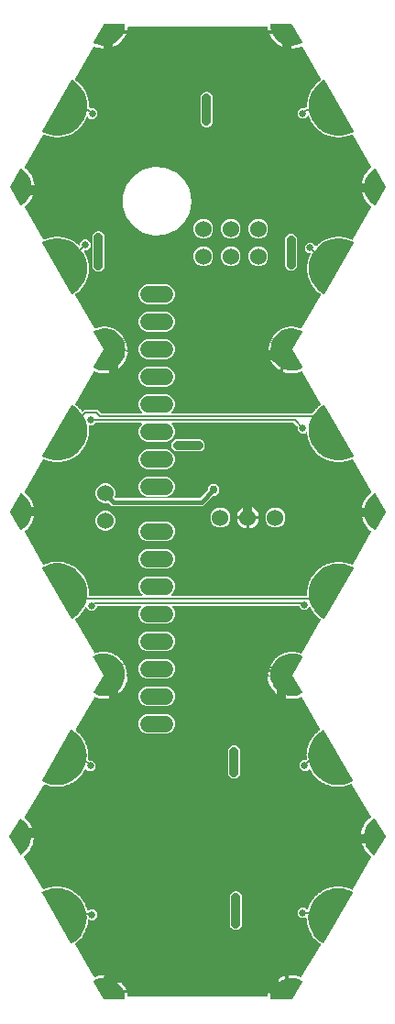
<source format=gbr>
G04 EAGLE Gerber RS-274X export*
G75*
%MOMM*%
%FSLAX34Y34*%
%LPD*%
%INTop Copper*%
%IPPOS*%
%AMOC8*
5,1,8,0,0,1.08239X$1,22.5*%
G01*
%ADD10C,1.524000*%
%ADD11C,1.530000*%
%ADD12C,1.524000*%
%ADD13C,1.000000*%
%ADD14C,0.812800*%
%ADD15C,0.756400*%
%ADD16C,0.406400*%
%ADD17C,0.203200*%
%ADD18C,0.656400*%

G36*
X-34489Y-54698D02*
X-34489Y-54698D01*
X-34460Y-54701D01*
X-34392Y-54678D01*
X-34322Y-54664D01*
X-34298Y-54648D01*
X-34271Y-54639D01*
X-34217Y-54592D01*
X-34158Y-54552D01*
X-34142Y-54528D01*
X-34121Y-54509D01*
X-34089Y-54445D01*
X-34051Y-54384D01*
X-34046Y-54356D01*
X-34033Y-54331D01*
X-34024Y-54229D01*
X-34018Y-54188D01*
X-34020Y-54178D01*
X-34019Y-54165D01*
X-34261Y-51115D01*
X-34271Y-51082D01*
X-34274Y-51035D01*
X-34816Y-48828D01*
X-32133Y-48828D01*
X-31848Y-49896D01*
X-31637Y-51515D01*
X-31610Y-51605D01*
X-31590Y-51696D01*
X-31575Y-51722D01*
X-31566Y-51751D01*
X-31512Y-51827D01*
X-31464Y-51907D01*
X-31441Y-51927D01*
X-31424Y-51951D01*
X-31348Y-52006D01*
X-31277Y-52067D01*
X-31249Y-52079D01*
X-31225Y-52096D01*
X-31136Y-52124D01*
X-31049Y-52159D01*
X-31011Y-52163D01*
X-30990Y-52170D01*
X-30958Y-52169D01*
X-30882Y-52178D01*
X97049Y-52178D01*
X97141Y-52163D01*
X97235Y-52155D01*
X97262Y-52143D01*
X97292Y-52138D01*
X97374Y-52094D01*
X97460Y-52057D01*
X97483Y-52037D01*
X97509Y-52023D01*
X97574Y-51955D01*
X97643Y-51892D01*
X97658Y-51866D01*
X97678Y-51845D01*
X97718Y-51759D01*
X97764Y-51678D01*
X97773Y-51641D01*
X97782Y-51621D01*
X97786Y-51589D01*
X97804Y-51515D01*
X98015Y-49896D01*
X98300Y-48828D01*
X100983Y-48828D01*
X100441Y-51035D01*
X100440Y-51069D01*
X100428Y-51115D01*
X100186Y-54165D01*
X100189Y-54193D01*
X100185Y-54221D01*
X100201Y-54291D01*
X100210Y-54362D01*
X100224Y-54387D01*
X100231Y-54414D01*
X100273Y-54472D01*
X100309Y-54535D01*
X100332Y-54552D01*
X100348Y-54575D01*
X100410Y-54611D01*
X100468Y-54655D01*
X100495Y-54662D01*
X100519Y-54676D01*
X100620Y-54693D01*
X100660Y-54703D01*
X100671Y-54702D01*
X100684Y-54704D01*
X119684Y-54704D01*
X119760Y-54688D01*
X119837Y-54680D01*
X119857Y-54669D01*
X119878Y-54664D01*
X119943Y-54620D01*
X120010Y-54582D01*
X120026Y-54563D01*
X120042Y-54552D01*
X120066Y-54514D01*
X120116Y-54454D01*
X129616Y-37954D01*
X129625Y-37926D01*
X129642Y-37903D01*
X129656Y-37833D01*
X129679Y-37765D01*
X129677Y-37737D01*
X129683Y-37708D01*
X129669Y-37638D01*
X129663Y-37567D01*
X129650Y-37541D01*
X129645Y-37513D01*
X129605Y-37454D01*
X129572Y-37390D01*
X129549Y-37372D01*
X129533Y-37348D01*
X129451Y-37291D01*
X129418Y-37264D01*
X129408Y-37261D01*
X129397Y-37253D01*
X126631Y-35945D01*
X126598Y-35937D01*
X126556Y-35916D01*
X123616Y-35069D01*
X123582Y-35066D01*
X123537Y-35053D01*
X120499Y-34687D01*
X120465Y-34690D01*
X120419Y-34684D01*
X117362Y-34811D01*
X117329Y-34819D01*
X117282Y-34821D01*
X117207Y-34836D01*
X117207Y-32265D01*
X118225Y-32130D01*
X121116Y-32126D01*
X123982Y-32500D01*
X126776Y-33245D01*
X128415Y-33922D01*
X128504Y-33943D01*
X128591Y-33971D01*
X128623Y-33970D01*
X128655Y-33978D01*
X128746Y-33969D01*
X128837Y-33968D01*
X128867Y-33957D01*
X128900Y-33954D01*
X128983Y-33917D01*
X129069Y-33887D01*
X129095Y-33867D01*
X129124Y-33854D01*
X129191Y-33792D01*
X129264Y-33736D01*
X129288Y-33703D01*
X129305Y-33687D01*
X129321Y-33659D01*
X129363Y-33602D01*
X146576Y-4077D01*
X146617Y-3969D01*
X146661Y-3861D01*
X146661Y-3854D01*
X146664Y-3847D01*
X146668Y-3732D01*
X146675Y-3615D01*
X146673Y-3608D01*
X146674Y-3601D01*
X146641Y-3490D01*
X146611Y-3378D01*
X146607Y-3372D01*
X146605Y-3365D01*
X146539Y-3270D01*
X146474Y-3173D01*
X146468Y-3168D01*
X146464Y-3163D01*
X146448Y-3151D01*
X146347Y-3064D01*
X145510Y-2495D01*
X145479Y-2480D01*
X145452Y-2458D01*
X145368Y-2428D01*
X145287Y-2391D01*
X145253Y-2387D01*
X145220Y-2375D01*
X145141Y-2369D01*
X144669Y-1932D01*
X144642Y-1914D01*
X144580Y-1861D01*
X144051Y-1500D01*
X144020Y-1435D01*
X143990Y-1352D01*
X143968Y-1325D01*
X143953Y-1293D01*
X143844Y-1166D01*
X142228Y332D01*
X142199Y351D01*
X142175Y377D01*
X142097Y419D01*
X142023Y468D01*
X141989Y477D01*
X141958Y494D01*
X141881Y511D01*
X141480Y1014D01*
X141455Y1036D01*
X141402Y1098D01*
X140933Y1533D01*
X140912Y1602D01*
X140894Y1689D01*
X140877Y1719D01*
X140867Y1752D01*
X140778Y1894D01*
X139403Y3617D01*
X139377Y3640D01*
X139357Y3669D01*
X139286Y3722D01*
X139220Y3782D01*
X139188Y3796D01*
X139161Y3816D01*
X139087Y3845D01*
X138765Y4402D01*
X138744Y4428D01*
X138701Y4497D01*
X138301Y4997D01*
X138291Y5068D01*
X138287Y5157D01*
X138274Y5189D01*
X138269Y5223D01*
X138202Y5377D01*
X137099Y7286D01*
X137077Y7313D01*
X137062Y7344D01*
X137000Y7407D01*
X136943Y7476D01*
X136914Y7494D01*
X136890Y7519D01*
X136821Y7559D01*
X136585Y8158D01*
X136569Y8186D01*
X136536Y8260D01*
X136216Y8815D01*
X136216Y8886D01*
X136225Y8975D01*
X136217Y9009D01*
X136218Y9043D01*
X136174Y9205D01*
X135368Y11257D01*
X135350Y11287D01*
X135340Y11320D01*
X135288Y11392D01*
X135242Y11468D01*
X135216Y11491D01*
X135196Y11519D01*
X135133Y11568D01*
X134990Y12196D01*
X134977Y12226D01*
X134956Y12304D01*
X134722Y12900D01*
X134734Y12971D01*
X134755Y13057D01*
X134753Y13092D01*
X134758Y13126D01*
X134739Y13293D01*
X134248Y15442D01*
X134235Y15474D01*
X134230Y15508D01*
X134189Y15587D01*
X134155Y15669D01*
X134133Y15696D01*
X134117Y15727D01*
X134062Y15785D01*
X134014Y16426D01*
X134006Y16458D01*
X133997Y16539D01*
X133854Y17163D01*
X133876Y17231D01*
X133911Y17314D01*
X133913Y17348D01*
X133924Y17381D01*
X133930Y17549D01*
X133764Y19747D01*
X133756Y19780D01*
X133756Y19815D01*
X133727Y19899D01*
X133706Y19986D01*
X133688Y20015D01*
X133677Y20048D01*
X133632Y20113D01*
X133636Y20171D01*
X133628Y20270D01*
X133625Y20370D01*
X133617Y20393D01*
X133615Y20416D01*
X133575Y20507D01*
X133540Y20601D01*
X133526Y20620D01*
X133516Y20642D01*
X133449Y20715D01*
X133387Y20793D01*
X133367Y20806D01*
X133351Y20824D01*
X133264Y20872D01*
X133180Y20926D01*
X133157Y20932D01*
X133136Y20944D01*
X133038Y20962D01*
X132941Y20986D01*
X132918Y20984D01*
X132894Y20989D01*
X132795Y20975D01*
X132696Y20967D01*
X132674Y20958D01*
X132651Y20955D01*
X132562Y20910D01*
X132470Y20871D01*
X132447Y20852D01*
X132431Y20844D01*
X132408Y20821D01*
X132339Y20766D01*
X132166Y20593D01*
X128184Y20593D01*
X125368Y23409D01*
X125368Y27391D01*
X128184Y30207D01*
X132166Y30207D01*
X133594Y28779D01*
X133637Y28748D01*
X133674Y28710D01*
X133736Y28677D01*
X133793Y28636D01*
X133844Y28620D01*
X133891Y28595D01*
X133961Y28584D01*
X134028Y28563D01*
X134082Y28565D01*
X134134Y28556D01*
X134204Y28568D01*
X134274Y28570D01*
X134324Y28588D01*
X134377Y28597D01*
X134439Y28630D01*
X134505Y28654D01*
X134547Y28687D01*
X134594Y28712D01*
X134642Y28764D01*
X134697Y28808D01*
X134726Y28852D01*
X134763Y28891D01*
X134815Y28991D01*
X134830Y29015D01*
X134833Y29025D01*
X134841Y29040D01*
X134951Y29321D01*
X134958Y29353D01*
X134984Y29430D01*
X135127Y30054D01*
X135176Y30106D01*
X135243Y30165D01*
X135260Y30195D01*
X135284Y30220D01*
X135362Y30369D01*
X136166Y32421D01*
X136174Y32455D01*
X136189Y32486D01*
X136199Y32574D01*
X136218Y32661D01*
X136214Y32696D01*
X136218Y32730D01*
X136206Y32809D01*
X136528Y33366D01*
X136540Y33397D01*
X136577Y33469D01*
X136811Y34065D01*
X136867Y34109D01*
X136942Y34157D01*
X136964Y34184D01*
X136991Y34206D01*
X137090Y34341D01*
X138192Y36250D01*
X138204Y36283D01*
X138224Y36311D01*
X138247Y36397D01*
X138279Y36480D01*
X138280Y36515D01*
X138289Y36548D01*
X138289Y36628D01*
X138690Y37131D01*
X138706Y37160D01*
X138754Y37225D01*
X139074Y37780D01*
X139137Y37815D01*
X139218Y37852D01*
X139243Y37875D01*
X139273Y37892D01*
X139392Y38011D01*
X140765Y39735D01*
X140782Y39765D01*
X140806Y39791D01*
X140842Y39872D01*
X140886Y39950D01*
X140892Y39984D01*
X140906Y40015D01*
X140918Y40094D01*
X141390Y40532D01*
X141410Y40558D01*
X141467Y40615D01*
X141866Y41116D01*
X141933Y41142D01*
X142019Y41166D01*
X142047Y41185D01*
X142080Y41198D01*
X142214Y41298D01*
X143830Y42797D01*
X143851Y42825D01*
X143878Y42846D01*
X143926Y42921D01*
X143981Y42992D01*
X143992Y43024D01*
X144011Y43054D01*
X144034Y43129D01*
X144566Y43492D01*
X144589Y43515D01*
X144654Y43563D01*
X145124Y43999D01*
X145194Y44014D01*
X145282Y44025D01*
X145313Y44040D01*
X145347Y44048D01*
X145495Y44126D01*
X147316Y45369D01*
X147341Y45393D01*
X147371Y45410D01*
X147430Y45477D01*
X147494Y45538D01*
X147510Y45569D01*
X147533Y45595D01*
X147568Y45667D01*
X148147Y45946D01*
X148174Y45965D01*
X148246Y46003D01*
X148775Y46364D01*
X148846Y46369D01*
X148935Y46367D01*
X148968Y46377D01*
X149003Y46379D01*
X149161Y46435D01*
X151147Y47392D01*
X151175Y47412D01*
X151207Y47424D01*
X151275Y47482D01*
X151348Y47533D01*
X151369Y47561D01*
X151395Y47583D01*
X151440Y47649D01*
X152055Y47839D01*
X152084Y47854D01*
X152161Y47880D01*
X152738Y48159D01*
X152809Y48153D01*
X152897Y48137D01*
X152931Y48142D01*
X152966Y48139D01*
X153130Y48171D01*
X155236Y48821D01*
X155267Y48837D01*
X155301Y48845D01*
X155377Y48891D01*
X155456Y48931D01*
X155481Y48955D01*
X155511Y48974D01*
X155564Y49032D01*
X156201Y49128D01*
X156232Y49138D01*
X156312Y49153D01*
X156924Y49342D01*
X156993Y49326D01*
X157078Y49298D01*
X157112Y49298D01*
X157146Y49290D01*
X157314Y49296D01*
X159493Y49625D01*
X159526Y49636D01*
X159561Y49639D01*
X159643Y49674D01*
X159727Y49701D01*
X159755Y49722D01*
X159787Y49735D01*
X159849Y49785D01*
X160493Y49785D01*
X160525Y49790D01*
X160606Y49793D01*
X161239Y49889D01*
X161306Y49862D01*
X161385Y49822D01*
X161419Y49817D01*
X161451Y49804D01*
X161618Y49785D01*
X163822Y49786D01*
X163857Y49792D01*
X163891Y49789D01*
X163977Y49811D01*
X164065Y49826D01*
X164096Y49842D01*
X164129Y49851D01*
X164198Y49891D01*
X164834Y49795D01*
X164867Y49795D01*
X164948Y49786D01*
X165588Y49787D01*
X165650Y49750D01*
X165722Y49698D01*
X165755Y49688D01*
X165785Y49671D01*
X165947Y49627D01*
X168127Y49300D01*
X168162Y49300D01*
X168196Y49293D01*
X168284Y49302D01*
X168373Y49303D01*
X168406Y49314D01*
X168440Y49318D01*
X168514Y49347D01*
X169129Y49158D01*
X169162Y49153D01*
X169240Y49132D01*
X169873Y49037D01*
X169929Y48992D01*
X169993Y48930D01*
X170024Y48915D01*
X170051Y48893D01*
X170205Y48826D01*
X172311Y48177D01*
X172346Y48172D01*
X172378Y48160D01*
X172467Y48156D01*
X172555Y48144D01*
X172589Y48150D01*
X172624Y48148D01*
X172701Y48166D01*
X173281Y47887D01*
X173313Y47878D01*
X173387Y47846D01*
X173999Y47657D01*
X174047Y47604D01*
X174101Y47533D01*
X174130Y47514D01*
X174153Y47488D01*
X174295Y47399D01*
X175450Y46844D01*
X175557Y46812D01*
X175579Y46803D01*
X175587Y46802D01*
X175665Y46777D01*
X175675Y46777D01*
X175686Y46774D01*
X175798Y46779D01*
X175911Y46780D01*
X175921Y46783D01*
X175931Y46784D01*
X176037Y46824D01*
X176143Y46861D01*
X176152Y46867D01*
X176161Y46871D01*
X176237Y46933D01*
X176249Y46940D01*
X176262Y46953D01*
X176337Y47011D01*
X176345Y47022D01*
X176351Y47027D01*
X176365Y47048D01*
X176408Y47107D01*
X176419Y47118D01*
X176423Y47127D01*
X176437Y47146D01*
X193643Y76660D01*
X193677Y76748D01*
X193717Y76834D01*
X193721Y76863D01*
X193731Y76889D01*
X193735Y76984D01*
X193746Y77079D01*
X193740Y77107D01*
X193741Y77135D01*
X193715Y77226D01*
X193695Y77319D01*
X193680Y77344D01*
X193672Y77371D01*
X193618Y77449D01*
X193570Y77531D01*
X193544Y77556D01*
X193532Y77573D01*
X193505Y77593D01*
X193449Y77647D01*
X191937Y78808D01*
X191457Y79175D01*
X189410Y81223D01*
X187646Y83521D01*
X186198Y86029D01*
X185090Y88705D01*
X184341Y91502D01*
X183972Y94298D01*
X186566Y94298D01*
X186566Y94288D01*
X186566Y94285D01*
X186566Y94282D01*
X186572Y94256D01*
X186573Y94255D01*
X186572Y94208D01*
X187064Y91182D01*
X187076Y91150D01*
X187083Y91104D01*
X188054Y88195D01*
X188071Y88166D01*
X188086Y88122D01*
X189511Y85407D01*
X189532Y85380D01*
X189554Y85339D01*
X191396Y82887D01*
X191421Y82865D01*
X191449Y82827D01*
X193660Y80703D01*
X193689Y80685D01*
X193722Y80652D01*
X196246Y78911D01*
X196273Y78899D01*
X196295Y78881D01*
X196363Y78861D01*
X196429Y78833D01*
X196458Y78832D01*
X196485Y78824D01*
X196557Y78832D01*
X196628Y78832D01*
X196654Y78843D01*
X196683Y78846D01*
X196745Y78882D01*
X196811Y78909D01*
X196831Y78930D01*
X196856Y78944D01*
X196920Y79021D01*
X196950Y79052D01*
X196954Y79062D01*
X196962Y79072D01*
X206462Y95572D01*
X206473Y95604D01*
X206481Y95617D01*
X206485Y95642D01*
X206486Y95645D01*
X206517Y95716D01*
X206518Y95739D01*
X206525Y95761D01*
X206519Y95838D01*
X206520Y95915D01*
X206511Y95939D01*
X206509Y95959D01*
X206489Y95999D01*
X206462Y96071D01*
X196962Y112571D01*
X196943Y112592D01*
X196931Y112619D01*
X196878Y112666D01*
X196831Y112720D01*
X196805Y112732D01*
X196783Y112752D01*
X196716Y112775D01*
X196651Y112806D01*
X196622Y112807D01*
X196595Y112816D01*
X196524Y112812D01*
X196453Y112815D01*
X196426Y112805D01*
X196397Y112803D01*
X196306Y112760D01*
X196266Y112746D01*
X196258Y112738D01*
X196246Y112732D01*
X193722Y110991D01*
X193699Y110966D01*
X193660Y110940D01*
X191449Y108816D01*
X191430Y108788D01*
X191396Y108756D01*
X189554Y106304D01*
X189539Y106274D01*
X189511Y106236D01*
X188086Y103521D01*
X188077Y103490D01*
X188061Y103465D01*
X188059Y103457D01*
X188054Y103448D01*
X187083Y100539D01*
X187079Y100505D01*
X187064Y100461D01*
X186572Y97435D01*
X186574Y97401D01*
X186566Y97355D01*
X186566Y97345D01*
X183972Y97345D01*
X184341Y100141D01*
X185090Y102938D01*
X186198Y105614D01*
X187646Y108122D01*
X189409Y110420D01*
X191457Y112468D01*
X192711Y113429D01*
X192775Y113497D01*
X192844Y113560D01*
X192858Y113587D01*
X192879Y113609D01*
X192918Y113694D01*
X192963Y113775D01*
X192969Y113805D01*
X192982Y113832D01*
X192991Y113925D01*
X193008Y114017D01*
X193004Y114047D01*
X193007Y114077D01*
X192987Y114168D01*
X192974Y114260D01*
X192959Y114295D01*
X192954Y114317D01*
X192937Y114345D01*
X192907Y114414D01*
X175736Y144156D01*
X175663Y144245D01*
X175593Y144334D01*
X175586Y144339D01*
X175580Y144346D01*
X175483Y144407D01*
X175388Y144470D01*
X175379Y144472D01*
X175372Y144477D01*
X175260Y144503D01*
X175150Y144533D01*
X175141Y144532D01*
X175133Y144534D01*
X175019Y144524D01*
X174905Y144517D01*
X174895Y144513D01*
X174888Y144512D01*
X174866Y144503D01*
X174746Y144461D01*
X174295Y144244D01*
X174267Y144224D01*
X174235Y144211D01*
X174166Y144154D01*
X174094Y144103D01*
X174073Y144075D01*
X174047Y144052D01*
X174002Y143987D01*
X173387Y143797D01*
X173357Y143783D01*
X173281Y143756D01*
X172704Y143478D01*
X172632Y143484D01*
X172545Y143500D01*
X172511Y143494D01*
X172476Y143497D01*
X172311Y143466D01*
X170205Y142817D01*
X170174Y142801D01*
X170140Y142794D01*
X170064Y142747D01*
X169984Y142707D01*
X169960Y142683D01*
X169930Y142665D01*
X169877Y142606D01*
X169240Y142511D01*
X169209Y142501D01*
X169129Y142485D01*
X168517Y142297D01*
X168447Y142313D01*
X168363Y142342D01*
X168328Y142342D01*
X168295Y142350D01*
X168127Y142343D01*
X165947Y142016D01*
X165914Y142005D01*
X165880Y142002D01*
X165798Y141967D01*
X165713Y141940D01*
X165685Y141920D01*
X165653Y141906D01*
X165591Y141856D01*
X164948Y141857D01*
X164915Y141851D01*
X164834Y141848D01*
X164201Y141753D01*
X164135Y141780D01*
X164055Y141820D01*
X164021Y141825D01*
X163989Y141838D01*
X163822Y141857D01*
X161618Y141858D01*
X161584Y141852D01*
X161549Y141855D01*
X161463Y141832D01*
X161375Y141818D01*
X161345Y141802D01*
X161311Y141793D01*
X161243Y141753D01*
X160606Y141850D01*
X160573Y141849D01*
X160493Y141858D01*
X159852Y141858D01*
X159790Y141895D01*
X159718Y141947D01*
X159685Y141957D01*
X159655Y141974D01*
X159493Y142018D01*
X157314Y142347D01*
X157279Y142346D01*
X157245Y142354D01*
X157157Y142345D01*
X157068Y142344D01*
X157035Y142332D01*
X157001Y142329D01*
X156927Y142300D01*
X156312Y142490D01*
X156279Y142494D01*
X156201Y142515D01*
X155568Y142611D01*
X155512Y142656D01*
X155448Y142718D01*
X155417Y142733D01*
X155390Y142755D01*
X155236Y142822D01*
X153130Y143472D01*
X153096Y143477D01*
X153064Y143489D01*
X152975Y143494D01*
X152887Y143506D01*
X152853Y143499D01*
X152818Y143501D01*
X152741Y143483D01*
X152161Y143763D01*
X152129Y143772D01*
X152055Y143804D01*
X151443Y143993D01*
X151395Y144046D01*
X151341Y144117D01*
X151312Y144137D01*
X151289Y144162D01*
X151147Y144251D01*
X149161Y145208D01*
X149128Y145218D01*
X149098Y145235D01*
X149011Y145253D01*
X148925Y145278D01*
X148891Y145276D01*
X148857Y145283D01*
X148778Y145277D01*
X148246Y145640D01*
X148216Y145654D01*
X148147Y145697D01*
X147570Y145975D01*
X147531Y146035D01*
X147488Y146113D01*
X147463Y146136D01*
X147443Y146165D01*
X147316Y146274D01*
X145495Y147517D01*
X145464Y147531D01*
X145437Y147553D01*
X145353Y147583D01*
X145272Y147620D01*
X145238Y147624D01*
X145205Y147636D01*
X145126Y147642D01*
X144654Y148080D01*
X144627Y148098D01*
X144566Y148151D01*
X144037Y148512D01*
X144006Y148577D01*
X143976Y148660D01*
X143954Y148687D01*
X143939Y148719D01*
X143830Y148846D01*
X142214Y150345D01*
X142185Y150365D01*
X142162Y150390D01*
X142084Y150432D01*
X142009Y150481D01*
X141976Y150490D01*
X141945Y150507D01*
X141868Y150524D01*
X141467Y151028D01*
X141442Y151050D01*
X141390Y151111D01*
X140920Y151547D01*
X140900Y151616D01*
X140882Y151703D01*
X140865Y151733D01*
X140855Y151766D01*
X140765Y151908D01*
X139392Y153632D01*
X139366Y153655D01*
X139346Y153684D01*
X139275Y153737D01*
X139209Y153797D01*
X139178Y153811D01*
X139150Y153832D01*
X139076Y153860D01*
X138754Y154418D01*
X138733Y154443D01*
X138690Y154512D01*
X138291Y155013D01*
X138281Y155084D01*
X138277Y155173D01*
X138264Y155205D01*
X138259Y155239D01*
X138192Y155393D01*
X137090Y157302D01*
X137069Y157329D01*
X137053Y157360D01*
X136991Y157424D01*
X136935Y157492D01*
X136905Y157511D01*
X136881Y157536D01*
X136812Y157575D01*
X136620Y158065D01*
X136593Y158111D01*
X136575Y158161D01*
X136531Y158216D01*
X136494Y158277D01*
X136454Y158311D01*
X136421Y158353D01*
X136362Y158391D01*
X136308Y158437D01*
X136259Y158457D01*
X136214Y158486D01*
X136146Y158503D01*
X136080Y158530D01*
X136027Y158533D01*
X135976Y158546D01*
X135905Y158540D01*
X135835Y158545D01*
X135783Y158531D01*
X135730Y158527D01*
X135665Y158499D01*
X135597Y158481D01*
X135553Y158451D01*
X135504Y158431D01*
X135416Y158360D01*
X135392Y158344D01*
X135386Y158336D01*
X135373Y158326D01*
X133740Y156693D01*
X129758Y156693D01*
X126942Y159508D01*
X126942Y163491D01*
X129758Y166306D01*
X132647Y166306D01*
X132737Y166321D01*
X132828Y166328D01*
X132858Y166341D01*
X132890Y166346D01*
X132971Y166389D01*
X133055Y166424D01*
X133087Y166450D01*
X133107Y166461D01*
X133130Y166484D01*
X133186Y166529D01*
X133701Y167045D01*
X133771Y167141D01*
X133841Y167238D01*
X133843Y167242D01*
X133845Y167245D01*
X133880Y167357D01*
X133916Y167472D01*
X133916Y167477D01*
X133917Y167480D01*
X133917Y167493D01*
X133922Y167640D01*
X133764Y169765D01*
X133755Y169799D01*
X133755Y169834D01*
X133727Y169918D01*
X133706Y170004D01*
X133687Y170034D01*
X133676Y170067D01*
X133631Y170132D01*
X133680Y170774D01*
X133677Y170807D01*
X133680Y170888D01*
X133632Y171526D01*
X133664Y171591D01*
X133710Y171667D01*
X133718Y171700D01*
X133733Y171731D01*
X133764Y171896D01*
X133930Y174094D01*
X133927Y174129D01*
X133932Y174163D01*
X133916Y174251D01*
X133908Y174339D01*
X133894Y174371D01*
X133888Y174405D01*
X133854Y174477D01*
X133997Y175104D01*
X133999Y175137D01*
X134014Y175217D01*
X134062Y175855D01*
X134103Y175914D01*
X134160Y175982D01*
X134173Y176014D01*
X134193Y176043D01*
X134248Y176201D01*
X134739Y178350D01*
X134741Y178385D01*
X134751Y178418D01*
X134749Y178507D01*
X134755Y178596D01*
X134746Y178629D01*
X134745Y178664D01*
X134721Y178740D01*
X134956Y179339D01*
X134963Y179371D01*
X134990Y179447D01*
X135133Y180072D01*
X135182Y180124D01*
X135249Y180183D01*
X135266Y180213D01*
X135290Y180238D01*
X135368Y180386D01*
X136174Y182438D01*
X136181Y182472D01*
X136196Y182503D01*
X136207Y182591D01*
X136226Y182678D01*
X136222Y182713D01*
X136226Y182747D01*
X136214Y182826D01*
X136536Y183383D01*
X136548Y183414D01*
X136585Y183485D01*
X136820Y184081D01*
X136876Y184126D01*
X136951Y184174D01*
X136972Y184201D01*
X137000Y184222D01*
X137099Y184357D01*
X138202Y186266D01*
X138214Y186298D01*
X138234Y186327D01*
X138257Y186413D01*
X138289Y186496D01*
X138290Y186531D01*
X138299Y186564D01*
X138299Y186643D01*
X138701Y187146D01*
X138714Y187170D01*
X138731Y187188D01*
X138739Y187206D01*
X138765Y187241D01*
X139085Y187795D01*
X139148Y187830D01*
X139229Y187867D01*
X139254Y187890D01*
X139284Y187907D01*
X139403Y188026D01*
X140778Y189749D01*
X140795Y189779D01*
X140818Y189805D01*
X140854Y189886D01*
X140898Y189964D01*
X140904Y189998D01*
X140919Y190029D01*
X140930Y190108D01*
X141402Y190545D01*
X141422Y190571D01*
X141480Y190629D01*
X141879Y191129D01*
X141946Y191155D01*
X142032Y191179D01*
X142060Y191199D01*
X142093Y191211D01*
X142228Y191311D01*
X143844Y192809D01*
X143865Y192837D01*
X143892Y192858D01*
X143940Y192933D01*
X143995Y193004D01*
X144006Y193036D01*
X144025Y193066D01*
X144048Y193141D01*
X144580Y193504D01*
X144604Y193527D01*
X144669Y193575D01*
X145139Y194010D01*
X145209Y194025D01*
X145297Y194036D01*
X145328Y194051D01*
X145362Y194059D01*
X145510Y194138D01*
X145909Y194409D01*
X145992Y194488D01*
X146077Y194565D01*
X146081Y194573D01*
X146087Y194579D01*
X146141Y194680D01*
X146197Y194780D01*
X146198Y194789D01*
X146202Y194796D01*
X146221Y194909D01*
X146242Y195022D01*
X146240Y195030D01*
X146242Y195039D01*
X146223Y195152D01*
X146207Y195265D01*
X146203Y195275D01*
X146202Y195282D01*
X146191Y195302D01*
X146140Y195419D01*
X129261Y224655D01*
X129201Y224728D01*
X129148Y224804D01*
X129124Y224822D01*
X129105Y224846D01*
X129026Y224895D01*
X128951Y224951D01*
X128922Y224960D01*
X128896Y224977D01*
X128806Y224998D01*
X128717Y225027D01*
X128687Y225027D01*
X128657Y225034D01*
X128565Y225026D01*
X128471Y225025D01*
X128434Y225014D01*
X128412Y225012D01*
X128382Y224999D01*
X128310Y224978D01*
X126974Y224425D01*
X124343Y223699D01*
X121642Y223301D01*
X118913Y223238D01*
X116197Y223512D01*
X113536Y224116D01*
X112127Y224625D01*
X112127Y227415D01*
X114135Y226635D01*
X114169Y226629D01*
X114212Y226612D01*
X117217Y225974D01*
X117251Y225974D01*
X117297Y225964D01*
X120365Y225816D01*
X120398Y225821D01*
X120445Y225819D01*
X123497Y226165D01*
X123530Y226175D01*
X123576Y226180D01*
X126533Y227012D01*
X126563Y227027D01*
X126609Y227040D01*
X129394Y228335D01*
X129418Y228353D01*
X129447Y228363D01*
X129498Y228411D01*
X129554Y228453D01*
X129569Y228479D01*
X129591Y228500D01*
X129620Y228564D01*
X129655Y228624D01*
X129659Y228654D01*
X129671Y228682D01*
X129672Y228752D01*
X129682Y228821D01*
X129674Y228850D01*
X129674Y228881D01*
X129641Y228971D01*
X129629Y229013D01*
X129623Y229020D01*
X129623Y229021D01*
X129621Y229024D01*
X129616Y229037D01*
X120515Y244843D01*
X130124Y261538D01*
X130132Y261562D01*
X130147Y261583D01*
X130163Y261656D01*
X130187Y261727D01*
X130185Y261752D01*
X130191Y261777D01*
X130177Y261850D01*
X130171Y261925D01*
X130160Y261948D01*
X130155Y261972D01*
X130114Y262035D01*
X130080Y262102D01*
X130060Y262118D01*
X130046Y262139D01*
X129955Y262204D01*
X129926Y262228D01*
X129919Y262230D01*
X129911Y262236D01*
X127138Y263596D01*
X127105Y263605D01*
X127063Y263626D01*
X124108Y264524D01*
X124074Y264527D01*
X124029Y264541D01*
X120968Y264954D01*
X120934Y264951D01*
X120887Y264958D01*
X117799Y264874D01*
X117766Y264866D01*
X117719Y264865D01*
X114685Y264287D01*
X114653Y264274D01*
X114607Y264266D01*
X111705Y263208D01*
X111676Y263190D01*
X111632Y263174D01*
X108937Y261665D01*
X108911Y261643D01*
X108870Y261620D01*
X106452Y259698D01*
X106430Y259672D01*
X106393Y259643D01*
X104314Y257358D01*
X104297Y257328D01*
X104265Y257294D01*
X102580Y254705D01*
X102568Y254673D01*
X102542Y254634D01*
X101294Y251808D01*
X101287Y251775D01*
X101268Y251732D01*
X100489Y248743D01*
X100487Y248709D01*
X100475Y248664D01*
X100186Y245588D01*
X100188Y245571D01*
X100184Y245555D01*
X100186Y245543D01*
X100184Y245532D01*
X100187Y245520D01*
X100186Y245505D01*
X100409Y242442D01*
X100418Y242409D01*
X100421Y242362D01*
X101133Y239374D01*
X101147Y239343D01*
X101158Y239298D01*
X102339Y236462D01*
X102358Y236434D01*
X102376Y236391D01*
X103997Y233782D01*
X104021Y233757D01*
X104045Y233717D01*
X106064Y231402D01*
X106091Y231382D01*
X106122Y231346D01*
X108486Y229385D01*
X108515Y229369D01*
X108551Y229339D01*
X109080Y229028D01*
X109080Y226003D01*
X108535Y226280D01*
X106271Y227805D01*
X104212Y229597D01*
X102389Y231629D01*
X100830Y233869D01*
X99557Y236284D01*
X98591Y238837D01*
X97946Y241489D01*
X97737Y243298D01*
X98274Y243298D01*
X98323Y243306D01*
X98371Y243305D01*
X98443Y243326D01*
X98517Y243338D01*
X98560Y243361D01*
X98607Y243375D01*
X98668Y243418D01*
X98734Y243453D01*
X98768Y243489D01*
X98808Y243517D01*
X98852Y243577D01*
X98904Y243631D01*
X98924Y243676D01*
X98953Y243715D01*
X98976Y243787D01*
X99007Y243855D01*
X99013Y243903D01*
X99027Y243950D01*
X99026Y244025D01*
X99034Y244099D01*
X99024Y244147D01*
X99023Y244196D01*
X98998Y244266D01*
X98982Y244339D01*
X98957Y244381D01*
X98941Y244428D01*
X98868Y244530D01*
X98856Y244550D01*
X98850Y244555D01*
X98844Y244565D01*
X98585Y244856D01*
X98647Y245512D01*
X98643Y245568D01*
X98649Y245623D01*
X98635Y245689D01*
X98630Y245758D01*
X98609Y245809D01*
X98597Y245863D01*
X98562Y245922D01*
X98536Y245985D01*
X98499Y246027D01*
X98471Y246074D01*
X98419Y246119D01*
X98374Y246170D01*
X98326Y246198D01*
X98284Y246234D01*
X98221Y246260D01*
X98162Y246294D01*
X98107Y246305D01*
X98056Y246326D01*
X97951Y246338D01*
X97921Y246344D01*
X97909Y246343D01*
X97889Y246345D01*
X97751Y246345D01*
X97754Y246356D01*
X97754Y246359D01*
X97756Y246363D01*
X97862Y246746D01*
X98065Y247088D01*
X98066Y247089D01*
X98067Y247091D01*
X98269Y247435D01*
X98522Y247681D01*
X98523Y247682D01*
X98586Y247767D01*
X98669Y247879D01*
X98669Y247880D01*
X98670Y247882D01*
X98729Y248036D01*
X98956Y248910D01*
X98959Y248942D01*
X98977Y249030D01*
X99035Y249646D01*
X99089Y249718D01*
X99150Y249788D01*
X99162Y249816D01*
X99180Y249841D01*
X99239Y249997D01*
X99565Y251247D01*
X99568Y251277D01*
X99578Y251306D01*
X99579Y251399D01*
X99588Y251492D01*
X99581Y251521D01*
X99581Y251551D01*
X99555Y251648D01*
X99808Y252219D01*
X99816Y252251D01*
X99848Y252335D01*
X100004Y252933D01*
X100068Y252995D01*
X100140Y253055D01*
X100156Y253081D01*
X100177Y253102D01*
X100262Y253247D01*
X100783Y254428D01*
X100791Y254457D01*
X100805Y254484D01*
X100822Y254576D01*
X100845Y254666D01*
X100843Y254696D01*
X100848Y254726D01*
X100838Y254825D01*
X101179Y255348D01*
X101192Y255379D01*
X101237Y255456D01*
X101487Y256022D01*
X101561Y256073D01*
X101641Y256121D01*
X101661Y256143D01*
X101686Y256161D01*
X101792Y256290D01*
X102496Y257373D01*
X102509Y257400D01*
X102527Y257424D01*
X102558Y257512D01*
X102595Y257598D01*
X102598Y257628D01*
X102608Y257657D01*
X102614Y257756D01*
X103035Y258218D01*
X103052Y258245D01*
X103109Y258315D01*
X103447Y258833D01*
X103527Y258872D01*
X103614Y258906D01*
X103638Y258925D01*
X103665Y258938D01*
X103791Y259049D01*
X104659Y260004D01*
X104676Y260030D01*
X104698Y260050D01*
X104743Y260132D01*
X104793Y260211D01*
X104801Y260240D01*
X104815Y260267D01*
X104837Y260364D01*
X105326Y260752D01*
X105348Y260776D01*
X105416Y260836D01*
X105832Y261293D01*
X105918Y261319D01*
X106009Y261338D01*
X106035Y261354D01*
X106064Y261362D01*
X106206Y261451D01*
X107217Y262255D01*
X107237Y262277D01*
X107262Y262294D01*
X107319Y262368D01*
X107382Y262437D01*
X107394Y262465D01*
X107413Y262489D01*
X107450Y262581D01*
X107995Y262886D01*
X108020Y262906D01*
X108097Y262954D01*
X108581Y263339D01*
X108670Y263350D01*
X108763Y263355D01*
X108791Y263366D01*
X108821Y263370D01*
X108976Y263435D01*
X110102Y264066D01*
X110126Y264085D01*
X110153Y264097D01*
X110221Y264161D01*
X110294Y264219D01*
X110311Y264245D01*
X110333Y264265D01*
X110385Y264350D01*
X110971Y264564D01*
X111000Y264580D01*
X111083Y264615D01*
X111622Y264917D01*
X111712Y264914D01*
X111804Y264904D01*
X111834Y264910D01*
X111864Y264909D01*
X112027Y264949D01*
X113240Y265391D01*
X113267Y265406D01*
X113296Y265414D01*
X113373Y265466D01*
X113455Y265511D01*
X113475Y265534D01*
X113500Y265551D01*
X113565Y265626D01*
X114178Y265743D01*
X114209Y265754D01*
X114296Y265776D01*
X114877Y265987D01*
X114965Y265970D01*
X115055Y265945D01*
X115085Y265946D01*
X115115Y265941D01*
X115282Y265954D01*
X116551Y266195D01*
X116579Y266206D01*
X116609Y266209D01*
X116694Y266248D01*
X116782Y266280D01*
X116805Y266299D01*
X116833Y266311D01*
X116909Y266376D01*
X117533Y266393D01*
X117565Y266399D01*
X117655Y266406D01*
X118262Y266522D01*
X118346Y266490D01*
X118431Y266451D01*
X118461Y266448D01*
X118489Y266437D01*
X118656Y266423D01*
X119947Y266458D01*
X119977Y266464D01*
X120007Y266462D01*
X120097Y266487D01*
X120189Y266505D01*
X120215Y266520D01*
X120244Y266528D01*
X120329Y266579D01*
X120948Y266495D01*
X120981Y266496D01*
X121071Y266489D01*
X121689Y266506D01*
X121767Y266461D01*
X121844Y266409D01*
X121873Y266401D01*
X121899Y266386D01*
X122062Y266345D01*
X123342Y266173D01*
X123372Y266174D01*
X123402Y266167D01*
X123494Y266177D01*
X123588Y266180D01*
X123616Y266190D01*
X123646Y266194D01*
X123738Y266231D01*
X124336Y266049D01*
X124354Y266047D01*
X124362Y266043D01*
X124384Y266041D01*
X124456Y266023D01*
X125068Y265940D01*
X125138Y265884D01*
X125206Y265820D01*
X125234Y265807D01*
X125257Y265788D01*
X125411Y265722D01*
X126647Y265347D01*
X126677Y265343D01*
X126705Y265332D01*
X126798Y265327D01*
X126890Y265314D01*
X126920Y265320D01*
X126950Y265318D01*
X127047Y265340D01*
X127608Y265065D01*
X127640Y265055D01*
X127722Y265020D01*
X128424Y264807D01*
X128481Y264799D01*
X128535Y264782D01*
X128602Y264783D01*
X128667Y264774D01*
X128724Y264785D01*
X128781Y264786D01*
X128844Y264809D01*
X128909Y264821D01*
X128959Y264850D01*
X129013Y264869D01*
X129065Y264910D01*
X129123Y264943D01*
X129161Y264985D01*
X129206Y265021D01*
X129266Y265103D01*
X129287Y265126D01*
X129292Y265139D01*
X129305Y265156D01*
X146878Y295790D01*
X146918Y295896D01*
X146960Y296001D01*
X146961Y296011D01*
X146964Y296020D01*
X146968Y296133D01*
X146975Y296247D01*
X146972Y296256D01*
X146973Y296266D01*
X146940Y296375D01*
X146910Y296484D01*
X146905Y296492D01*
X146902Y296502D01*
X146837Y296594D01*
X146774Y296688D01*
X146765Y296696D01*
X146760Y296702D01*
X146740Y296717D01*
X146646Y296798D01*
X146018Y297225D01*
X145987Y297240D01*
X145960Y297262D01*
X145876Y297292D01*
X145795Y297329D01*
X145761Y297333D01*
X145728Y297345D01*
X145649Y297351D01*
X145177Y297788D01*
X145150Y297806D01*
X145088Y297859D01*
X144559Y298220D01*
X144547Y298245D01*
X144540Y298277D01*
X144517Y298316D01*
X144498Y298368D01*
X144476Y298395D01*
X144461Y298427D01*
X144427Y298467D01*
X144414Y298488D01*
X144392Y298507D01*
X144352Y298554D01*
X142736Y300052D01*
X142707Y300071D01*
X142683Y300097D01*
X142605Y300139D01*
X142531Y300188D01*
X142497Y300197D01*
X142466Y300214D01*
X142389Y300231D01*
X141988Y300734D01*
X141963Y300756D01*
X141954Y300767D01*
X141951Y300772D01*
X141946Y300777D01*
X141910Y300818D01*
X141441Y301253D01*
X141420Y301322D01*
X141402Y301409D01*
X141385Y301439D01*
X141375Y301472D01*
X141286Y301614D01*
X139911Y303337D01*
X139885Y303360D01*
X139865Y303389D01*
X139794Y303442D01*
X139728Y303502D01*
X139696Y303516D01*
X139669Y303536D01*
X139595Y303565D01*
X139273Y304122D01*
X139252Y304148D01*
X139209Y304217D01*
X138809Y304717D01*
X138799Y304788D01*
X138795Y304877D01*
X138782Y304909D01*
X138777Y304943D01*
X138710Y305097D01*
X137607Y307006D01*
X137585Y307033D01*
X137570Y307064D01*
X137508Y307127D01*
X137451Y307196D01*
X137422Y307214D01*
X137398Y307239D01*
X137329Y307279D01*
X137308Y307331D01*
X137281Y307377D01*
X137263Y307427D01*
X137219Y307482D01*
X137182Y307543D01*
X137142Y307577D01*
X137109Y307619D01*
X137049Y307657D01*
X136996Y307703D01*
X136947Y307723D01*
X136902Y307752D01*
X136833Y307769D01*
X136768Y307796D01*
X136715Y307799D01*
X136664Y307812D01*
X136593Y307806D01*
X136522Y307810D01*
X136471Y307797D01*
X136418Y307793D01*
X136353Y307765D01*
X136285Y307746D01*
X136241Y307717D01*
X136192Y307696D01*
X136104Y307625D01*
X136080Y307610D01*
X136074Y307602D01*
X136061Y307591D01*
X133754Y305284D01*
X129771Y305284D01*
X126956Y308099D01*
X126956Y308483D01*
X126953Y308503D01*
X126955Y308522D01*
X126933Y308624D01*
X126916Y308726D01*
X126907Y308743D01*
X126902Y308763D01*
X126849Y308852D01*
X126801Y308943D01*
X126787Y308957D01*
X126776Y308974D01*
X126698Y309041D01*
X126623Y309113D01*
X126605Y309121D01*
X126589Y309134D01*
X126493Y309173D01*
X126400Y309216D01*
X126380Y309218D01*
X126361Y309226D01*
X126195Y309244D01*
X10009Y309244D01*
X9938Y309233D01*
X9866Y309231D01*
X9817Y309213D01*
X9766Y309205D01*
X9703Y309171D01*
X9635Y309146D01*
X9595Y309114D01*
X9549Y309089D01*
X9499Y309037D01*
X9443Y308993D01*
X9415Y308949D01*
X9379Y308911D01*
X9349Y308846D01*
X9310Y308786D01*
X9297Y308735D01*
X9276Y308688D01*
X9268Y308617D01*
X9250Y308547D01*
X9254Y308495D01*
X9248Y308444D01*
X9264Y308373D01*
X9269Y308302D01*
X9290Y308254D01*
X9301Y308203D01*
X9337Y308142D01*
X9366Y308076D01*
X9410Y308020D01*
X9427Y307992D01*
X9445Y307977D01*
X9470Y307945D01*
X10610Y306805D01*
X12002Y303444D01*
X12002Y299806D01*
X10610Y296445D01*
X8038Y293872D01*
X4676Y292480D01*
X-14201Y292480D01*
X-17563Y293872D01*
X-20135Y296445D01*
X-21527Y299806D01*
X-21527Y303444D01*
X-20135Y306805D01*
X-18995Y307945D01*
X-18954Y308003D01*
X-18904Y308055D01*
X-18882Y308102D01*
X-18852Y308144D01*
X-18831Y308213D01*
X-18801Y308278D01*
X-18795Y308330D01*
X-18779Y308380D01*
X-18781Y308451D01*
X-18773Y308522D01*
X-18784Y308573D01*
X-18786Y308625D01*
X-18810Y308693D01*
X-18826Y308763D01*
X-18852Y308808D01*
X-18870Y308856D01*
X-18915Y308912D01*
X-18952Y308974D01*
X-18991Y309008D01*
X-19024Y309048D01*
X-19084Y309087D01*
X-19139Y309134D01*
X-19187Y309153D01*
X-19231Y309181D01*
X-19300Y309199D01*
X-19367Y309226D01*
X-19438Y309234D01*
X-19469Y309242D01*
X-19493Y309240D01*
X-19534Y309244D01*
X-59295Y309244D01*
X-59314Y309241D01*
X-59334Y309243D01*
X-59435Y309221D01*
X-59537Y309205D01*
X-59555Y309195D01*
X-59574Y309191D01*
X-59663Y309138D01*
X-59755Y309089D01*
X-59768Y309075D01*
X-59786Y309065D01*
X-59853Y308986D01*
X-59924Y308911D01*
X-59933Y308893D01*
X-59945Y308878D01*
X-59984Y308782D01*
X-60028Y308688D01*
X-60030Y308668D01*
X-60037Y308650D01*
X-60056Y308483D01*
X-60056Y307268D01*
X-62872Y304452D01*
X-66854Y304452D01*
X-69765Y307364D01*
X-69861Y307433D01*
X-69957Y307504D01*
X-69962Y307505D01*
X-69965Y307508D01*
X-70078Y307543D01*
X-70192Y307579D01*
X-70196Y307579D01*
X-70200Y307580D01*
X-70320Y307577D01*
X-70438Y307575D01*
X-70442Y307574D01*
X-70446Y307574D01*
X-70558Y307533D01*
X-70670Y307493D01*
X-70673Y307491D01*
X-70677Y307489D01*
X-70771Y307414D01*
X-70863Y307342D01*
X-70866Y307338D01*
X-70869Y307335D01*
X-70877Y307323D01*
X-70963Y307207D01*
X-72035Y305351D01*
X-72047Y305319D01*
X-72067Y305290D01*
X-72090Y305204D01*
X-72122Y305121D01*
X-72123Y305086D01*
X-72132Y305053D01*
X-72132Y304974D01*
X-72534Y304471D01*
X-72550Y304442D01*
X-72598Y304376D01*
X-72918Y303822D01*
X-72981Y303787D01*
X-73062Y303750D01*
X-73087Y303727D01*
X-73117Y303710D01*
X-73236Y303591D01*
X-74611Y301868D01*
X-74628Y301838D01*
X-74651Y301812D01*
X-74687Y301731D01*
X-74731Y301653D01*
X-74737Y301619D01*
X-74752Y301588D01*
X-74763Y301509D01*
X-75235Y301072D01*
X-75255Y301046D01*
X-75313Y300988D01*
X-75712Y300488D01*
X-75779Y300462D01*
X-75865Y300438D01*
X-75893Y300418D01*
X-75926Y300406D01*
X-76061Y300306D01*
X-77677Y298808D01*
X-77698Y298780D01*
X-77725Y298759D01*
X-77773Y298684D01*
X-77828Y298613D01*
X-77839Y298581D01*
X-77858Y298552D01*
X-77881Y298476D01*
X-78413Y298113D01*
X-78437Y298090D01*
X-78502Y298042D01*
X-78972Y297607D01*
X-79042Y297592D01*
X-79130Y297581D01*
X-79161Y297565D01*
X-79195Y297558D01*
X-79343Y297479D01*
X-80076Y296980D01*
X-80158Y296902D01*
X-80242Y296826D01*
X-80247Y296818D01*
X-80254Y296811D01*
X-80307Y296711D01*
X-80363Y296612D01*
X-80365Y296602D01*
X-80369Y296593D01*
X-80387Y296481D01*
X-80408Y296370D01*
X-80407Y296360D01*
X-80409Y296351D01*
X-80390Y296239D01*
X-80375Y296126D01*
X-80370Y296115D01*
X-80369Y296108D01*
X-80357Y296086D01*
X-80308Y295972D01*
X-62759Y265380D01*
X-62725Y265339D01*
X-62700Y265293D01*
X-62648Y265244D01*
X-62603Y265189D01*
X-62559Y265161D01*
X-62520Y265125D01*
X-62455Y265096D01*
X-62395Y265058D01*
X-62344Y265046D01*
X-62296Y265024D01*
X-62225Y265017D01*
X-62156Y265000D01*
X-62104Y265004D01*
X-62051Y264999D01*
X-61940Y265019D01*
X-61911Y265021D01*
X-61902Y265025D01*
X-61886Y265028D01*
X-61152Y265241D01*
X-61122Y265255D01*
X-61037Y265285D01*
X-60479Y265550D01*
X-60389Y265541D01*
X-60298Y265525D01*
X-60268Y265529D01*
X-60237Y265526D01*
X-60072Y265555D01*
X-58851Y265910D01*
X-58823Y265923D01*
X-58794Y265929D01*
X-58713Y265975D01*
X-58629Y266015D01*
X-58607Y266036D01*
X-58581Y266052D01*
X-58511Y266123D01*
X-57891Y266198D01*
X-57860Y266208D01*
X-57771Y266223D01*
X-57178Y266396D01*
X-57091Y266372D01*
X-57003Y266341D01*
X-56973Y266341D01*
X-56943Y266333D01*
X-56776Y266335D01*
X-55513Y266489D01*
X-55484Y266497D01*
X-55454Y266499D01*
X-55366Y266532D01*
X-55277Y266558D01*
X-55252Y266575D01*
X-55224Y266586D01*
X-55144Y266645D01*
X-54520Y266620D01*
X-54487Y266624D01*
X-54397Y266625D01*
X-53784Y266700D01*
X-53702Y266663D01*
X-53620Y266619D01*
X-53590Y266613D01*
X-53563Y266601D01*
X-53397Y266576D01*
X-52126Y266526D01*
X-52096Y266529D01*
X-52066Y266526D01*
X-51974Y266544D01*
X-51882Y266556D01*
X-51854Y266569D01*
X-51825Y266575D01*
X-51736Y266620D01*
X-51124Y266496D01*
X-51092Y266494D01*
X-51003Y266481D01*
X-50385Y266457D01*
X-50310Y266407D01*
X-50237Y266350D01*
X-50208Y266340D01*
X-50183Y266323D01*
X-50023Y266272D01*
X-48776Y266018D01*
X-48746Y266017D01*
X-48717Y266009D01*
X-48624Y266012D01*
X-48531Y266009D01*
X-48502Y266017D01*
X-48471Y266019D01*
X-48377Y266049D01*
X-47793Y265828D01*
X-47761Y265822D01*
X-47675Y265794D01*
X-47069Y265671D01*
X-47003Y265610D01*
X-46940Y265542D01*
X-46913Y265527D01*
X-46891Y265507D01*
X-46742Y265430D01*
X-45552Y264980D01*
X-45522Y264974D01*
X-45495Y264961D01*
X-45402Y264950D01*
X-45311Y264931D01*
X-45281Y264935D01*
X-45251Y264932D01*
X-45152Y264947D01*
X-44611Y264635D01*
X-44581Y264623D01*
X-44501Y264582D01*
X-43922Y264364D01*
X-43867Y264293D01*
X-43815Y264215D01*
X-43792Y264197D01*
X-43773Y264173D01*
X-43638Y264074D01*
X-42536Y263438D01*
X-42507Y263428D01*
X-42482Y263410D01*
X-42393Y263385D01*
X-42305Y263352D01*
X-42275Y263351D01*
X-42246Y263342D01*
X-42147Y263341D01*
X-41663Y262947D01*
X-41634Y262930D01*
X-41562Y262877D01*
X-41026Y262568D01*
X-40983Y262490D01*
X-40944Y262405D01*
X-40924Y262383D01*
X-40909Y262356D01*
X-40792Y262236D01*
X-39806Y261433D01*
X-39779Y261418D01*
X-39758Y261397D01*
X-39673Y261357D01*
X-39592Y261310D01*
X-39563Y261304D01*
X-39535Y261291D01*
X-39437Y261274D01*
X-39023Y260807D01*
X-38998Y260787D01*
X-38935Y260723D01*
X-38455Y260332D01*
X-38425Y260247D01*
X-38401Y260157D01*
X-38384Y260132D01*
X-38374Y260104D01*
X-38277Y259967D01*
X-37433Y259015D01*
X-37409Y258996D01*
X-37391Y258972D01*
X-37315Y258919D01*
X-37242Y258860D01*
X-37214Y258849D01*
X-37189Y258832D01*
X-37095Y258800D01*
X-36761Y258272D01*
X-36739Y258248D01*
X-36687Y258174D01*
X-36277Y257712D01*
X-36260Y257624D01*
X-36251Y257531D01*
X-36238Y257503D01*
X-36233Y257473D01*
X-36159Y257323D01*
X-35479Y256248D01*
X-35458Y256226D01*
X-35444Y256199D01*
X-35377Y256134D01*
X-35315Y256064D01*
X-35289Y256049D01*
X-35267Y256028D01*
X-35179Y255981D01*
X-34934Y255407D01*
X-34916Y255379D01*
X-34877Y255299D01*
X-34546Y254776D01*
X-34545Y254687D01*
X-34550Y254594D01*
X-34542Y254564D01*
X-34541Y254534D01*
X-34493Y254373D01*
X-33994Y253204D01*
X-33977Y253178D01*
X-33968Y253149D01*
X-33912Y253075D01*
X-33862Y252996D01*
X-33838Y252977D01*
X-33820Y252953D01*
X-33741Y252892D01*
X-33591Y252286D01*
X-33578Y252256D01*
X-33552Y252170D01*
X-33309Y251601D01*
X-33322Y251512D01*
X-33342Y251421D01*
X-33339Y251391D01*
X-33343Y251361D01*
X-33321Y251195D01*
X-33016Y249960D01*
X-33004Y249932D01*
X-32999Y249902D01*
X-32956Y249820D01*
X-32919Y249734D01*
X-32899Y249712D01*
X-32885Y249685D01*
X-32817Y249612D01*
X-32766Y248990D01*
X-32758Y248958D01*
X-32746Y248869D01*
X-32536Y248018D01*
X-32533Y248012D01*
X-32533Y248006D01*
X-32485Y247899D01*
X-32439Y247792D01*
X-32435Y247787D01*
X-32432Y247781D01*
X-32325Y247652D01*
X-32106Y247442D01*
X-31906Y247101D01*
X-31903Y247097D01*
X-31900Y247092D01*
X-31696Y246753D01*
X-31591Y246372D01*
X-31590Y246368D01*
X-31589Y246363D01*
X-31583Y246345D01*
X-31725Y246345D01*
X-31775Y246336D01*
X-31826Y246338D01*
X-31896Y246317D01*
X-31967Y246305D01*
X-32012Y246281D01*
X-32061Y246266D01*
X-32120Y246224D01*
X-32185Y246190D01*
X-32220Y246153D01*
X-32261Y246123D01*
X-32304Y246064D01*
X-32354Y246011D01*
X-32376Y245965D01*
X-32405Y245924D01*
X-32427Y245855D01*
X-32458Y245788D01*
X-32463Y245738D01*
X-32479Y245689D01*
X-32482Y245570D01*
X-32485Y245544D01*
X-32483Y245535D01*
X-32483Y245522D01*
X-32427Y244830D01*
X-32662Y244572D01*
X-32691Y244527D01*
X-32728Y244488D01*
X-32758Y244424D01*
X-32796Y244365D01*
X-32809Y244313D01*
X-32832Y244265D01*
X-32840Y244195D01*
X-32857Y244127D01*
X-32853Y244073D01*
X-32859Y244020D01*
X-32844Y243952D01*
X-32839Y243882D01*
X-32818Y243832D01*
X-32807Y243780D01*
X-32771Y243719D01*
X-32744Y243655D01*
X-32708Y243615D01*
X-32680Y243569D01*
X-32627Y243523D01*
X-32581Y243470D01*
X-32534Y243444D01*
X-32494Y243409D01*
X-32428Y243382D01*
X-32368Y243347D01*
X-32315Y243337D01*
X-32265Y243317D01*
X-32155Y243305D01*
X-32127Y243299D01*
X-32116Y243300D01*
X-32099Y243298D01*
X-31546Y243298D01*
X-31769Y241309D01*
X-32292Y239199D01*
X-32460Y238520D01*
X-33314Y236342D01*
X-33508Y235846D01*
X-34688Y233710D01*
X-34897Y233331D01*
X-36384Y231314D01*
X-36385Y231314D01*
X-36602Y231020D01*
X-38594Y228950D01*
X-40839Y227158D01*
X-42913Y225907D01*
X-42913Y228947D01*
X-42113Y229430D01*
X-42088Y229453D01*
X-42047Y229476D01*
X-39732Y231442D01*
X-39722Y231454D01*
X-39717Y231458D01*
X-39709Y231470D01*
X-39675Y231499D01*
X-37705Y233810D01*
X-37688Y233840D01*
X-37658Y233875D01*
X-36084Y236473D01*
X-36072Y236505D01*
X-36048Y236544D01*
X-34911Y239361D01*
X-34904Y239394D01*
X-34887Y239438D01*
X-34216Y242400D01*
X-34215Y242434D01*
X-34205Y242479D01*
X-34018Y245511D01*
X-34022Y245536D01*
X-34018Y245561D01*
X-34020Y245571D01*
X-34019Y245580D01*
X-34019Y245582D01*
X-34268Y248642D01*
X-34278Y248675D01*
X-34281Y248721D01*
X-35018Y251702D01*
X-35033Y251732D01*
X-35044Y251778D01*
X-36249Y254601D01*
X-36268Y254629D01*
X-36286Y254672D01*
X-37929Y257266D01*
X-37953Y257290D01*
X-37977Y257330D01*
X-40015Y259627D01*
X-40042Y259647D01*
X-40073Y259682D01*
X-42452Y261622D01*
X-42482Y261638D01*
X-42519Y261668D01*
X-45178Y263201D01*
X-45211Y263212D01*
X-45251Y263235D01*
X-48122Y264322D01*
X-48156Y264327D01*
X-48200Y264344D01*
X-51208Y264956D01*
X-51242Y264956D01*
X-51288Y264966D01*
X-54355Y265087D01*
X-54389Y265082D01*
X-54436Y265084D01*
X-57483Y264712D01*
X-57515Y264701D01*
X-57562Y264695D01*
X-60510Y263839D01*
X-60540Y263823D01*
X-60585Y263811D01*
X-63358Y262492D01*
X-63380Y262475D01*
X-63407Y262466D01*
X-63459Y262416D01*
X-63517Y262373D01*
X-63531Y262349D01*
X-63551Y262329D01*
X-63580Y262263D01*
X-63617Y262201D01*
X-63620Y262173D01*
X-63631Y262147D01*
X-63632Y262075D01*
X-63641Y262004D01*
X-63634Y261977D01*
X-63634Y261948D01*
X-63599Y261853D01*
X-63587Y261812D01*
X-63581Y261804D01*
X-63576Y261792D01*
X-53803Y244812D01*
X-62941Y228909D01*
X-62952Y228878D01*
X-62970Y228851D01*
X-62983Y228785D01*
X-63004Y228721D01*
X-63002Y228688D01*
X-63008Y228655D01*
X-62994Y228590D01*
X-62988Y228522D01*
X-62973Y228493D01*
X-62966Y228461D01*
X-62927Y228406D01*
X-62896Y228346D01*
X-62871Y228325D01*
X-62852Y228298D01*
X-62777Y228248D01*
X-62743Y228220D01*
X-62729Y228216D01*
X-62714Y228205D01*
X-59946Y226956D01*
X-59912Y226948D01*
X-59870Y226929D01*
X-56937Y226140D01*
X-56903Y226138D01*
X-56858Y226125D01*
X-53837Y225817D01*
X-53803Y225820D01*
X-53756Y225815D01*
X-50724Y225995D01*
X-50691Y226004D01*
X-50645Y226006D01*
X-47681Y226670D01*
X-47650Y226684D01*
X-47604Y226694D01*
X-45960Y227354D01*
X-45960Y224517D01*
X-48691Y223729D01*
X-51532Y223300D01*
X-54404Y223245D01*
X-57258Y223565D01*
X-60047Y224256D01*
X-60452Y224415D01*
X-61695Y224902D01*
X-61779Y224920D01*
X-61862Y224947D01*
X-61899Y224946D01*
X-61936Y224954D01*
X-62021Y224944D01*
X-62108Y224943D01*
X-62143Y224930D01*
X-62180Y224926D01*
X-62258Y224890D01*
X-62339Y224861D01*
X-62369Y224838D01*
X-62403Y224822D01*
X-62465Y224762D01*
X-62533Y224709D01*
X-62562Y224670D01*
X-62581Y224652D01*
X-62595Y224625D01*
X-62633Y224574D01*
X-79696Y195018D01*
X-79717Y194964D01*
X-79746Y194914D01*
X-79760Y194850D01*
X-79783Y194788D01*
X-79785Y194730D01*
X-79797Y194673D01*
X-79790Y194608D01*
X-79792Y194542D01*
X-79776Y194487D01*
X-79769Y194429D01*
X-79741Y194370D01*
X-79722Y194307D01*
X-79689Y194259D01*
X-79664Y194206D01*
X-79599Y194131D01*
X-79581Y194105D01*
X-79569Y194097D01*
X-79554Y194079D01*
X-79010Y193575D01*
X-78983Y193556D01*
X-78921Y193504D01*
X-78392Y193143D01*
X-78361Y193078D01*
X-78331Y192995D01*
X-78309Y192968D01*
X-78294Y192936D01*
X-78185Y192809D01*
X-76569Y191311D01*
X-76540Y191292D01*
X-76516Y191266D01*
X-76438Y191224D01*
X-76364Y191175D01*
X-76330Y191166D01*
X-76299Y191149D01*
X-76222Y191132D01*
X-75821Y190629D01*
X-75796Y190607D01*
X-75743Y190545D01*
X-75274Y190110D01*
X-75253Y190041D01*
X-75235Y189954D01*
X-75218Y189924D01*
X-75208Y189891D01*
X-75119Y189749D01*
X-73744Y188026D01*
X-73718Y188003D01*
X-73698Y187974D01*
X-73627Y187921D01*
X-73561Y187861D01*
X-73529Y187847D01*
X-73502Y187827D01*
X-73428Y187798D01*
X-73106Y187241D01*
X-73085Y187215D01*
X-73042Y187146D01*
X-72642Y186646D01*
X-72632Y186575D01*
X-72628Y186486D01*
X-72615Y186454D01*
X-72610Y186420D01*
X-72543Y186266D01*
X-71440Y184357D01*
X-71418Y184330D01*
X-71403Y184299D01*
X-71341Y184236D01*
X-71284Y184167D01*
X-71255Y184149D01*
X-71231Y184124D01*
X-71162Y184084D01*
X-70926Y183485D01*
X-70910Y183457D01*
X-70877Y183383D01*
X-70557Y182828D01*
X-70557Y182757D01*
X-70566Y182668D01*
X-70558Y182634D01*
X-70559Y182600D01*
X-70515Y182438D01*
X-69709Y180386D01*
X-69691Y180356D01*
X-69681Y180323D01*
X-69629Y180251D01*
X-69583Y180175D01*
X-69557Y180152D01*
X-69537Y180124D01*
X-69474Y180075D01*
X-69331Y179447D01*
X-69318Y179416D01*
X-69297Y179338D01*
X-69063Y178743D01*
X-69075Y178672D01*
X-69096Y178586D01*
X-69094Y178551D01*
X-69099Y178517D01*
X-69080Y178350D01*
X-68589Y176201D01*
X-68576Y176169D01*
X-68571Y176135D01*
X-68530Y176056D01*
X-68496Y175974D01*
X-68474Y175947D01*
X-68458Y175916D01*
X-68403Y175858D01*
X-68355Y175217D01*
X-68347Y175185D01*
X-68338Y175104D01*
X-68195Y174480D01*
X-68217Y174412D01*
X-68252Y174329D01*
X-68254Y174295D01*
X-68265Y174262D01*
X-68271Y174094D01*
X-68105Y171896D01*
X-68097Y171863D01*
X-68097Y171828D01*
X-68068Y171744D01*
X-68047Y171657D01*
X-68029Y171628D01*
X-68018Y171595D01*
X-67973Y171530D01*
X-68021Y170888D01*
X-68018Y170855D01*
X-68019Y170833D01*
X-68019Y170829D01*
X-68019Y170828D01*
X-68021Y170774D01*
X-67973Y170135D01*
X-68004Y170071D01*
X-68051Y169995D01*
X-68058Y169961D01*
X-68074Y169930D01*
X-68105Y169765D01*
X-68269Y167567D01*
X-68266Y167533D01*
X-68271Y167498D01*
X-68255Y167411D01*
X-68247Y167322D01*
X-68233Y167291D01*
X-68227Y167256D01*
X-68160Y167119D01*
X-68150Y167080D01*
X-68146Y167027D01*
X-68118Y166962D01*
X-68100Y166894D01*
X-68070Y166850D01*
X-68049Y166801D01*
X-67980Y166713D01*
X-67964Y166689D01*
X-67955Y166683D01*
X-67945Y166670D01*
X-67605Y166330D01*
X-67531Y166277D01*
X-67461Y166217D01*
X-67431Y166205D01*
X-67405Y166186D01*
X-67318Y166159D01*
X-67233Y166125D01*
X-67192Y166121D01*
X-67170Y166114D01*
X-67138Y166115D01*
X-67067Y166107D01*
X-64177Y166107D01*
X-61362Y163291D01*
X-61362Y159309D01*
X-64177Y156493D01*
X-68159Y156493D01*
X-69792Y158126D01*
X-69835Y158157D01*
X-69872Y158196D01*
X-69935Y158229D01*
X-69992Y158270D01*
X-70043Y158285D01*
X-70090Y158310D01*
X-70160Y158321D01*
X-70227Y158342D01*
X-70280Y158341D01*
X-70333Y158349D01*
X-70402Y158338D01*
X-70473Y158336D01*
X-70523Y158318D01*
X-70575Y158309D01*
X-70638Y158276D01*
X-70704Y158251D01*
X-70746Y158218D01*
X-70792Y158193D01*
X-70841Y158142D01*
X-70896Y158098D01*
X-70925Y158053D01*
X-70961Y158014D01*
X-71013Y157915D01*
X-71029Y157891D01*
X-71032Y157880D01*
X-71039Y157866D01*
X-71152Y157578D01*
X-71208Y157534D01*
X-71283Y157486D01*
X-71305Y157459D01*
X-71332Y157437D01*
X-71431Y157302D01*
X-72533Y155393D01*
X-72545Y155360D01*
X-72565Y155332D01*
X-72588Y155246D01*
X-72620Y155163D01*
X-72621Y155128D01*
X-72630Y155095D01*
X-72630Y155015D01*
X-73031Y154512D01*
X-73047Y154483D01*
X-73095Y154418D01*
X-73415Y153863D01*
X-73478Y153828D01*
X-73559Y153791D01*
X-73584Y153768D01*
X-73614Y153751D01*
X-73733Y153632D01*
X-75106Y151908D01*
X-75123Y151878D01*
X-75147Y151852D01*
X-75183Y151771D01*
X-75227Y151693D01*
X-75233Y151659D01*
X-75247Y151628D01*
X-75259Y151549D01*
X-75731Y151111D01*
X-75751Y151085D01*
X-75808Y151028D01*
X-76207Y150527D01*
X-76274Y150501D01*
X-76360Y150477D01*
X-76388Y150458D01*
X-76421Y150445D01*
X-76555Y150345D01*
X-78171Y148846D01*
X-78192Y148818D01*
X-78219Y148797D01*
X-78267Y148722D01*
X-78322Y148651D01*
X-78333Y148619D01*
X-78352Y148589D01*
X-78375Y148514D01*
X-78907Y148151D01*
X-78930Y148128D01*
X-78995Y148080D01*
X-79465Y147644D01*
X-79535Y147629D01*
X-79623Y147618D01*
X-79654Y147603D01*
X-79688Y147595D01*
X-79836Y147517D01*
X-81657Y146274D01*
X-81682Y146250D01*
X-81712Y146233D01*
X-81771Y146166D01*
X-81835Y146105D01*
X-81851Y146074D01*
X-81874Y146048D01*
X-81909Y145976D01*
X-82488Y145697D01*
X-82515Y145678D01*
X-82587Y145640D01*
X-83116Y145279D01*
X-83187Y145274D01*
X-83276Y145276D01*
X-83310Y145266D01*
X-83344Y145264D01*
X-83502Y145208D01*
X-85488Y144251D01*
X-85516Y144231D01*
X-85548Y144219D01*
X-85617Y144161D01*
X-85689Y144110D01*
X-85710Y144082D01*
X-85736Y144060D01*
X-85781Y143994D01*
X-86396Y143804D01*
X-86426Y143789D01*
X-86502Y143763D01*
X-87079Y143484D01*
X-87150Y143490D01*
X-87238Y143506D01*
X-87272Y143501D01*
X-87307Y143504D01*
X-87471Y143472D01*
X-89577Y142822D01*
X-89608Y142806D01*
X-89642Y142798D01*
X-89718Y142752D01*
X-89797Y142712D01*
X-89822Y142688D01*
X-89852Y142669D01*
X-89905Y142611D01*
X-90542Y142515D01*
X-90573Y142505D01*
X-90653Y142490D01*
X-91265Y142301D01*
X-91334Y142317D01*
X-91419Y142345D01*
X-91453Y142345D01*
X-91487Y142353D01*
X-91655Y142347D01*
X-93834Y142018D01*
X-93867Y142007D01*
X-93902Y142004D01*
X-93984Y141969D01*
X-94068Y141942D01*
X-94096Y141921D01*
X-94128Y141908D01*
X-94190Y141858D01*
X-94834Y141858D01*
X-94866Y141853D01*
X-94947Y141850D01*
X-95580Y141754D01*
X-95647Y141781D01*
X-95726Y141821D01*
X-95760Y141826D01*
X-95792Y141839D01*
X-95959Y141858D01*
X-98163Y141857D01*
X-98197Y141851D01*
X-98232Y141854D01*
X-98318Y141832D01*
X-98406Y141817D01*
X-98437Y141801D01*
X-98470Y141792D01*
X-98539Y141752D01*
X-99175Y141848D01*
X-99208Y141848D01*
X-99289Y141857D01*
X-99929Y141856D01*
X-99991Y141893D01*
X-100063Y141945D01*
X-100096Y141955D01*
X-100126Y141972D01*
X-100288Y142016D01*
X-102468Y142343D01*
X-102503Y142343D01*
X-102537Y142350D01*
X-102625Y142341D01*
X-102714Y142340D01*
X-102747Y142329D01*
X-102781Y142325D01*
X-102855Y142296D01*
X-103470Y142485D01*
X-103503Y142490D01*
X-103581Y142511D01*
X-104214Y142606D01*
X-104270Y142651D01*
X-104334Y142713D01*
X-104365Y142728D01*
X-104392Y142750D01*
X-104546Y142817D01*
X-106652Y143466D01*
X-106687Y143471D01*
X-106719Y143483D01*
X-106808Y143487D01*
X-106896Y143499D01*
X-106930Y143493D01*
X-106965Y143495D01*
X-107042Y143477D01*
X-107622Y143756D01*
X-107654Y143765D01*
X-107728Y143797D01*
X-108455Y144021D01*
X-108512Y144029D01*
X-108568Y144047D01*
X-108634Y144046D01*
X-108699Y144055D01*
X-108756Y144044D01*
X-108814Y144043D01*
X-108876Y144021D01*
X-108941Y144009D01*
X-108991Y143981D01*
X-109046Y143961D01*
X-109097Y143921D01*
X-109155Y143888D01*
X-109194Y143845D01*
X-109239Y143810D01*
X-109298Y143729D01*
X-109320Y143706D01*
X-109325Y143693D01*
X-109339Y143674D01*
X-126544Y113874D01*
X-126577Y113786D01*
X-126616Y113702D01*
X-126620Y113672D01*
X-126630Y113644D01*
X-126634Y113551D01*
X-126645Y113458D01*
X-126638Y113428D01*
X-126640Y113398D01*
X-126613Y113309D01*
X-126594Y113217D01*
X-126578Y113191D01*
X-126570Y113162D01*
X-126516Y113086D01*
X-126469Y113005D01*
X-126441Y112979D01*
X-126428Y112961D01*
X-126402Y112941D01*
X-126348Y112889D01*
X-126249Y112814D01*
X-125798Y112468D01*
X-123751Y110420D01*
X-121987Y108122D01*
X-120539Y105614D01*
X-119431Y102938D01*
X-118682Y100141D01*
X-118313Y97345D01*
X-120907Y97345D01*
X-120907Y97355D01*
X-120914Y97388D01*
X-120913Y97435D01*
X-121405Y100461D01*
X-121417Y100493D01*
X-121424Y100539D01*
X-122395Y103448D01*
X-122409Y103471D01*
X-122415Y103495D01*
X-122421Y103505D01*
X-122427Y103521D01*
X-123852Y106236D01*
X-123873Y106263D01*
X-123895Y106304D01*
X-125737Y108756D01*
X-125762Y108778D01*
X-125790Y108816D01*
X-128001Y110940D01*
X-128030Y110958D01*
X-128063Y110991D01*
X-130587Y112732D01*
X-130614Y112744D01*
X-130636Y112762D01*
X-130704Y112783D01*
X-130770Y112810D01*
X-130799Y112811D01*
X-130826Y112819D01*
X-130898Y112811D01*
X-130969Y112811D01*
X-130995Y112800D01*
X-131024Y112797D01*
X-131086Y112762D01*
X-131152Y112734D01*
X-131172Y112713D01*
X-131197Y112699D01*
X-131261Y112622D01*
X-131291Y112591D01*
X-131295Y112581D01*
X-131303Y112571D01*
X-140803Y96071D01*
X-140827Y95998D01*
X-140858Y95927D01*
X-140859Y95904D01*
X-140866Y95882D01*
X-140860Y95805D01*
X-140861Y95728D01*
X-140852Y95704D01*
X-140850Y95684D01*
X-140830Y95644D01*
X-140810Y95592D01*
X-140809Y95587D01*
X-140808Y95585D01*
X-140803Y95572D01*
X-131303Y79072D01*
X-131284Y79051D01*
X-131272Y79024D01*
X-131219Y78977D01*
X-131172Y78923D01*
X-131146Y78911D01*
X-131124Y78891D01*
X-131057Y78868D01*
X-130992Y78837D01*
X-130963Y78836D01*
X-130936Y78827D01*
X-130865Y78831D01*
X-130794Y78828D01*
X-130767Y78838D01*
X-130738Y78840D01*
X-130647Y78883D01*
X-130607Y78897D01*
X-130599Y78905D01*
X-130587Y78911D01*
X-128063Y80652D01*
X-128040Y80677D01*
X-128001Y80703D01*
X-125790Y82827D01*
X-125771Y82855D01*
X-125737Y82887D01*
X-123895Y85339D01*
X-123880Y85369D01*
X-123852Y85407D01*
X-122427Y88122D01*
X-122417Y88154D01*
X-122395Y88195D01*
X-121424Y91104D01*
X-121420Y91138D01*
X-121405Y91182D01*
X-120913Y94208D01*
X-120915Y94242D01*
X-120907Y94288D01*
X-120907Y94298D01*
X-118313Y94298D01*
X-118682Y91502D01*
X-119431Y88705D01*
X-120539Y86029D01*
X-121987Y83521D01*
X-123750Y81223D01*
X-125798Y79175D01*
X-127088Y78186D01*
X-127153Y78117D01*
X-127223Y78053D01*
X-127237Y78027D01*
X-127256Y78006D01*
X-127296Y77920D01*
X-127342Y77837D01*
X-127347Y77809D01*
X-127359Y77783D01*
X-127369Y77689D01*
X-127386Y77595D01*
X-127381Y77567D01*
X-127384Y77538D01*
X-127364Y77446D01*
X-127350Y77352D01*
X-127336Y77319D01*
X-127331Y77298D01*
X-127314Y77270D01*
X-127282Y77198D01*
X-109985Y47528D01*
X-109913Y47441D01*
X-109844Y47352D01*
X-109835Y47346D01*
X-109828Y47338D01*
X-109732Y47279D01*
X-109639Y47217D01*
X-109629Y47214D01*
X-109620Y47208D01*
X-109510Y47183D01*
X-109401Y47154D01*
X-109390Y47154D01*
X-109380Y47152D01*
X-109268Y47162D01*
X-109156Y47170D01*
X-109143Y47174D01*
X-109135Y47175D01*
X-109112Y47185D01*
X-108997Y47225D01*
X-108636Y47399D01*
X-108608Y47419D01*
X-108576Y47432D01*
X-108508Y47489D01*
X-108435Y47540D01*
X-108414Y47568D01*
X-108388Y47591D01*
X-108343Y47656D01*
X-107728Y47846D01*
X-107698Y47860D01*
X-107622Y47887D01*
X-107045Y48165D01*
X-106973Y48159D01*
X-106886Y48143D01*
X-106852Y48149D01*
X-106817Y48146D01*
X-106652Y48177D01*
X-104546Y48826D01*
X-104515Y48842D01*
X-104481Y48849D01*
X-104405Y48896D01*
X-104326Y48936D01*
X-104301Y48960D01*
X-104271Y48978D01*
X-104218Y49037D01*
X-103581Y49132D01*
X-103550Y49142D01*
X-103470Y49158D01*
X-102858Y49346D01*
X-102788Y49330D01*
X-102704Y49301D01*
X-102669Y49301D01*
X-102636Y49293D01*
X-102468Y49300D01*
X-100288Y49627D01*
X-100255Y49638D01*
X-100221Y49641D01*
X-100139Y49676D01*
X-100054Y49703D01*
X-100026Y49723D01*
X-99994Y49737D01*
X-99932Y49787D01*
X-99289Y49786D01*
X-99256Y49792D01*
X-99175Y49795D01*
X-98542Y49890D01*
X-98475Y49863D01*
X-98396Y49823D01*
X-98362Y49818D01*
X-98330Y49805D01*
X-98163Y49786D01*
X-95959Y49785D01*
X-95925Y49791D01*
X-95890Y49788D01*
X-95804Y49811D01*
X-95716Y49825D01*
X-95686Y49841D01*
X-95652Y49850D01*
X-95584Y49890D01*
X-94947Y49793D01*
X-94914Y49794D01*
X-94834Y49785D01*
X-94193Y49785D01*
X-94131Y49748D01*
X-94059Y49696D01*
X-94026Y49686D01*
X-93996Y49669D01*
X-93834Y49625D01*
X-91655Y49296D01*
X-91620Y49297D01*
X-91586Y49289D01*
X-91498Y49298D01*
X-91409Y49299D01*
X-91376Y49311D01*
X-91342Y49314D01*
X-91268Y49343D01*
X-90653Y49153D01*
X-90620Y49149D01*
X-90542Y49128D01*
X-89909Y49032D01*
X-89853Y48987D01*
X-89789Y48925D01*
X-89758Y48910D01*
X-89731Y48888D01*
X-89577Y48821D01*
X-87471Y48171D01*
X-87437Y48166D01*
X-87405Y48154D01*
X-87316Y48149D01*
X-87228Y48137D01*
X-87194Y48144D01*
X-87159Y48142D01*
X-87082Y48160D01*
X-86502Y47880D01*
X-86470Y47871D01*
X-86396Y47839D01*
X-85784Y47650D01*
X-85736Y47597D01*
X-85682Y47526D01*
X-85653Y47506D01*
X-85630Y47481D01*
X-85488Y47392D01*
X-83502Y46435D01*
X-83469Y46425D01*
X-83439Y46408D01*
X-83352Y46390D01*
X-83266Y46365D01*
X-83232Y46367D01*
X-83198Y46360D01*
X-83119Y46366D01*
X-82587Y46003D01*
X-82557Y45989D01*
X-82488Y45946D01*
X-81911Y45668D01*
X-81872Y45608D01*
X-81829Y45530D01*
X-81804Y45507D01*
X-81784Y45478D01*
X-81657Y45369D01*
X-79836Y44126D01*
X-79805Y44112D01*
X-79778Y44090D01*
X-79694Y44060D01*
X-79613Y44023D01*
X-79579Y44019D01*
X-79546Y44007D01*
X-79467Y44001D01*
X-78995Y43563D01*
X-78968Y43545D01*
X-78907Y43492D01*
X-78378Y43131D01*
X-78347Y43067D01*
X-78317Y42983D01*
X-78295Y42956D01*
X-78280Y42924D01*
X-78171Y42797D01*
X-76555Y41298D01*
X-76526Y41278D01*
X-76503Y41253D01*
X-76425Y41211D01*
X-76350Y41162D01*
X-76317Y41153D01*
X-76286Y41136D01*
X-76209Y41119D01*
X-75808Y40615D01*
X-75783Y40593D01*
X-75731Y40532D01*
X-75261Y40096D01*
X-75241Y40027D01*
X-75223Y39940D01*
X-75206Y39910D01*
X-75196Y39877D01*
X-75106Y39735D01*
X-73733Y38011D01*
X-73707Y37988D01*
X-73687Y37959D01*
X-73616Y37906D01*
X-73550Y37846D01*
X-73519Y37832D01*
X-73491Y37811D01*
X-73417Y37783D01*
X-73095Y37225D01*
X-73074Y37200D01*
X-73031Y37131D01*
X-72632Y36630D01*
X-72622Y36559D01*
X-72618Y36470D01*
X-72605Y36438D01*
X-72600Y36404D01*
X-72533Y36250D01*
X-71431Y34341D01*
X-71410Y34314D01*
X-71394Y34283D01*
X-71332Y34219D01*
X-71276Y34151D01*
X-71246Y34132D01*
X-71222Y34107D01*
X-71153Y34068D01*
X-70918Y33469D01*
X-70901Y33440D01*
X-70869Y33366D01*
X-70549Y32811D01*
X-70550Y32740D01*
X-70558Y32651D01*
X-70551Y32617D01*
X-70551Y32583D01*
X-70507Y32421D01*
X-69703Y30369D01*
X-69685Y30339D01*
X-69675Y30306D01*
X-69623Y30234D01*
X-69577Y30157D01*
X-69551Y30134D01*
X-69531Y30106D01*
X-69468Y30057D01*
X-69325Y29430D01*
X-69313Y29399D01*
X-69292Y29321D01*
X-69058Y28725D01*
X-69058Y28724D01*
X-69060Y28720D01*
X-69063Y28691D01*
X-69070Y28654D01*
X-69091Y28568D01*
X-69089Y28533D01*
X-69094Y28499D01*
X-69075Y28332D01*
X-68988Y27947D01*
X-68946Y27845D01*
X-68909Y27743D01*
X-68900Y27732D01*
X-68895Y27719D01*
X-68823Y27636D01*
X-68755Y27551D01*
X-68743Y27543D01*
X-68734Y27533D01*
X-68640Y27477D01*
X-68548Y27418D01*
X-68535Y27414D01*
X-68523Y27407D01*
X-68416Y27384D01*
X-68310Y27358D01*
X-68296Y27359D01*
X-68282Y27356D01*
X-68173Y27368D01*
X-68064Y27377D01*
X-68052Y27382D01*
X-68038Y27384D01*
X-67938Y27430D01*
X-67838Y27473D01*
X-67825Y27483D01*
X-67815Y27488D01*
X-67794Y27508D01*
X-67707Y27578D01*
X-66825Y28460D01*
X-62843Y28460D01*
X-60027Y25644D01*
X-60027Y21662D01*
X-62843Y18846D01*
X-66825Y18846D01*
X-66906Y18927D01*
X-66941Y18952D01*
X-66970Y18984D01*
X-67040Y19024D01*
X-67105Y19071D01*
X-67147Y19083D01*
X-67185Y19105D01*
X-67264Y19119D01*
X-67341Y19143D01*
X-67384Y19142D01*
X-67426Y19150D01*
X-67506Y19139D01*
X-67586Y19137D01*
X-67627Y19122D01*
X-67670Y19116D01*
X-67742Y19080D01*
X-67817Y19052D01*
X-67851Y19025D01*
X-67890Y19006D01*
X-67947Y18949D01*
X-68010Y18899D01*
X-68033Y18862D01*
X-68063Y18831D01*
X-68099Y18759D01*
X-68143Y18692D01*
X-68153Y18650D01*
X-68172Y18611D01*
X-68200Y18465D01*
X-68203Y18453D01*
X-68202Y18450D01*
X-68203Y18446D01*
X-68271Y17549D01*
X-68268Y17514D01*
X-68273Y17480D01*
X-68257Y17392D01*
X-68249Y17304D01*
X-68235Y17272D01*
X-68229Y17238D01*
X-68195Y17166D01*
X-68338Y16539D01*
X-68340Y16506D01*
X-68355Y16426D01*
X-68403Y15788D01*
X-68444Y15729D01*
X-68501Y15661D01*
X-68514Y15629D01*
X-68534Y15600D01*
X-68589Y15442D01*
X-69080Y13293D01*
X-69082Y13258D01*
X-69092Y13225D01*
X-69090Y13136D01*
X-69096Y13047D01*
X-69087Y13014D01*
X-69086Y12979D01*
X-69062Y12903D01*
X-69297Y12304D01*
X-69304Y12272D01*
X-69331Y12196D01*
X-69474Y11571D01*
X-69523Y11519D01*
X-69590Y11460D01*
X-69607Y11430D01*
X-69631Y11405D01*
X-69709Y11257D01*
X-70515Y9205D01*
X-70522Y9171D01*
X-70537Y9140D01*
X-70548Y9052D01*
X-70567Y8965D01*
X-70563Y8930D01*
X-70567Y8896D01*
X-70555Y8817D01*
X-70877Y8260D01*
X-70889Y8229D01*
X-70926Y8158D01*
X-71161Y7562D01*
X-71217Y7517D01*
X-71292Y7469D01*
X-71313Y7442D01*
X-71341Y7421D01*
X-71440Y7286D01*
X-72543Y5377D01*
X-72555Y5345D01*
X-72575Y5316D01*
X-72598Y5230D01*
X-72630Y5147D01*
X-72631Y5112D01*
X-72640Y5079D01*
X-72640Y5000D01*
X-73042Y4497D01*
X-73058Y4468D01*
X-73106Y4402D01*
X-73426Y3848D01*
X-73489Y3813D01*
X-73570Y3776D01*
X-73595Y3753D01*
X-73625Y3736D01*
X-73744Y3617D01*
X-75119Y1894D01*
X-75136Y1864D01*
X-75159Y1838D01*
X-75195Y1757D01*
X-75239Y1679D01*
X-75245Y1645D01*
X-75260Y1614D01*
X-75271Y1535D01*
X-75743Y1098D01*
X-75763Y1072D01*
X-75821Y1014D01*
X-76220Y514D01*
X-76287Y488D01*
X-76373Y464D01*
X-76401Y444D01*
X-76434Y432D01*
X-76569Y332D01*
X-78185Y-1166D01*
X-78206Y-1194D01*
X-78233Y-1215D01*
X-78281Y-1290D01*
X-78336Y-1361D01*
X-78347Y-1393D01*
X-78366Y-1422D01*
X-78389Y-1498D01*
X-78921Y-1861D01*
X-78945Y-1884D01*
X-79010Y-1932D01*
X-79480Y-2367D01*
X-79550Y-2382D01*
X-79638Y-2393D01*
X-79669Y-2409D01*
X-79703Y-2416D01*
X-79851Y-2495D01*
X-79961Y-2569D01*
X-80045Y-2649D01*
X-80130Y-2727D01*
X-80134Y-2734D01*
X-80139Y-2738D01*
X-80193Y-2841D01*
X-80249Y-2943D01*
X-80250Y-2950D01*
X-80254Y-2956D01*
X-80272Y-3071D01*
X-80293Y-3185D01*
X-80292Y-3192D01*
X-80293Y-3199D01*
X-80274Y-3314D01*
X-80257Y-3428D01*
X-80254Y-3436D01*
X-80253Y-3441D01*
X-80244Y-3459D01*
X-80189Y-3581D01*
X-62787Y-33433D01*
X-62729Y-33503D01*
X-62677Y-33578D01*
X-62651Y-33597D01*
X-62630Y-33622D01*
X-62553Y-33670D01*
X-62480Y-33725D01*
X-62449Y-33735D01*
X-62422Y-33752D01*
X-62333Y-33773D01*
X-62246Y-33801D01*
X-62214Y-33801D01*
X-62182Y-33809D01*
X-62091Y-33800D01*
X-62000Y-33799D01*
X-61960Y-33788D01*
X-61937Y-33786D01*
X-61908Y-33773D01*
X-61839Y-33753D01*
X-60609Y-33245D01*
X-57815Y-32500D01*
X-54949Y-32126D01*
X-52058Y-32130D01*
X-51040Y-32265D01*
X-51040Y-34836D01*
X-51115Y-34821D01*
X-51149Y-34821D01*
X-51195Y-34811D01*
X-54252Y-34684D01*
X-54285Y-34690D01*
X-54332Y-34687D01*
X-57370Y-35053D01*
X-57402Y-35063D01*
X-57449Y-35069D01*
X-60389Y-35916D01*
X-60419Y-35932D01*
X-60464Y-35945D01*
X-63230Y-37253D01*
X-63253Y-37270D01*
X-63280Y-37280D01*
X-63332Y-37329D01*
X-63389Y-37372D01*
X-63404Y-37397D01*
X-63424Y-37417D01*
X-63453Y-37482D01*
X-63489Y-37544D01*
X-63493Y-37573D01*
X-63504Y-37599D01*
X-63505Y-37671D01*
X-63514Y-37741D01*
X-63507Y-37769D01*
X-63507Y-37798D01*
X-63472Y-37892D01*
X-63461Y-37933D01*
X-63454Y-37941D01*
X-63449Y-37954D01*
X-53949Y-54454D01*
X-53898Y-54512D01*
X-53852Y-54575D01*
X-53832Y-54586D01*
X-53818Y-54603D01*
X-53747Y-54636D01*
X-53681Y-54676D01*
X-53656Y-54680D01*
X-53638Y-54689D01*
X-53594Y-54691D01*
X-53517Y-54704D01*
X-34517Y-54704D01*
X-34489Y-54698D01*
G37*
G36*
X-18510Y486740D02*
X-18510Y486740D01*
X-18439Y486742D01*
X-18390Y486760D01*
X-18338Y486768D01*
X-18275Y486802D01*
X-18208Y486826D01*
X-18167Y486859D01*
X-18121Y486883D01*
X-18072Y486935D01*
X-18016Y486980D01*
X-17987Y487024D01*
X-17952Y487061D01*
X-17921Y487126D01*
X-17883Y487187D01*
X-17870Y487237D01*
X-17848Y487284D01*
X-17840Y487356D01*
X-17823Y487425D01*
X-17827Y487477D01*
X-17821Y487529D01*
X-17836Y487599D01*
X-17842Y487670D01*
X-17862Y487718D01*
X-17873Y487769D01*
X-17910Y487831D01*
X-17938Y487897D01*
X-17983Y487953D01*
X-17999Y487980D01*
X-18017Y487996D01*
X-18043Y488028D01*
X-20135Y490120D01*
X-21527Y493481D01*
X-21527Y497119D01*
X-20135Y500480D01*
X-17563Y503053D01*
X-14201Y504445D01*
X4676Y504445D01*
X8038Y503053D01*
X10610Y500480D01*
X12002Y497119D01*
X12002Y493481D01*
X10610Y490120D01*
X8518Y488028D01*
X8476Y487970D01*
X8427Y487918D01*
X8405Y487870D01*
X8374Y487828D01*
X8353Y487760D01*
X8323Y487694D01*
X8317Y487643D01*
X8302Y487593D01*
X8304Y487521D01*
X8296Y487450D01*
X8307Y487399D01*
X8308Y487347D01*
X8333Y487280D01*
X8348Y487210D01*
X8375Y487165D01*
X8393Y487116D01*
X8438Y487060D01*
X8474Y486999D01*
X8514Y486965D01*
X8546Y486924D01*
X8607Y486885D01*
X8661Y486839D01*
X8710Y486819D01*
X8753Y486791D01*
X8823Y486774D01*
X8889Y486747D01*
X8961Y486739D01*
X8992Y486731D01*
X9015Y486733D01*
X9056Y486728D01*
X138550Y486728D01*
X138560Y486730D01*
X138571Y486729D01*
X138682Y486750D01*
X138793Y486768D01*
X138802Y486773D01*
X138812Y486775D01*
X138911Y486831D01*
X139010Y486883D01*
X139017Y486891D01*
X139027Y486896D01*
X139145Y487015D01*
X139209Y487094D01*
X139218Y487112D01*
X139227Y487120D01*
X139233Y487135D01*
X139273Y487189D01*
X139593Y487743D01*
X139656Y487778D01*
X139737Y487815D01*
X139762Y487838D01*
X139792Y487855D01*
X139911Y487974D01*
X141286Y489697D01*
X141303Y489727D01*
X141326Y489753D01*
X141362Y489834D01*
X141406Y489912D01*
X141412Y489946D01*
X141427Y489977D01*
X141438Y490056D01*
X141910Y490493D01*
X141930Y490519D01*
X141988Y490577D01*
X142387Y491077D01*
X142454Y491103D01*
X142540Y491127D01*
X142568Y491147D01*
X142601Y491159D01*
X142736Y491259D01*
X144352Y492757D01*
X144373Y492785D01*
X144400Y492806D01*
X144448Y492881D01*
X144503Y492952D01*
X144514Y492984D01*
X144533Y493013D01*
X144556Y493089D01*
X145088Y493452D01*
X145112Y493475D01*
X145177Y493523D01*
X145647Y493958D01*
X145717Y493973D01*
X145805Y493984D01*
X145836Y494000D01*
X145870Y494007D01*
X146018Y494086D01*
X146474Y494396D01*
X146556Y494475D01*
X146641Y494552D01*
X146645Y494559D01*
X146652Y494565D01*
X146705Y494666D01*
X146761Y494766D01*
X146763Y494775D01*
X146767Y494783D01*
X146785Y494896D01*
X146806Y495008D01*
X146805Y495017D01*
X146806Y495025D01*
X146788Y495139D01*
X146772Y495252D01*
X146767Y495261D01*
X146766Y495268D01*
X146756Y495288D01*
X146704Y495405D01*
X129542Y525132D01*
X129483Y525204D01*
X129430Y525280D01*
X129406Y525298D01*
X129386Y525322D01*
X129307Y525372D01*
X129233Y525427D01*
X129204Y525437D01*
X129178Y525453D01*
X129087Y525475D01*
X128999Y525504D01*
X128969Y525503D01*
X128939Y525511D01*
X128846Y525502D01*
X128753Y525502D01*
X128716Y525491D01*
X128694Y525489D01*
X128664Y525476D01*
X128592Y525455D01*
X127030Y524810D01*
X124236Y524065D01*
X121370Y523691D01*
X118479Y523695D01*
X115613Y524075D01*
X113077Y524758D01*
X112821Y524827D01*
X112381Y525010D01*
X112381Y527816D01*
X114461Y527024D01*
X114495Y527018D01*
X114539Y527002D01*
X117536Y526386D01*
X117570Y526386D01*
X117616Y526376D01*
X120673Y526249D01*
X120706Y526255D01*
X120753Y526252D01*
X123791Y526618D01*
X123823Y526628D01*
X123870Y526634D01*
X126810Y527481D01*
X126840Y527497D01*
X126885Y527510D01*
X129651Y528818D01*
X129674Y528835D01*
X129701Y528845D01*
X129753Y528894D01*
X129810Y528937D01*
X129825Y528962D01*
X129845Y528982D01*
X129874Y529047D01*
X129910Y529109D01*
X129914Y529138D01*
X129925Y529164D01*
X129926Y529236D01*
X129935Y529306D01*
X129928Y529334D01*
X129928Y529363D01*
X129893Y529457D01*
X129882Y529498D01*
X129875Y529506D01*
X129870Y529519D01*
X120514Y545770D01*
X129870Y562020D01*
X129879Y562048D01*
X129896Y562071D01*
X129910Y562141D01*
X129933Y562209D01*
X129931Y562238D01*
X129937Y562266D01*
X129923Y562336D01*
X129917Y562407D01*
X129904Y562433D01*
X129899Y562461D01*
X129859Y562520D01*
X129826Y562584D01*
X129803Y562602D01*
X129787Y562626D01*
X129705Y562683D01*
X129672Y562710D01*
X129662Y562713D01*
X129651Y562721D01*
X126885Y564029D01*
X126852Y564037D01*
X126810Y564058D01*
X123870Y564905D01*
X123836Y564908D01*
X123791Y564921D01*
X120753Y565287D01*
X120719Y565284D01*
X120673Y565290D01*
X117616Y565163D01*
X117583Y565155D01*
X117536Y565153D01*
X114539Y564537D01*
X114507Y564524D01*
X114461Y564515D01*
X111602Y563427D01*
X111573Y563408D01*
X111529Y563392D01*
X108881Y561859D01*
X108856Y561836D01*
X108815Y561813D01*
X106447Y559875D01*
X106426Y559849D01*
X106389Y559819D01*
X104363Y557527D01*
X104346Y557497D01*
X104315Y557462D01*
X102682Y554874D01*
X102670Y554843D01*
X102645Y554803D01*
X101449Y551987D01*
X101442Y551953D01*
X101440Y551947D01*
X101435Y551940D01*
X101434Y551935D01*
X101424Y551910D01*
X100695Y548939D01*
X100694Y548905D01*
X100682Y548859D01*
X100440Y545809D01*
X100443Y545781D01*
X100439Y545753D01*
X100441Y545743D01*
X100440Y545730D01*
X100682Y542680D01*
X100692Y542647D01*
X100695Y542600D01*
X101424Y539629D01*
X101438Y539598D01*
X101449Y539552D01*
X102645Y536736D01*
X102664Y536708D01*
X102682Y536665D01*
X104315Y534077D01*
X104338Y534052D01*
X104363Y534012D01*
X106389Y531720D01*
X106416Y531699D01*
X106447Y531664D01*
X108815Y529726D01*
X108845Y529710D01*
X108881Y529680D01*
X109334Y529418D01*
X109334Y526410D01*
X108489Y526899D01*
X107650Y527385D01*
X105358Y529148D01*
X103317Y531194D01*
X101559Y533490D01*
X100117Y535995D01*
X99014Y538668D01*
X98269Y541461D01*
X98000Y543526D01*
X98479Y543526D01*
X98550Y543538D01*
X98622Y543540D01*
X98671Y543558D01*
X98722Y543566D01*
X98786Y543600D01*
X98853Y543624D01*
X98894Y543657D01*
X98940Y543681D01*
X98989Y543733D01*
X99045Y543778D01*
X99073Y543822D01*
X99109Y543859D01*
X99139Y543925D01*
X99178Y543985D01*
X99191Y544035D01*
X99213Y544083D01*
X99221Y544154D01*
X99238Y544223D01*
X99234Y544275D01*
X99240Y544327D01*
X99224Y544397D01*
X99219Y544469D01*
X99199Y544516D01*
X99187Y544567D01*
X99151Y544629D01*
X99123Y544695D01*
X99078Y544751D01*
X99061Y544778D01*
X99043Y544794D01*
X99018Y544826D01*
X98876Y544968D01*
X98873Y544986D01*
X98848Y545033D01*
X98905Y545751D01*
X98901Y545801D01*
X98906Y545851D01*
X98891Y545923D01*
X98885Y545996D01*
X98865Y546042D01*
X98854Y546091D01*
X98816Y546154D01*
X98787Y546222D01*
X98754Y546259D01*
X98728Y546302D01*
X98672Y546350D01*
X98623Y546405D01*
X98579Y546430D01*
X98541Y546462D01*
X98472Y546490D01*
X98409Y546526D01*
X98359Y546535D01*
X98313Y546554D01*
X98192Y546568D01*
X98167Y546572D01*
X98159Y546571D01*
X98146Y546573D01*
X98005Y546573D01*
X98104Y546945D01*
X98298Y547279D01*
X98299Y547281D01*
X98299Y547282D01*
X98302Y547286D01*
X98303Y547288D01*
X98505Y547638D01*
X98752Y547884D01*
X98752Y547885D01*
X98814Y547970D01*
X98896Y548084D01*
X98954Y548242D01*
X99160Y549083D01*
X99163Y549116D01*
X99180Y549204D01*
X99229Y549821D01*
X99281Y549894D01*
X99341Y549965D01*
X99352Y549993D01*
X99370Y550018D01*
X99428Y550175D01*
X99728Y551401D01*
X99731Y551431D01*
X99740Y551459D01*
X99740Y551553D01*
X99747Y551646D01*
X99740Y551675D01*
X99740Y551705D01*
X99713Y551801D01*
X99957Y552376D01*
X99965Y552408D01*
X99996Y552492D01*
X100143Y553093D01*
X100207Y553156D01*
X100277Y553217D01*
X100293Y553243D01*
X100314Y553264D01*
X100397Y553410D01*
X100890Y554572D01*
X100897Y554601D01*
X100911Y554628D01*
X100926Y554720D01*
X100948Y554811D01*
X100945Y554841D01*
X100950Y554871D01*
X100939Y554970D01*
X101272Y555498D01*
X101285Y555528D01*
X101329Y555606D01*
X101571Y556175D01*
X101643Y556228D01*
X101723Y556276D01*
X101743Y556300D01*
X101767Y556317D01*
X101872Y556448D01*
X102545Y557516D01*
X102557Y557544D01*
X102575Y557568D01*
X102604Y557656D01*
X102641Y557742D01*
X102643Y557772D01*
X102653Y557801D01*
X102657Y557901D01*
X103071Y558368D01*
X103088Y558396D01*
X103144Y558466D01*
X103474Y558989D01*
X103554Y559030D01*
X103641Y559065D01*
X103664Y559084D01*
X103691Y559098D01*
X103815Y559211D01*
X104651Y560156D01*
X104667Y560182D01*
X104689Y560203D01*
X104732Y560285D01*
X104782Y560364D01*
X104789Y560394D01*
X104803Y560420D01*
X104824Y560518D01*
X105307Y560913D01*
X105329Y560938D01*
X105395Y560998D01*
X105805Y561461D01*
X105890Y561488D01*
X105981Y561509D01*
X106007Y561525D01*
X106036Y561534D01*
X106177Y561625D01*
X107153Y562424D01*
X107173Y562447D01*
X107198Y562464D01*
X107254Y562539D01*
X107316Y562609D01*
X107327Y562637D01*
X107346Y562661D01*
X107382Y562754D01*
X107922Y563066D01*
X107947Y563087D01*
X108023Y563136D01*
X108501Y563528D01*
X108590Y563540D01*
X108683Y563546D01*
X108711Y563558D01*
X108741Y563562D01*
X108895Y563630D01*
X109987Y564262D01*
X110010Y564281D01*
X110038Y564294D01*
X110105Y564359D01*
X110177Y564418D01*
X110193Y564443D01*
X110215Y564464D01*
X110265Y564550D01*
X110849Y564772D01*
X110877Y564789D01*
X110959Y564825D01*
X111495Y565135D01*
X111584Y565133D01*
X111677Y565124D01*
X111707Y565131D01*
X111737Y565130D01*
X111899Y565172D01*
X113079Y565621D01*
X113105Y565636D01*
X113134Y565644D01*
X113210Y565697D01*
X113291Y565744D01*
X113311Y565767D01*
X113336Y565784D01*
X113400Y565861D01*
X114011Y565986D01*
X114042Y565998D01*
X114129Y566021D01*
X114707Y566241D01*
X114795Y566225D01*
X114885Y566201D01*
X114915Y566203D01*
X114945Y566197D01*
X115112Y566213D01*
X116348Y566466D01*
X116377Y566477D01*
X116407Y566481D01*
X116491Y566521D01*
X116578Y566554D01*
X116601Y566573D01*
X116629Y566587D01*
X116704Y566652D01*
X117328Y566678D01*
X117360Y566684D01*
X117449Y566693D01*
X118055Y566817D01*
X118139Y566787D01*
X118225Y566749D01*
X118255Y566746D01*
X118283Y566736D01*
X118451Y566724D01*
X119711Y566777D01*
X119741Y566783D01*
X119771Y566781D01*
X119861Y566807D01*
X119952Y566826D01*
X119978Y566842D01*
X120007Y566850D01*
X120092Y566903D01*
X120712Y566828D01*
X120745Y566829D01*
X120834Y566823D01*
X121452Y566849D01*
X121531Y566806D01*
X121608Y566754D01*
X121638Y566747D01*
X121664Y566732D01*
X121828Y566694D01*
X123081Y566543D01*
X123111Y566545D01*
X123140Y566538D01*
X123233Y566550D01*
X123326Y566554D01*
X123355Y566565D01*
X123385Y566568D01*
X123476Y566606D01*
X124076Y566434D01*
X124109Y566430D01*
X124196Y566409D01*
X124810Y566335D01*
X124881Y566280D01*
X124950Y566217D01*
X124977Y566205D01*
X125001Y566186D01*
X125156Y566122D01*
X126369Y565772D01*
X126399Y565769D01*
X126427Y565758D01*
X126520Y565754D01*
X126613Y565743D01*
X126643Y565750D01*
X126673Y565748D01*
X126770Y565771D01*
X127334Y565504D01*
X127366Y565495D01*
X127449Y565461D01*
X128203Y565244D01*
X128253Y565238D01*
X128302Y565222D01*
X128375Y565223D01*
X128447Y565215D01*
X128497Y565225D01*
X128548Y565226D01*
X128616Y565250D01*
X128688Y565265D01*
X128732Y565291D01*
X128780Y565308D01*
X128837Y565353D01*
X128900Y565389D01*
X128933Y565428D01*
X128974Y565459D01*
X129044Y565555D01*
X129061Y565575D01*
X129065Y565583D01*
X129073Y565594D01*
X146704Y596134D01*
X146745Y596241D01*
X146788Y596347D01*
X146788Y596356D01*
X146791Y596364D01*
X146795Y596478D01*
X146802Y596592D01*
X146800Y596601D01*
X146800Y596609D01*
X146768Y596719D01*
X146738Y596830D01*
X146733Y596837D01*
X146730Y596845D01*
X146665Y596939D01*
X146601Y597034D01*
X146593Y597041D01*
X146589Y597047D01*
X146571Y597060D01*
X146474Y597143D01*
X146018Y597453D01*
X145987Y597468D01*
X145960Y597490D01*
X145876Y597520D01*
X145795Y597557D01*
X145761Y597561D01*
X145728Y597573D01*
X145649Y597579D01*
X145177Y598016D01*
X145150Y598034D01*
X145088Y598087D01*
X144559Y598448D01*
X144528Y598513D01*
X144498Y598596D01*
X144476Y598623D01*
X144461Y598655D01*
X144352Y598782D01*
X142736Y600280D01*
X142707Y600299D01*
X142683Y600325D01*
X142605Y600367D01*
X142531Y600416D01*
X142497Y600425D01*
X142466Y600442D01*
X142389Y600459D01*
X141988Y600962D01*
X141963Y600984D01*
X141910Y601046D01*
X141441Y601481D01*
X141420Y601550D01*
X141402Y601637D01*
X141385Y601667D01*
X141375Y601700D01*
X141286Y601842D01*
X139911Y603565D01*
X139885Y603588D01*
X139865Y603617D01*
X139794Y603670D01*
X139728Y603730D01*
X139696Y603744D01*
X139669Y603764D01*
X139595Y603793D01*
X139273Y604350D01*
X139252Y604376D01*
X139209Y604445D01*
X138809Y604945D01*
X138799Y605016D01*
X138795Y605105D01*
X138782Y605137D01*
X138777Y605171D01*
X138710Y605325D01*
X137607Y607234D01*
X137585Y607261D01*
X137570Y607292D01*
X137508Y607355D01*
X137451Y607424D01*
X137422Y607442D01*
X137398Y607467D01*
X137329Y607507D01*
X137093Y608106D01*
X137089Y608114D01*
X137077Y608134D01*
X137044Y608208D01*
X136724Y608763D01*
X136724Y608834D01*
X136733Y608923D01*
X136725Y608957D01*
X136726Y608991D01*
X136682Y609153D01*
X135876Y611205D01*
X135858Y611235D01*
X135848Y611268D01*
X135796Y611340D01*
X135750Y611416D01*
X135724Y611439D01*
X135704Y611467D01*
X135641Y611516D01*
X135498Y612144D01*
X135485Y612174D01*
X135464Y612252D01*
X135230Y612848D01*
X135242Y612919D01*
X135263Y613005D01*
X135261Y613040D01*
X135266Y613074D01*
X135247Y613241D01*
X134756Y615390D01*
X134743Y615422D01*
X134738Y615456D01*
X134697Y615535D01*
X134663Y615617D01*
X134641Y615644D01*
X134625Y615675D01*
X134570Y615733D01*
X134522Y616374D01*
X134514Y616406D01*
X134505Y616487D01*
X134362Y617111D01*
X134384Y617179D01*
X134419Y617262D01*
X134421Y617296D01*
X134432Y617329D01*
X134438Y617497D01*
X134272Y619695D01*
X134264Y619728D01*
X134264Y619763D01*
X134235Y619847D01*
X134214Y619934D01*
X134196Y619963D01*
X134185Y619996D01*
X134140Y620061D01*
X134188Y620703D01*
X134185Y620736D01*
X134187Y620794D01*
X134188Y620807D01*
X134188Y620810D01*
X134188Y620817D01*
X134140Y621456D01*
X134171Y621520D01*
X134218Y621596D01*
X134225Y621630D01*
X134241Y621661D01*
X134272Y621826D01*
X134436Y624024D01*
X134433Y624058D01*
X134438Y624093D01*
X134422Y624180D01*
X134414Y624269D01*
X134400Y624300D01*
X134394Y624335D01*
X134359Y624406D01*
X134502Y625034D01*
X134504Y625067D01*
X134519Y625146D01*
X134567Y625785D01*
X134608Y625844D01*
X134665Y625912D01*
X134678Y625944D01*
X134697Y625973D01*
X134753Y626131D01*
X135242Y628280D01*
X135244Y628315D01*
X135255Y628348D01*
X135252Y628437D01*
X135258Y628526D01*
X135249Y628559D01*
X135248Y628594D01*
X135224Y628669D01*
X135459Y629269D01*
X135466Y629301D01*
X135492Y629378D01*
X135635Y630002D01*
X135684Y630054D01*
X135751Y630113D01*
X135768Y630143D01*
X135792Y630168D01*
X135870Y630317D01*
X136674Y632369D01*
X136682Y632403D01*
X136697Y632434D01*
X136707Y632522D01*
X136726Y632609D01*
X136722Y632644D01*
X136726Y632678D01*
X136714Y632757D01*
X137036Y633314D01*
X137048Y633345D01*
X137085Y633417D01*
X137245Y633823D01*
X137253Y633861D01*
X137269Y633896D01*
X137279Y633981D01*
X137296Y634064D01*
X137292Y634102D01*
X137296Y634141D01*
X137278Y634224D01*
X137269Y634308D01*
X137252Y634343D01*
X137244Y634381D01*
X137200Y634454D01*
X137164Y634531D01*
X137138Y634559D01*
X137118Y634592D01*
X137053Y634648D01*
X136995Y634709D01*
X136960Y634727D01*
X136931Y634752D01*
X136852Y634784D01*
X136777Y634823D01*
X136739Y634830D01*
X136703Y634844D01*
X136536Y634863D01*
X134923Y634863D01*
X132108Y637678D01*
X132108Y641660D01*
X134923Y644476D01*
X138905Y644476D01*
X141900Y641482D01*
X141904Y641478D01*
X141908Y641474D01*
X142004Y641407D01*
X142099Y641338D01*
X142105Y641337D01*
X142109Y641333D01*
X142222Y641301D01*
X142334Y641266D01*
X142340Y641266D01*
X142346Y641264D01*
X142463Y641269D01*
X142580Y641272D01*
X142586Y641274D01*
X142591Y641274D01*
X142700Y641316D01*
X142811Y641357D01*
X142816Y641360D01*
X142821Y641362D01*
X142956Y641462D01*
X144338Y642745D01*
X144359Y642773D01*
X144386Y642794D01*
X144434Y642869D01*
X144489Y642940D01*
X144500Y642972D01*
X144519Y643002D01*
X144542Y643077D01*
X145074Y643440D01*
X145097Y643463D01*
X145162Y643511D01*
X145632Y643947D01*
X145702Y643962D01*
X145790Y643973D01*
X145821Y643988D01*
X145855Y643996D01*
X146003Y644074D01*
X147824Y645317D01*
X147849Y645341D01*
X147879Y645358D01*
X147938Y645425D01*
X148002Y645486D01*
X148018Y645517D01*
X148041Y645543D01*
X148076Y645615D01*
X148655Y645894D01*
X148682Y645913D01*
X148754Y645951D01*
X149283Y646312D01*
X149354Y646317D01*
X149443Y646315D01*
X149477Y646325D01*
X149511Y646327D01*
X149669Y646383D01*
X151655Y647340D01*
X151683Y647360D01*
X151715Y647372D01*
X151784Y647430D01*
X151856Y647481D01*
X151877Y647509D01*
X151903Y647531D01*
X151948Y647597D01*
X152563Y647787D01*
X152592Y647802D01*
X152669Y647828D01*
X153246Y648107D01*
X153317Y648101D01*
X153405Y648085D01*
X153439Y648090D01*
X153474Y648087D01*
X153638Y648119D01*
X155744Y648769D01*
X155775Y648785D01*
X155809Y648793D01*
X155885Y648839D01*
X155964Y648879D01*
X155989Y648903D01*
X156019Y648922D01*
X156072Y648980D01*
X156709Y649076D01*
X156740Y649086D01*
X156820Y649101D01*
X157432Y649290D01*
X157501Y649274D01*
X157586Y649246D01*
X157620Y649246D01*
X157654Y649238D01*
X157822Y649244D01*
X160001Y649573D01*
X160034Y649584D01*
X160069Y649587D01*
X160151Y649622D01*
X160235Y649649D01*
X160263Y649670D01*
X160295Y649683D01*
X160357Y649733D01*
X161001Y649733D01*
X161033Y649738D01*
X161114Y649741D01*
X161747Y649837D01*
X161814Y649810D01*
X161893Y649770D01*
X161927Y649765D01*
X161959Y649752D01*
X162126Y649733D01*
X164330Y649734D01*
X164365Y649740D01*
X164399Y649737D01*
X164485Y649759D01*
X164573Y649774D01*
X164604Y649790D01*
X164637Y649799D01*
X164706Y649839D01*
X165342Y649743D01*
X165375Y649743D01*
X165456Y649734D01*
X166096Y649735D01*
X166158Y649698D01*
X166230Y649646D01*
X166263Y649636D01*
X166293Y649619D01*
X166455Y649575D01*
X168635Y649248D01*
X168670Y649248D01*
X168704Y649241D01*
X168792Y649250D01*
X168881Y649251D01*
X168914Y649262D01*
X168948Y649266D01*
X169022Y649295D01*
X169637Y649106D01*
X169670Y649101D01*
X169748Y649080D01*
X170381Y648985D01*
X170437Y648940D01*
X170501Y648878D01*
X170532Y648863D01*
X170559Y648841D01*
X170713Y648774D01*
X172819Y648125D01*
X172854Y648120D01*
X172886Y648108D01*
X172975Y648104D01*
X173063Y648092D01*
X173097Y648098D01*
X173132Y648096D01*
X173209Y648114D01*
X173789Y647835D01*
X173821Y647826D01*
X173895Y647794D01*
X174507Y647605D01*
X174555Y647552D01*
X174609Y647481D01*
X174638Y647462D01*
X174661Y647436D01*
X174803Y647347D01*
X175316Y647100D01*
X175425Y647068D01*
X175534Y647033D01*
X175543Y647034D01*
X175552Y647031D01*
X175666Y647035D01*
X175780Y647037D01*
X175789Y647040D01*
X175798Y647040D01*
X175905Y647081D01*
X176012Y647119D01*
X176019Y647125D01*
X176028Y647128D01*
X176116Y647200D01*
X176206Y647271D01*
X176212Y647279D01*
X176218Y647284D01*
X176230Y647304D01*
X176305Y647406D01*
X193469Y677135D01*
X193502Y677222D01*
X193542Y677307D01*
X193545Y677337D01*
X193556Y677365D01*
X193559Y677458D01*
X193570Y677551D01*
X193564Y677581D01*
X193565Y677611D01*
X193539Y677700D01*
X193519Y677792D01*
X193504Y677818D01*
X193495Y677847D01*
X193442Y677923D01*
X193394Y678004D01*
X193367Y678030D01*
X193354Y678048D01*
X193328Y678067D01*
X193273Y678120D01*
X192387Y678800D01*
X191965Y679123D01*
X189918Y681171D01*
X188154Y683469D01*
X186706Y685977D01*
X185598Y688653D01*
X184849Y691450D01*
X184480Y694246D01*
X187074Y694246D01*
X187074Y694236D01*
X187074Y694233D01*
X187074Y694230D01*
X187080Y694204D01*
X187081Y694203D01*
X187080Y694156D01*
X187572Y691130D01*
X187584Y691098D01*
X187591Y691052D01*
X188562Y688143D01*
X188579Y688114D01*
X188594Y688070D01*
X190019Y685355D01*
X190040Y685328D01*
X190062Y685287D01*
X191904Y682835D01*
X191929Y682813D01*
X191957Y682775D01*
X194168Y680651D01*
X194197Y680633D01*
X194230Y680600D01*
X196754Y678859D01*
X196781Y678847D01*
X196803Y678829D01*
X196871Y678809D01*
X196937Y678781D01*
X196966Y678780D01*
X196993Y678772D01*
X197065Y678780D01*
X197136Y678780D01*
X197162Y678791D01*
X197191Y678794D01*
X197253Y678830D01*
X197319Y678857D01*
X197339Y678878D01*
X197364Y678892D01*
X197428Y678969D01*
X197458Y679000D01*
X197462Y679010D01*
X197470Y679020D01*
X206970Y695520D01*
X206981Y695552D01*
X206989Y695565D01*
X206993Y695590D01*
X206994Y695593D01*
X207025Y695664D01*
X207026Y695687D01*
X207033Y695709D01*
X207027Y695786D01*
X207028Y695863D01*
X207019Y695887D01*
X207017Y695907D01*
X206997Y695947D01*
X206970Y696019D01*
X197470Y712519D01*
X197451Y712540D01*
X197439Y712567D01*
X197386Y712614D01*
X197339Y712668D01*
X197313Y712680D01*
X197291Y712700D01*
X197224Y712723D01*
X197159Y712754D01*
X197130Y712755D01*
X197103Y712764D01*
X197032Y712760D01*
X196961Y712763D01*
X196934Y712753D01*
X196905Y712751D01*
X196814Y712708D01*
X196774Y712694D01*
X196766Y712686D01*
X196754Y712680D01*
X194230Y710939D01*
X194207Y710914D01*
X194168Y710888D01*
X191957Y708764D01*
X191938Y708736D01*
X191904Y708704D01*
X190062Y706252D01*
X190047Y706222D01*
X190019Y706184D01*
X188594Y703469D01*
X188585Y703438D01*
X188569Y703413D01*
X188567Y703405D01*
X188562Y703396D01*
X187591Y700487D01*
X187587Y700453D01*
X187572Y700409D01*
X187080Y697383D01*
X187082Y697349D01*
X187074Y697303D01*
X187074Y697293D01*
X184480Y697293D01*
X184849Y700089D01*
X185598Y702886D01*
X186706Y705562D01*
X188154Y708070D01*
X189917Y710368D01*
X191965Y712416D01*
X193273Y713419D01*
X193337Y713487D01*
X193406Y713550D01*
X193421Y713576D01*
X193442Y713599D01*
X193480Y713683D01*
X193526Y713765D01*
X193531Y713795D01*
X193544Y713822D01*
X193554Y713915D01*
X193571Y714007D01*
X193567Y714037D01*
X193570Y714067D01*
X193549Y714158D01*
X193536Y714250D01*
X193521Y714285D01*
X193516Y714307D01*
X193499Y714335D01*
X193469Y714404D01*
X176305Y744133D01*
X176232Y744222D01*
X176163Y744312D01*
X176155Y744317D01*
X176150Y744324D01*
X176052Y744385D01*
X175957Y744447D01*
X175949Y744450D01*
X175941Y744454D01*
X175830Y744481D01*
X175720Y744510D01*
X175711Y744510D01*
X175702Y744512D01*
X175588Y744502D01*
X175474Y744494D01*
X175464Y744491D01*
X175457Y744490D01*
X175436Y744481D01*
X175316Y744439D01*
X174803Y744192D01*
X174775Y744172D01*
X174743Y744159D01*
X174674Y744102D01*
X174602Y744051D01*
X174581Y744023D01*
X174555Y744000D01*
X174510Y743935D01*
X173895Y743745D01*
X173865Y743731D01*
X173789Y743704D01*
X173212Y743426D01*
X173140Y743432D01*
X173053Y743448D01*
X173019Y743442D01*
X172984Y743445D01*
X172819Y743414D01*
X170713Y742765D01*
X170682Y742749D01*
X170648Y742742D01*
X170572Y742695D01*
X170492Y742655D01*
X170468Y742631D01*
X170438Y742613D01*
X170385Y742554D01*
X169748Y742459D01*
X169717Y742449D01*
X169637Y742433D01*
X169025Y742245D01*
X168955Y742261D01*
X168871Y742290D01*
X168836Y742290D01*
X168803Y742298D01*
X168635Y742291D01*
X166455Y741964D01*
X166422Y741953D01*
X166388Y741950D01*
X166306Y741915D01*
X166221Y741888D01*
X166193Y741868D01*
X166161Y741854D01*
X166099Y741804D01*
X165456Y741805D01*
X165423Y741799D01*
X165342Y741796D01*
X164709Y741701D01*
X164643Y741728D01*
X164563Y741768D01*
X164529Y741773D01*
X164497Y741786D01*
X164330Y741805D01*
X162126Y741806D01*
X162092Y741800D01*
X162057Y741803D01*
X161971Y741780D01*
X161883Y741766D01*
X161853Y741750D01*
X161819Y741741D01*
X161751Y741701D01*
X161114Y741798D01*
X161081Y741797D01*
X161065Y741799D01*
X161001Y741806D01*
X160360Y741806D01*
X160299Y741843D01*
X160226Y741895D01*
X160193Y741905D01*
X160163Y741922D01*
X160001Y741966D01*
X157822Y742295D01*
X157787Y742294D01*
X157753Y742302D01*
X157665Y742293D01*
X157576Y742292D01*
X157543Y742280D01*
X157509Y742277D01*
X157435Y742248D01*
X156820Y742438D01*
X156787Y742442D01*
X156709Y742463D01*
X156076Y742559D01*
X156020Y742604D01*
X155956Y742666D01*
X155925Y742681D01*
X155898Y742703D01*
X155744Y742770D01*
X153638Y743420D01*
X153604Y743425D01*
X153572Y743437D01*
X153483Y743442D01*
X153395Y743454D01*
X153361Y743447D01*
X153326Y743449D01*
X153249Y743431D01*
X152669Y743711D01*
X152637Y743720D01*
X152563Y743752D01*
X151951Y743941D01*
X151903Y743994D01*
X151849Y744065D01*
X151820Y744085D01*
X151797Y744110D01*
X151655Y744199D01*
X149669Y745156D01*
X149636Y745166D01*
X149606Y745183D01*
X149519Y745201D01*
X149433Y745226D01*
X149399Y745224D01*
X149365Y745231D01*
X149286Y745225D01*
X148754Y745588D01*
X148724Y745602D01*
X148655Y745645D01*
X148078Y745923D01*
X148039Y745983D01*
X147996Y746061D01*
X147971Y746084D01*
X147951Y746113D01*
X147824Y746222D01*
X146003Y747465D01*
X145972Y747479D01*
X145945Y747501D01*
X145861Y747531D01*
X145780Y747568D01*
X145746Y747572D01*
X145713Y747584D01*
X145634Y747590D01*
X145162Y748028D01*
X145135Y748046D01*
X145074Y748099D01*
X144545Y748460D01*
X144514Y748525D01*
X144484Y748608D01*
X144462Y748635D01*
X144447Y748667D01*
X144338Y748794D01*
X142722Y750293D01*
X142693Y750313D01*
X142670Y750338D01*
X142592Y750380D01*
X142517Y750429D01*
X142484Y750438D01*
X142453Y750455D01*
X142376Y750472D01*
X141975Y750976D01*
X141951Y750998D01*
X141898Y751059D01*
X141428Y751495D01*
X141408Y751564D01*
X141390Y751651D01*
X141373Y751681D01*
X141363Y751714D01*
X141273Y751856D01*
X139900Y753580D01*
X139874Y753603D01*
X139854Y753632D01*
X139783Y753685D01*
X139717Y753745D01*
X139686Y753759D01*
X139658Y753779D01*
X139584Y753808D01*
X139262Y754366D01*
X139241Y754391D01*
X139198Y754460D01*
X138799Y754961D01*
X138789Y755032D01*
X138785Y755121D01*
X138772Y755153D01*
X138767Y755187D01*
X138700Y755341D01*
X137598Y757250D01*
X137576Y757277D01*
X137561Y757308D01*
X137499Y757372D01*
X137443Y757440D01*
X137413Y757459D01*
X137389Y757484D01*
X137320Y757523D01*
X137085Y758122D01*
X137069Y758151D01*
X137036Y758225D01*
X136716Y758780D01*
X136717Y758851D01*
X136725Y758940D01*
X136718Y758974D01*
X136718Y759008D01*
X136674Y759170D01*
X135870Y761222D01*
X135852Y761252D01*
X135842Y761285D01*
X135790Y761357D01*
X135744Y761434D01*
X135718Y761457D01*
X135698Y761485D01*
X135566Y761589D01*
X135528Y761613D01*
X135474Y761636D01*
X135425Y761667D01*
X135362Y761683D01*
X135301Y761709D01*
X135243Y761713D01*
X135187Y761727D01*
X135122Y761722D01*
X135056Y761727D01*
X135000Y761713D01*
X134942Y761708D01*
X134881Y761682D01*
X134818Y761666D01*
X134769Y761634D01*
X134715Y761612D01*
X134638Y761550D01*
X134611Y761532D01*
X134602Y761521D01*
X134584Y761507D01*
X132141Y759064D01*
X128159Y759064D01*
X125343Y761879D01*
X125343Y765861D01*
X128159Y768677D01*
X131048Y768677D01*
X131138Y768692D01*
X131229Y768699D01*
X131259Y768712D01*
X131291Y768717D01*
X131372Y768759D01*
X131456Y768795D01*
X131488Y768821D01*
X131508Y768832D01*
X131531Y768855D01*
X131587Y768900D01*
X132497Y769810D01*
X133413Y769810D01*
X133526Y769829D01*
X133639Y769845D01*
X133647Y769849D01*
X133656Y769850D01*
X133757Y769903D01*
X133859Y769955D01*
X133865Y769961D01*
X133873Y769965D01*
X133952Y770048D01*
X134033Y770129D01*
X134036Y770137D01*
X134043Y770143D01*
X134091Y770247D01*
X134141Y770350D01*
X134143Y770360D01*
X134146Y770366D01*
X134149Y770389D01*
X134172Y770514D01*
X134188Y770722D01*
X134185Y770755D01*
X134188Y770836D01*
X134140Y771474D01*
X134172Y771539D01*
X134218Y771615D01*
X134226Y771648D01*
X134241Y771679D01*
X134272Y771844D01*
X134438Y774042D01*
X134435Y774077D01*
X134440Y774111D01*
X134424Y774199D01*
X134416Y774287D01*
X134402Y774319D01*
X134396Y774353D01*
X134362Y774425D01*
X134505Y775052D01*
X134507Y775085D01*
X134522Y775165D01*
X134570Y775803D01*
X134611Y775862D01*
X134668Y775930D01*
X134681Y775962D01*
X134701Y775991D01*
X134756Y776149D01*
X135247Y778298D01*
X135249Y778333D01*
X135259Y778366D01*
X135257Y778455D01*
X135263Y778544D01*
X135254Y778577D01*
X135253Y778612D01*
X135229Y778688D01*
X135464Y779287D01*
X135471Y779319D01*
X135498Y779395D01*
X135641Y780020D01*
X135690Y780072D01*
X135757Y780131D01*
X135774Y780161D01*
X135798Y780186D01*
X135876Y780334D01*
X136682Y782386D01*
X136689Y782420D01*
X136704Y782451D01*
X136715Y782539D01*
X136734Y782626D01*
X136730Y782661D01*
X136734Y782695D01*
X136722Y782774D01*
X137044Y783331D01*
X137056Y783362D01*
X137093Y783433D01*
X137328Y784029D01*
X137384Y784074D01*
X137459Y784122D01*
X137480Y784149D01*
X137508Y784170D01*
X137607Y784305D01*
X138710Y786214D01*
X138722Y786246D01*
X138742Y786275D01*
X138765Y786361D01*
X138797Y786444D01*
X138798Y786479D01*
X138807Y786512D01*
X138807Y786591D01*
X139209Y787094D01*
X139225Y787123D01*
X139273Y787189D01*
X139593Y787743D01*
X139656Y787778D01*
X139737Y787815D01*
X139762Y787838D01*
X139792Y787855D01*
X139911Y787974D01*
X141286Y789697D01*
X141303Y789727D01*
X141326Y789753D01*
X141362Y789834D01*
X141406Y789912D01*
X141412Y789946D01*
X141427Y789977D01*
X141438Y790056D01*
X141910Y790493D01*
X141930Y790519D01*
X141988Y790577D01*
X142387Y791077D01*
X142454Y791103D01*
X142540Y791127D01*
X142568Y791147D01*
X142601Y791159D01*
X142736Y791259D01*
X144352Y792757D01*
X144373Y792785D01*
X144400Y792806D01*
X144448Y792881D01*
X144503Y792952D01*
X144514Y792984D01*
X144533Y793014D01*
X144556Y793089D01*
X145088Y793452D01*
X145112Y793475D01*
X145177Y793523D01*
X145647Y793958D01*
X145717Y793973D01*
X145805Y793984D01*
X145836Y793999D01*
X145870Y794007D01*
X146018Y794086D01*
X146474Y794396D01*
X146556Y794475D01*
X146641Y794552D01*
X146645Y794559D01*
X146652Y794565D01*
X146705Y794665D01*
X146761Y794766D01*
X146763Y794775D01*
X146767Y794783D01*
X146785Y794896D01*
X146806Y795008D01*
X146805Y795017D01*
X146806Y795025D01*
X146788Y795138D01*
X146772Y795252D01*
X146767Y795261D01*
X146766Y795268D01*
X146756Y795288D01*
X146704Y795405D01*
X129481Y825238D01*
X129422Y825310D01*
X129369Y825386D01*
X129345Y825404D01*
X129325Y825428D01*
X129246Y825477D01*
X129172Y825533D01*
X129143Y825542D01*
X129117Y825559D01*
X129026Y825580D01*
X128938Y825609D01*
X128908Y825609D01*
X128878Y825616D01*
X128785Y825608D01*
X128692Y825607D01*
X128655Y825596D01*
X128633Y825594D01*
X128603Y825581D01*
X128531Y825561D01*
X126776Y824836D01*
X123982Y824091D01*
X121116Y823717D01*
X118225Y823721D01*
X117207Y823856D01*
X117207Y826427D01*
X117282Y826412D01*
X117316Y826412D01*
X117362Y826402D01*
X120419Y826275D01*
X120452Y826281D01*
X120499Y826278D01*
X123537Y826644D01*
X123569Y826654D01*
X123616Y826660D01*
X126556Y827507D01*
X126586Y827523D01*
X126631Y827536D01*
X129397Y828844D01*
X129420Y828861D01*
X129447Y828871D01*
X129499Y828920D01*
X129556Y828963D01*
X129571Y828988D01*
X129591Y829008D01*
X129620Y829073D01*
X129656Y829135D01*
X129660Y829164D01*
X129671Y829190D01*
X129672Y829262D01*
X129681Y829332D01*
X129674Y829360D01*
X129674Y829389D01*
X129639Y829483D01*
X129628Y829524D01*
X129621Y829532D01*
X129616Y829545D01*
X120116Y846045D01*
X120065Y846103D01*
X120019Y846166D01*
X119999Y846177D01*
X119985Y846194D01*
X119914Y846227D01*
X119848Y846267D01*
X119823Y846271D01*
X119805Y846280D01*
X119761Y846282D01*
X119684Y846295D01*
X100684Y846295D01*
X100656Y846289D01*
X100627Y846292D01*
X100559Y846269D01*
X100489Y846255D01*
X100465Y846239D01*
X100438Y846230D01*
X100384Y846183D01*
X100325Y846143D01*
X100309Y846119D01*
X100288Y846100D01*
X100256Y846036D01*
X100218Y845975D01*
X100213Y845947D01*
X100200Y845922D01*
X100191Y845820D01*
X100185Y845779D01*
X100187Y845769D01*
X100186Y845756D01*
X100428Y842706D01*
X100438Y842673D01*
X100441Y842626D01*
X100983Y840419D01*
X98300Y840419D01*
X98015Y841487D01*
X97804Y843106D01*
X97777Y843196D01*
X97757Y843287D01*
X97742Y843313D01*
X97733Y843342D01*
X97679Y843418D01*
X97631Y843498D01*
X97608Y843518D01*
X97591Y843542D01*
X97515Y843597D01*
X97444Y843658D01*
X97416Y843670D01*
X97392Y843687D01*
X97303Y843715D01*
X97216Y843750D01*
X97178Y843754D01*
X97157Y843761D01*
X97125Y843760D01*
X97049Y843769D01*
X-30882Y843769D01*
X-30974Y843754D01*
X-31068Y843746D01*
X-31095Y843734D01*
X-31125Y843729D01*
X-31207Y843685D01*
X-31293Y843648D01*
X-31316Y843628D01*
X-31342Y843614D01*
X-31407Y843546D01*
X-31476Y843483D01*
X-31491Y843457D01*
X-31511Y843436D01*
X-31551Y843351D01*
X-31597Y843269D01*
X-31606Y843232D01*
X-31615Y843213D01*
X-31619Y843180D01*
X-31637Y843106D01*
X-31848Y841487D01*
X-32133Y840419D01*
X-34816Y840419D01*
X-34274Y842626D01*
X-34273Y842660D01*
X-34261Y842706D01*
X-34019Y845756D01*
X-34022Y845784D01*
X-34018Y845812D01*
X-34034Y845882D01*
X-34043Y845953D01*
X-34057Y845978D01*
X-34064Y846005D01*
X-34106Y846063D01*
X-34142Y846126D01*
X-34165Y846143D01*
X-34181Y846166D01*
X-34243Y846202D01*
X-34301Y846246D01*
X-34328Y846253D01*
X-34352Y846267D01*
X-34453Y846284D01*
X-34493Y846294D01*
X-34504Y846293D01*
X-34517Y846295D01*
X-53517Y846295D01*
X-53593Y846279D01*
X-53670Y846271D01*
X-53690Y846260D01*
X-53711Y846255D01*
X-53776Y846211D01*
X-53843Y846173D01*
X-53859Y846154D01*
X-53875Y846143D01*
X-53899Y846105D01*
X-53949Y846045D01*
X-63449Y829545D01*
X-63458Y829517D01*
X-63475Y829494D01*
X-63489Y829424D01*
X-63512Y829356D01*
X-63510Y829328D01*
X-63516Y829299D01*
X-63502Y829229D01*
X-63496Y829158D01*
X-63483Y829132D01*
X-63478Y829104D01*
X-63438Y829045D01*
X-63405Y828981D01*
X-63382Y828963D01*
X-63366Y828939D01*
X-63284Y828882D01*
X-63251Y828855D01*
X-63241Y828852D01*
X-63230Y828844D01*
X-60464Y827536D01*
X-60431Y827528D01*
X-60389Y827507D01*
X-57449Y826660D01*
X-57415Y826657D01*
X-57370Y826644D01*
X-54332Y826278D01*
X-54298Y826281D01*
X-54252Y826275D01*
X-51195Y826402D01*
X-51162Y826410D01*
X-51115Y826412D01*
X-51040Y826427D01*
X-51040Y823856D01*
X-52058Y823721D01*
X-54949Y823717D01*
X-57815Y824091D01*
X-60609Y824836D01*
X-61954Y825391D01*
X-62044Y825412D01*
X-62133Y825441D01*
X-62164Y825440D01*
X-62194Y825447D01*
X-62286Y825438D01*
X-62379Y825437D01*
X-62408Y825427D01*
X-62438Y825424D01*
X-62523Y825386D01*
X-62611Y825355D01*
X-62635Y825336D01*
X-62663Y825324D01*
X-62731Y825261D01*
X-62804Y825203D01*
X-62827Y825172D01*
X-62844Y825157D01*
X-62860Y825128D01*
X-62904Y825068D01*
X-80029Y795405D01*
X-80070Y795298D01*
X-80113Y795192D01*
X-80113Y795183D01*
X-80116Y795175D01*
X-80120Y795061D01*
X-80127Y794947D01*
X-80125Y794938D01*
X-80125Y794930D01*
X-80093Y794820D01*
X-80063Y794709D01*
X-80058Y794702D01*
X-80055Y794694D01*
X-79990Y794600D01*
X-79926Y794505D01*
X-79918Y794498D01*
X-79914Y794492D01*
X-79896Y794479D01*
X-79799Y794396D01*
X-79343Y794086D01*
X-79312Y794071D01*
X-79285Y794049D01*
X-79201Y794019D01*
X-79120Y793982D01*
X-79086Y793978D01*
X-79053Y793966D01*
X-78974Y793960D01*
X-78502Y793523D01*
X-78475Y793505D01*
X-78413Y793452D01*
X-77884Y793091D01*
X-77853Y793026D01*
X-77823Y792943D01*
X-77801Y792916D01*
X-77786Y792884D01*
X-77677Y792757D01*
X-76061Y791259D01*
X-76032Y791240D01*
X-76008Y791214D01*
X-75930Y791172D01*
X-75856Y791123D01*
X-75822Y791114D01*
X-75791Y791097D01*
X-75714Y791080D01*
X-75313Y790577D01*
X-75288Y790555D01*
X-75235Y790493D01*
X-74766Y790058D01*
X-74745Y789989D01*
X-74727Y789902D01*
X-74710Y789872D01*
X-74700Y789839D01*
X-74611Y789697D01*
X-73236Y787974D01*
X-73210Y787951D01*
X-73190Y787922D01*
X-73119Y787869D01*
X-73053Y787809D01*
X-73021Y787795D01*
X-72994Y787775D01*
X-72920Y787746D01*
X-72598Y787189D01*
X-72577Y787163D01*
X-72534Y787094D01*
X-72134Y786594D01*
X-72124Y786523D01*
X-72120Y786434D01*
X-72107Y786402D01*
X-72102Y786368D01*
X-72035Y786214D01*
X-70932Y784305D01*
X-70910Y784278D01*
X-70895Y784247D01*
X-70833Y784184D01*
X-70776Y784115D01*
X-70747Y784097D01*
X-70723Y784072D01*
X-70654Y784032D01*
X-70418Y783433D01*
X-70402Y783405D01*
X-70369Y783331D01*
X-70049Y782776D01*
X-70049Y782705D01*
X-70058Y782616D01*
X-70050Y782582D01*
X-70051Y782548D01*
X-70007Y782386D01*
X-69201Y780334D01*
X-69183Y780304D01*
X-69173Y780271D01*
X-69121Y780199D01*
X-69075Y780123D01*
X-69049Y780100D01*
X-69029Y780072D01*
X-68966Y780023D01*
X-68823Y779395D01*
X-68810Y779365D01*
X-68789Y779287D01*
X-68555Y778691D01*
X-68567Y778620D01*
X-68588Y778534D01*
X-68586Y778499D01*
X-68591Y778465D01*
X-68572Y778298D01*
X-68081Y776149D01*
X-68068Y776117D01*
X-68063Y776083D01*
X-68022Y776004D01*
X-67988Y775922D01*
X-67966Y775895D01*
X-67950Y775864D01*
X-67895Y775806D01*
X-67847Y775165D01*
X-67839Y775133D01*
X-67830Y775052D01*
X-67687Y774428D01*
X-67709Y774360D01*
X-67744Y774277D01*
X-67746Y774243D01*
X-67757Y774210D01*
X-67763Y774042D01*
X-67597Y771844D01*
X-67589Y771811D01*
X-67589Y771776D01*
X-67560Y771692D01*
X-67539Y771605D01*
X-67521Y771576D01*
X-67510Y771543D01*
X-67465Y771478D01*
X-67513Y770836D01*
X-67510Y770803D01*
X-67513Y770722D01*
X-67484Y770340D01*
X-67469Y770278D01*
X-67464Y770216D01*
X-67441Y770160D01*
X-67426Y770100D01*
X-67393Y770047D01*
X-67368Y769989D01*
X-67313Y769920D01*
X-67295Y769892D01*
X-67281Y769881D01*
X-67263Y769858D01*
X-65874Y768469D01*
X-65800Y768416D01*
X-65730Y768356D01*
X-65700Y768344D01*
X-65674Y768325D01*
X-65587Y768299D01*
X-65502Y768264D01*
X-65461Y768260D01*
X-65439Y768253D01*
X-65407Y768254D01*
X-65335Y768246D01*
X-62446Y768246D01*
X-59630Y765430D01*
X-59630Y761448D01*
X-62446Y758633D01*
X-66428Y758633D01*
X-68323Y760527D01*
X-68366Y760558D01*
X-68402Y760596D01*
X-68465Y760629D01*
X-68522Y760670D01*
X-68573Y760686D01*
X-68620Y760711D01*
X-68690Y760722D01*
X-68757Y760743D01*
X-68811Y760741D01*
X-68863Y760750D01*
X-68933Y760738D01*
X-69003Y760736D01*
X-69053Y760718D01*
X-69106Y760709D01*
X-69168Y760676D01*
X-69234Y760652D01*
X-69276Y760619D01*
X-69323Y760594D01*
X-69371Y760542D01*
X-69426Y760498D01*
X-69455Y760454D01*
X-69492Y760415D01*
X-69544Y760316D01*
X-69559Y760291D01*
X-69562Y760281D01*
X-69570Y760266D01*
X-69999Y759170D01*
X-70007Y759136D01*
X-70022Y759105D01*
X-70032Y759017D01*
X-70051Y758930D01*
X-70047Y758895D01*
X-70051Y758861D01*
X-70039Y758782D01*
X-70361Y758225D01*
X-70373Y758194D01*
X-70410Y758122D01*
X-70644Y757526D01*
X-70700Y757482D01*
X-70775Y757434D01*
X-70797Y757407D01*
X-70824Y757385D01*
X-70923Y757250D01*
X-72025Y755341D01*
X-72037Y755308D01*
X-72057Y755280D01*
X-72080Y755194D01*
X-72112Y755111D01*
X-72113Y755076D01*
X-72122Y755043D01*
X-72122Y754963D01*
X-72523Y754460D01*
X-72537Y754435D01*
X-72557Y754414D01*
X-72566Y754395D01*
X-72587Y754366D01*
X-72907Y753811D01*
X-72970Y753776D01*
X-73051Y753739D01*
X-73076Y753716D01*
X-73106Y753699D01*
X-73225Y753580D01*
X-74598Y751856D01*
X-74615Y751826D01*
X-74639Y751800D01*
X-74675Y751719D01*
X-74719Y751641D01*
X-74725Y751607D01*
X-74739Y751576D01*
X-74751Y751497D01*
X-75223Y751059D01*
X-75243Y751033D01*
X-75300Y750976D01*
X-75699Y750475D01*
X-75766Y750449D01*
X-75852Y750425D01*
X-75880Y750406D01*
X-75913Y750393D01*
X-76047Y750293D01*
X-77663Y748794D01*
X-77684Y748766D01*
X-77711Y748745D01*
X-77759Y748670D01*
X-77814Y748599D01*
X-77825Y748567D01*
X-77844Y748537D01*
X-77867Y748462D01*
X-78399Y748099D01*
X-78422Y748076D01*
X-78487Y748028D01*
X-78957Y747592D01*
X-79027Y747577D01*
X-79115Y747566D01*
X-79146Y747551D01*
X-79180Y747543D01*
X-79328Y747465D01*
X-81149Y746222D01*
X-81174Y746198D01*
X-81204Y746181D01*
X-81263Y746114D01*
X-81327Y746053D01*
X-81343Y746022D01*
X-81366Y745996D01*
X-81401Y745924D01*
X-81980Y745645D01*
X-82007Y745626D01*
X-82079Y745588D01*
X-82608Y745227D01*
X-82679Y745222D01*
X-82768Y745224D01*
X-82802Y745214D01*
X-82836Y745212D01*
X-82994Y745156D01*
X-84980Y744199D01*
X-85008Y744179D01*
X-85040Y744167D01*
X-85109Y744109D01*
X-85181Y744058D01*
X-85202Y744030D01*
X-85228Y744008D01*
X-85273Y743942D01*
X-85888Y743752D01*
X-85917Y743737D01*
X-85994Y743711D01*
X-86571Y743432D01*
X-86642Y743438D01*
X-86730Y743454D01*
X-86764Y743449D01*
X-86799Y743452D01*
X-86963Y743420D01*
X-89069Y742770D01*
X-89100Y742754D01*
X-89134Y742746D01*
X-89210Y742700D01*
X-89289Y742660D01*
X-89314Y742636D01*
X-89344Y742617D01*
X-89397Y742559D01*
X-90034Y742463D01*
X-90065Y742453D01*
X-90145Y742438D01*
X-90757Y742249D01*
X-90826Y742265D01*
X-90911Y742293D01*
X-90945Y742293D01*
X-90979Y742301D01*
X-91147Y742295D01*
X-93326Y741966D01*
X-93359Y741955D01*
X-93394Y741952D01*
X-93476Y741917D01*
X-93560Y741890D01*
X-93588Y741869D01*
X-93620Y741856D01*
X-93682Y741806D01*
X-94326Y741806D01*
X-94358Y741801D01*
X-94439Y741798D01*
X-95072Y741702D01*
X-95139Y741729D01*
X-95218Y741769D01*
X-95252Y741774D01*
X-95284Y741787D01*
X-95451Y741806D01*
X-97655Y741805D01*
X-97690Y741799D01*
X-97724Y741802D01*
X-97810Y741780D01*
X-97898Y741765D01*
X-97929Y741749D01*
X-97962Y741740D01*
X-98031Y741700D01*
X-98667Y741796D01*
X-98700Y741796D01*
X-98781Y741805D01*
X-99421Y741804D01*
X-99483Y741841D01*
X-99555Y741893D01*
X-99588Y741903D01*
X-99618Y741920D01*
X-99780Y741964D01*
X-101960Y742291D01*
X-101995Y742291D01*
X-102029Y742299D01*
X-102117Y742289D01*
X-102206Y742288D01*
X-102239Y742277D01*
X-102273Y742273D01*
X-102347Y742244D01*
X-102962Y742433D01*
X-102995Y742438D01*
X-103073Y742459D01*
X-103706Y742554D01*
X-103762Y742599D01*
X-103826Y742661D01*
X-103857Y742676D01*
X-103884Y742698D01*
X-104038Y742765D01*
X-106144Y743414D01*
X-106179Y743419D01*
X-106211Y743431D01*
X-106300Y743435D01*
X-106388Y743447D01*
X-106422Y743441D01*
X-106457Y743443D01*
X-106534Y743425D01*
X-107114Y743704D01*
X-107146Y743713D01*
X-107220Y743745D01*
X-107832Y743934D01*
X-107880Y743987D01*
X-107934Y744058D01*
X-107963Y744077D01*
X-107986Y744103D01*
X-108128Y744192D01*
X-108641Y744439D01*
X-108750Y744471D01*
X-108859Y744506D01*
X-108868Y744505D01*
X-108877Y744508D01*
X-108991Y744504D01*
X-109105Y744502D01*
X-109114Y744499D01*
X-109123Y744499D01*
X-109230Y744458D01*
X-109337Y744420D01*
X-109344Y744414D01*
X-109353Y744411D01*
X-109441Y744339D01*
X-109531Y744268D01*
X-109537Y744260D01*
X-109543Y744255D01*
X-109555Y744235D01*
X-109630Y744133D01*
X-126794Y714404D01*
X-126827Y714317D01*
X-126867Y714232D01*
X-126870Y714202D01*
X-126881Y714174D01*
X-126884Y714081D01*
X-126895Y713988D01*
X-126889Y713958D01*
X-126890Y713928D01*
X-126864Y713839D01*
X-126844Y713747D01*
X-126829Y713721D01*
X-126820Y713692D01*
X-126767Y713616D01*
X-126719Y713535D01*
X-126692Y713509D01*
X-126679Y713491D01*
X-126653Y713472D01*
X-126598Y713419D01*
X-125642Y712685D01*
X-125290Y712416D01*
X-123243Y710368D01*
X-121479Y708070D01*
X-120031Y705562D01*
X-118923Y702886D01*
X-118174Y700089D01*
X-117805Y697293D01*
X-120399Y697293D01*
X-120399Y697303D01*
X-120406Y697336D01*
X-120405Y697383D01*
X-120897Y700409D01*
X-120909Y700441D01*
X-120916Y700487D01*
X-121887Y703396D01*
X-121901Y703419D01*
X-121907Y703443D01*
X-121913Y703452D01*
X-121919Y703469D01*
X-123344Y706184D01*
X-123365Y706211D01*
X-123387Y706252D01*
X-125229Y708704D01*
X-125254Y708726D01*
X-125282Y708764D01*
X-127493Y710888D01*
X-127522Y710906D01*
X-127555Y710939D01*
X-130079Y712680D01*
X-130106Y712692D01*
X-130128Y712710D01*
X-130196Y712731D01*
X-130262Y712758D01*
X-130291Y712759D01*
X-130318Y712767D01*
X-130390Y712759D01*
X-130461Y712759D01*
X-130487Y712748D01*
X-130516Y712745D01*
X-130578Y712710D01*
X-130644Y712682D01*
X-130664Y712661D01*
X-130689Y712647D01*
X-130753Y712570D01*
X-130783Y712539D01*
X-130787Y712529D01*
X-130795Y712519D01*
X-140295Y696019D01*
X-140319Y695946D01*
X-140350Y695875D01*
X-140351Y695852D01*
X-140358Y695830D01*
X-140352Y695753D01*
X-140353Y695676D01*
X-140344Y695652D01*
X-140342Y695632D01*
X-140322Y695592D01*
X-140302Y695540D01*
X-140301Y695535D01*
X-140300Y695533D01*
X-140295Y695520D01*
X-130795Y679020D01*
X-130776Y678999D01*
X-130764Y678972D01*
X-130711Y678925D01*
X-130664Y678871D01*
X-130638Y678859D01*
X-130616Y678839D01*
X-130549Y678816D01*
X-130484Y678785D01*
X-130455Y678784D01*
X-130428Y678775D01*
X-130357Y678779D01*
X-130286Y678776D01*
X-130259Y678786D01*
X-130230Y678788D01*
X-130139Y678831D01*
X-130099Y678845D01*
X-130091Y678853D01*
X-130079Y678859D01*
X-127555Y680600D01*
X-127532Y680625D01*
X-127493Y680651D01*
X-125282Y682775D01*
X-125263Y682803D01*
X-125229Y682835D01*
X-123387Y685287D01*
X-123372Y685317D01*
X-123344Y685355D01*
X-121919Y688070D01*
X-121909Y688102D01*
X-121887Y688143D01*
X-120916Y691052D01*
X-120912Y691086D01*
X-120897Y691130D01*
X-120405Y694156D01*
X-120407Y694190D01*
X-120399Y694236D01*
X-120399Y694246D01*
X-117805Y694246D01*
X-118174Y691450D01*
X-118923Y688653D01*
X-120031Y685977D01*
X-121479Y683469D01*
X-123242Y681171D01*
X-125290Y679123D01*
X-126598Y678120D01*
X-126662Y678052D01*
X-126731Y677989D01*
X-126746Y677962D01*
X-126767Y677940D01*
X-126805Y677856D01*
X-126851Y677774D01*
X-126856Y677744D01*
X-126869Y677717D01*
X-126879Y677624D01*
X-126896Y677532D01*
X-126892Y677502D01*
X-126895Y677472D01*
X-126874Y677381D01*
X-126861Y677289D01*
X-126846Y677254D01*
X-126841Y677232D01*
X-126824Y677204D01*
X-126794Y677135D01*
X-109630Y647406D01*
X-109557Y647317D01*
X-109488Y647227D01*
X-109480Y647222D01*
X-109475Y647215D01*
X-109377Y647154D01*
X-109282Y647092D01*
X-109274Y647089D01*
X-109266Y647085D01*
X-109155Y647058D01*
X-109045Y647029D01*
X-109036Y647029D01*
X-109027Y647027D01*
X-108913Y647037D01*
X-108799Y647045D01*
X-108789Y647048D01*
X-108782Y647049D01*
X-108761Y647058D01*
X-108641Y647100D01*
X-108128Y647347D01*
X-108100Y647367D01*
X-108068Y647380D01*
X-107999Y647437D01*
X-107927Y647488D01*
X-107906Y647516D01*
X-107880Y647539D01*
X-107835Y647604D01*
X-107220Y647794D01*
X-107190Y647808D01*
X-107114Y647835D01*
X-106537Y648113D01*
X-106465Y648107D01*
X-106378Y648091D01*
X-106344Y648097D01*
X-106309Y648094D01*
X-106144Y648125D01*
X-104038Y648774D01*
X-104007Y648790D01*
X-103973Y648797D01*
X-103897Y648844D01*
X-103817Y648884D01*
X-103793Y648908D01*
X-103763Y648926D01*
X-103710Y648985D01*
X-103073Y649080D01*
X-103042Y649090D01*
X-102962Y649106D01*
X-102350Y649294D01*
X-102280Y649278D01*
X-102196Y649249D01*
X-102161Y649249D01*
X-102128Y649241D01*
X-101960Y649248D01*
X-99780Y649575D01*
X-99747Y649586D01*
X-99713Y649589D01*
X-99631Y649624D01*
X-99546Y649651D01*
X-99518Y649671D01*
X-99486Y649685D01*
X-99424Y649735D01*
X-98781Y649734D01*
X-98748Y649740D01*
X-98667Y649743D01*
X-98034Y649838D01*
X-97967Y649811D01*
X-97888Y649771D01*
X-97854Y649766D01*
X-97822Y649753D01*
X-97655Y649734D01*
X-95451Y649733D01*
X-95417Y649739D01*
X-95382Y649736D01*
X-95296Y649759D01*
X-95208Y649773D01*
X-95178Y649789D01*
X-95144Y649798D01*
X-95076Y649838D01*
X-94439Y649741D01*
X-94406Y649742D01*
X-94326Y649733D01*
X-93685Y649733D01*
X-93623Y649696D01*
X-93551Y649644D01*
X-93518Y649634D01*
X-93488Y649617D01*
X-93326Y649573D01*
X-91147Y649244D01*
X-91112Y649245D01*
X-91078Y649237D01*
X-90990Y649246D01*
X-90901Y649247D01*
X-90868Y649259D01*
X-90834Y649262D01*
X-90760Y649291D01*
X-90145Y649101D01*
X-90112Y649097D01*
X-90034Y649076D01*
X-89401Y648980D01*
X-89345Y648935D01*
X-89281Y648873D01*
X-89250Y648858D01*
X-89223Y648836D01*
X-89069Y648769D01*
X-86963Y648119D01*
X-86929Y648114D01*
X-86897Y648102D01*
X-86808Y648097D01*
X-86720Y648085D01*
X-86686Y648092D01*
X-86651Y648090D01*
X-86574Y648108D01*
X-85994Y647828D01*
X-85962Y647819D01*
X-85888Y647787D01*
X-85276Y647598D01*
X-85228Y647545D01*
X-85174Y647474D01*
X-85145Y647454D01*
X-85122Y647429D01*
X-84980Y647340D01*
X-82994Y646383D01*
X-82961Y646373D01*
X-82931Y646356D01*
X-82844Y646338D01*
X-82758Y646313D01*
X-82724Y646315D01*
X-82690Y646308D01*
X-82611Y646314D01*
X-82079Y645951D01*
X-82049Y645937D01*
X-81980Y645894D01*
X-81403Y645616D01*
X-81364Y645556D01*
X-81321Y645478D01*
X-81296Y645455D01*
X-81276Y645426D01*
X-81149Y645317D01*
X-79328Y644074D01*
X-79297Y644060D01*
X-79270Y644038D01*
X-79186Y644008D01*
X-79105Y643971D01*
X-79071Y643967D01*
X-79038Y643955D01*
X-78959Y643949D01*
X-78487Y643511D01*
X-78460Y643493D01*
X-78399Y643440D01*
X-77870Y643079D01*
X-77839Y643014D01*
X-77809Y642931D01*
X-77787Y642904D01*
X-77772Y642872D01*
X-77663Y642745D01*
X-76878Y642017D01*
X-76830Y641985D01*
X-76788Y641945D01*
X-76728Y641917D01*
X-76673Y641880D01*
X-76617Y641866D01*
X-76565Y641841D01*
X-76499Y641834D01*
X-76435Y641817D01*
X-76378Y641820D01*
X-76320Y641814D01*
X-76256Y641828D01*
X-76190Y641832D01*
X-76136Y641854D01*
X-76080Y641866D01*
X-76023Y641900D01*
X-75962Y641925D01*
X-75918Y641963D01*
X-75869Y641993D01*
X-75826Y642043D01*
X-75776Y642086D01*
X-75746Y642136D01*
X-75709Y642179D01*
X-75684Y642241D01*
X-75651Y642298D01*
X-75639Y642354D01*
X-75617Y642408D01*
X-75606Y642507D01*
X-75599Y642538D01*
X-75601Y642552D01*
X-75599Y642574D01*
X-75599Y644283D01*
X-72783Y647099D01*
X-68801Y647099D01*
X-65985Y644283D01*
X-65985Y640301D01*
X-68801Y637485D01*
X-71349Y637485D01*
X-71448Y637469D01*
X-71548Y637459D01*
X-71569Y637449D01*
X-71592Y637445D01*
X-71680Y637399D01*
X-71772Y637357D01*
X-71789Y637341D01*
X-71809Y637330D01*
X-71878Y637258D01*
X-71951Y637189D01*
X-71963Y637169D01*
X-71979Y637152D01*
X-72021Y637061D01*
X-72068Y636973D01*
X-72075Y636945D01*
X-72082Y636929D01*
X-72086Y636896D01*
X-72106Y636809D01*
X-72122Y636664D01*
X-72120Y636629D01*
X-72127Y636595D01*
X-72114Y636507D01*
X-72110Y636418D01*
X-72097Y636386D01*
X-72092Y636352D01*
X-72025Y636198D01*
X-70923Y634289D01*
X-70902Y634262D01*
X-70886Y634231D01*
X-70824Y634167D01*
X-70768Y634099D01*
X-70738Y634080D01*
X-70714Y634055D01*
X-70645Y634016D01*
X-70410Y633417D01*
X-70393Y633388D01*
X-70361Y633314D01*
X-70041Y632759D01*
X-70042Y632688D01*
X-70050Y632599D01*
X-70043Y632565D01*
X-70043Y632531D01*
X-69999Y632369D01*
X-69195Y630317D01*
X-69177Y630287D01*
X-69167Y630254D01*
X-69115Y630182D01*
X-69069Y630105D01*
X-69043Y630082D01*
X-69023Y630054D01*
X-68960Y630005D01*
X-68817Y629378D01*
X-68805Y629347D01*
X-68784Y629269D01*
X-68550Y628673D01*
X-68562Y628602D01*
X-68583Y628516D01*
X-68581Y628481D01*
X-68586Y628447D01*
X-68567Y628280D01*
X-68078Y626131D01*
X-68064Y626099D01*
X-68059Y626065D01*
X-68018Y625986D01*
X-67985Y625903D01*
X-67962Y625877D01*
X-67946Y625846D01*
X-67892Y625788D01*
X-67844Y625146D01*
X-67837Y625114D01*
X-67827Y625034D01*
X-67685Y624409D01*
X-67707Y624341D01*
X-67741Y624259D01*
X-67744Y624224D01*
X-67755Y624191D01*
X-67761Y624024D01*
X-67597Y621826D01*
X-67588Y621792D01*
X-67588Y621757D01*
X-67560Y621673D01*
X-67539Y621587D01*
X-67520Y621557D01*
X-67509Y621524D01*
X-67464Y621459D01*
X-67513Y620817D01*
X-67510Y620784D01*
X-67511Y620747D01*
X-67513Y620728D01*
X-67512Y620722D01*
X-67513Y620703D01*
X-67465Y620065D01*
X-67497Y620000D01*
X-67543Y619924D01*
X-67551Y619891D01*
X-67566Y619860D01*
X-67597Y619695D01*
X-67763Y617497D01*
X-67760Y617462D01*
X-67765Y617428D01*
X-67749Y617340D01*
X-67741Y617252D01*
X-67727Y617220D01*
X-67721Y617186D01*
X-67687Y617114D01*
X-67830Y616487D01*
X-67832Y616454D01*
X-67847Y616374D01*
X-67895Y615736D01*
X-67936Y615677D01*
X-67993Y615609D01*
X-68006Y615577D01*
X-68026Y615548D01*
X-68081Y615390D01*
X-68572Y613241D01*
X-68574Y613206D01*
X-68584Y613173D01*
X-68582Y613084D01*
X-68588Y612995D01*
X-68579Y612962D01*
X-68578Y612927D01*
X-68554Y612851D01*
X-68789Y612252D01*
X-68796Y612220D01*
X-68823Y612144D01*
X-68966Y611519D01*
X-69015Y611467D01*
X-69082Y611408D01*
X-69099Y611378D01*
X-69123Y611353D01*
X-69201Y611205D01*
X-70007Y609153D01*
X-70014Y609119D01*
X-70029Y609088D01*
X-70040Y609000D01*
X-70059Y608913D01*
X-70055Y608878D01*
X-70059Y608844D01*
X-70047Y608765D01*
X-70369Y608208D01*
X-70381Y608177D01*
X-70418Y608106D01*
X-70653Y607510D01*
X-70709Y607465D01*
X-70784Y607417D01*
X-70805Y607390D01*
X-70833Y607369D01*
X-70932Y607234D01*
X-72035Y605325D01*
X-72047Y605293D01*
X-72067Y605264D01*
X-72090Y605178D01*
X-72122Y605095D01*
X-72123Y605060D01*
X-72132Y605027D01*
X-72132Y604948D01*
X-72534Y604445D01*
X-72550Y604416D01*
X-72598Y604350D01*
X-72918Y603796D01*
X-72981Y603761D01*
X-73062Y603724D01*
X-73087Y603701D01*
X-73117Y603684D01*
X-73236Y603565D01*
X-74611Y601842D01*
X-74628Y601812D01*
X-74651Y601786D01*
X-74687Y601705D01*
X-74731Y601627D01*
X-74737Y601593D01*
X-74752Y601562D01*
X-74763Y601483D01*
X-75235Y601046D01*
X-75255Y601020D01*
X-75313Y600962D01*
X-75712Y600462D01*
X-75779Y600436D01*
X-75865Y600412D01*
X-75893Y600392D01*
X-75926Y600380D01*
X-76061Y600280D01*
X-77677Y598782D01*
X-77698Y598754D01*
X-77725Y598733D01*
X-77773Y598658D01*
X-77828Y598587D01*
X-77839Y598555D01*
X-77858Y598526D01*
X-77881Y598450D01*
X-78413Y598087D01*
X-78437Y598064D01*
X-78502Y598016D01*
X-78972Y597581D01*
X-79041Y597566D01*
X-79130Y597555D01*
X-79161Y597540D01*
X-79195Y597532D01*
X-79343Y597454D01*
X-79799Y597143D01*
X-79881Y597065D01*
X-79966Y596987D01*
X-79970Y596980D01*
X-79977Y596974D01*
X-80030Y596873D01*
X-80086Y596773D01*
X-80088Y596764D01*
X-80092Y596756D01*
X-80110Y596643D01*
X-80131Y596531D01*
X-80130Y596522D01*
X-80131Y596514D01*
X-80113Y596400D01*
X-80097Y596287D01*
X-80092Y596278D01*
X-80091Y596271D01*
X-80080Y596251D01*
X-80029Y596134D01*
X-62398Y565594D01*
X-62366Y565555D01*
X-62341Y565510D01*
X-62288Y565460D01*
X-62242Y565404D01*
X-62199Y565377D01*
X-62162Y565342D01*
X-62095Y565312D01*
X-62034Y565273D01*
X-61984Y565261D01*
X-61938Y565240D01*
X-61865Y565233D01*
X-61795Y565216D01*
X-61744Y565220D01*
X-61693Y565215D01*
X-61576Y565235D01*
X-61550Y565238D01*
X-61541Y565241D01*
X-61528Y565244D01*
X-60774Y565461D01*
X-60744Y565475D01*
X-60659Y565504D01*
X-60100Y565769D01*
X-60011Y565760D01*
X-59919Y565743D01*
X-59889Y565747D01*
X-59859Y565744D01*
X-59694Y565772D01*
X-58481Y566122D01*
X-58454Y566135D01*
X-58424Y566141D01*
X-58343Y566188D01*
X-58259Y566228D01*
X-58237Y566249D01*
X-58211Y566264D01*
X-58141Y566335D01*
X-57521Y566409D01*
X-57490Y566418D01*
X-57401Y566434D01*
X-56807Y566605D01*
X-56721Y566582D01*
X-56633Y566550D01*
X-56602Y566550D01*
X-56573Y566542D01*
X-56406Y566543D01*
X-55153Y566694D01*
X-55124Y566702D01*
X-55093Y566703D01*
X-55006Y566736D01*
X-54916Y566762D01*
X-54892Y566780D01*
X-54863Y566790D01*
X-54783Y566849D01*
X-54159Y566823D01*
X-54127Y566827D01*
X-54037Y566828D01*
X-53423Y566902D01*
X-53341Y566865D01*
X-53260Y566820D01*
X-53230Y566814D01*
X-53202Y566802D01*
X-53036Y566777D01*
X-51776Y566724D01*
X-51746Y566728D01*
X-51715Y566724D01*
X-51624Y566743D01*
X-51531Y566754D01*
X-51504Y566767D01*
X-51474Y566773D01*
X-51386Y566818D01*
X-50774Y566693D01*
X-50741Y566691D01*
X-50653Y566678D01*
X-50035Y566652D01*
X-49960Y566603D01*
X-49887Y566545D01*
X-49858Y566535D01*
X-49833Y566518D01*
X-49673Y566466D01*
X-48437Y566213D01*
X-48407Y566211D01*
X-48378Y566203D01*
X-48285Y566206D01*
X-48192Y566203D01*
X-48162Y566211D01*
X-48132Y566212D01*
X-48038Y566243D01*
X-47454Y566021D01*
X-47422Y566014D01*
X-47336Y565986D01*
X-46731Y565862D01*
X-46665Y565801D01*
X-46602Y565733D01*
X-46575Y565718D01*
X-46553Y565697D01*
X-46404Y565621D01*
X-45224Y565172D01*
X-45195Y565166D01*
X-45167Y565153D01*
X-45075Y565141D01*
X-44983Y565123D01*
X-44953Y565127D01*
X-44923Y565123D01*
X-44825Y565138D01*
X-44284Y564825D01*
X-44254Y564813D01*
X-44174Y564772D01*
X-43596Y564552D01*
X-43541Y564482D01*
X-43489Y564404D01*
X-43465Y564385D01*
X-43447Y564361D01*
X-43312Y564262D01*
X-42220Y563630D01*
X-42191Y563619D01*
X-42167Y563601D01*
X-42077Y563575D01*
X-41990Y563542D01*
X-41960Y563541D01*
X-41930Y563533D01*
X-41831Y563532D01*
X-41348Y563136D01*
X-41319Y563120D01*
X-41247Y563066D01*
X-40712Y562757D01*
X-40669Y562678D01*
X-40631Y562593D01*
X-40610Y562571D01*
X-40595Y562544D01*
X-40478Y562424D01*
X-39502Y561625D01*
X-39475Y561610D01*
X-39454Y561589D01*
X-39370Y561549D01*
X-39289Y561502D01*
X-39259Y561496D01*
X-39232Y561483D01*
X-39134Y561466D01*
X-38720Y560998D01*
X-38695Y560978D01*
X-38632Y560913D01*
X-38153Y560522D01*
X-38123Y560437D01*
X-38099Y560347D01*
X-38083Y560322D01*
X-38072Y560293D01*
X-37976Y560156D01*
X-37140Y559211D01*
X-37117Y559191D01*
X-37099Y559167D01*
X-37022Y559114D01*
X-36950Y559055D01*
X-36921Y559044D01*
X-36897Y559027D01*
X-36803Y558995D01*
X-36469Y558466D01*
X-36448Y558442D01*
X-36396Y558368D01*
X-35986Y557905D01*
X-35970Y557817D01*
X-35961Y557724D01*
X-35949Y557696D01*
X-35943Y557667D01*
X-35870Y557516D01*
X-35197Y556448D01*
X-35177Y556426D01*
X-35163Y556399D01*
X-35096Y556334D01*
X-35034Y556264D01*
X-35007Y556249D01*
X-34986Y556228D01*
X-34898Y556181D01*
X-34654Y555606D01*
X-34636Y555578D01*
X-34597Y555498D01*
X-34267Y554975D01*
X-34266Y554885D01*
X-34271Y554792D01*
X-34263Y554763D01*
X-34263Y554733D01*
X-34215Y554572D01*
X-33721Y553410D01*
X-33705Y553385D01*
X-33696Y553356D01*
X-33640Y553281D01*
X-33590Y553203D01*
X-33566Y553183D01*
X-33548Y553159D01*
X-33470Y553099D01*
X-33321Y552492D01*
X-33308Y552462D01*
X-33282Y552376D01*
X-33041Y551807D01*
X-33053Y551718D01*
X-33074Y551627D01*
X-33071Y551597D01*
X-33075Y551567D01*
X-33053Y551401D01*
X-32753Y550175D01*
X-32741Y550147D01*
X-32736Y550117D01*
X-32693Y550035D01*
X-32656Y549949D01*
X-32636Y549926D01*
X-32622Y549899D01*
X-32554Y549827D01*
X-32505Y549204D01*
X-32497Y549173D01*
X-32485Y549083D01*
X-32279Y548242D01*
X-32279Y548241D01*
X-32260Y548197D01*
X-32253Y548169D01*
X-32233Y548134D01*
X-32221Y548106D01*
X-32182Y548016D01*
X-32182Y548015D01*
X-32077Y547884D01*
X-31830Y547638D01*
X-31629Y547289D01*
X-31628Y547288D01*
X-31429Y546945D01*
X-31330Y546573D01*
X-31471Y546573D01*
X-31520Y546565D01*
X-31571Y546566D01*
X-31641Y546545D01*
X-31714Y546533D01*
X-31758Y546510D01*
X-31806Y546495D01*
X-31866Y546452D01*
X-31931Y546418D01*
X-31966Y546382D01*
X-32007Y546352D01*
X-32050Y546293D01*
X-32101Y546239D01*
X-32122Y546194D01*
X-32151Y546153D01*
X-32173Y546083D01*
X-32204Y546016D01*
X-32210Y545967D01*
X-32225Y545919D01*
X-32228Y545797D01*
X-32231Y545772D01*
X-32229Y545764D01*
X-32230Y545751D01*
X-32174Y545042D01*
X-32183Y545026D01*
X-32195Y544974D01*
X-32343Y544826D01*
X-32385Y544768D01*
X-32434Y544716D01*
X-32456Y544668D01*
X-32486Y544626D01*
X-32507Y544558D01*
X-32538Y544493D01*
X-32543Y544441D01*
X-32559Y544391D01*
X-32557Y544319D01*
X-32565Y544248D01*
X-32554Y544197D01*
X-32552Y544145D01*
X-32528Y544078D01*
X-32512Y544008D01*
X-32486Y543963D01*
X-32468Y543914D01*
X-32423Y543858D01*
X-32386Y543797D01*
X-32347Y543763D01*
X-32314Y543722D01*
X-32254Y543683D01*
X-32199Y543637D01*
X-32151Y543617D01*
X-32107Y543589D01*
X-32038Y543572D01*
X-31971Y543545D01*
X-31900Y543537D01*
X-31869Y543529D01*
X-31845Y543531D01*
X-31804Y543526D01*
X-31325Y543526D01*
X-31594Y541461D01*
X-32339Y538668D01*
X-33442Y535995D01*
X-34884Y533490D01*
X-36642Y531194D01*
X-38683Y529148D01*
X-40975Y527385D01*
X-42659Y526410D01*
X-42659Y529418D01*
X-42206Y529680D01*
X-42181Y529703D01*
X-42140Y529726D01*
X-39772Y531664D01*
X-39751Y531690D01*
X-39714Y531720D01*
X-37688Y534012D01*
X-37671Y534042D01*
X-37640Y534077D01*
X-36007Y536665D01*
X-35995Y536697D01*
X-35970Y536736D01*
X-34774Y539552D01*
X-34767Y539586D01*
X-34749Y539629D01*
X-34020Y542600D01*
X-34019Y542634D01*
X-34007Y542680D01*
X-33765Y545730D01*
X-33768Y545758D01*
X-33764Y545786D01*
X-33766Y545796D01*
X-33765Y545809D01*
X-34007Y548859D01*
X-34017Y548892D01*
X-34020Y548939D01*
X-34749Y551910D01*
X-34763Y551941D01*
X-34774Y551987D01*
X-35970Y554803D01*
X-35989Y554831D01*
X-36007Y554874D01*
X-37640Y557462D01*
X-37663Y557487D01*
X-37688Y557527D01*
X-39714Y559819D01*
X-39741Y559840D01*
X-39772Y559875D01*
X-42140Y561813D01*
X-42170Y561829D01*
X-42206Y561859D01*
X-44854Y563392D01*
X-44886Y563403D01*
X-44927Y563427D01*
X-47786Y564515D01*
X-47820Y564521D01*
X-47864Y564537D01*
X-50861Y565153D01*
X-50895Y565153D01*
X-50941Y565163D01*
X-53998Y565290D01*
X-54031Y565284D01*
X-54078Y565287D01*
X-57116Y564921D01*
X-57148Y564911D01*
X-57195Y564905D01*
X-60135Y564058D01*
X-60165Y564042D01*
X-60210Y564029D01*
X-62976Y562721D01*
X-62999Y562704D01*
X-63026Y562694D01*
X-63078Y562645D01*
X-63135Y562602D01*
X-63150Y562577D01*
X-63170Y562557D01*
X-63199Y562492D01*
X-63235Y562430D01*
X-63239Y562402D01*
X-63250Y562375D01*
X-63251Y562303D01*
X-63260Y562233D01*
X-63253Y562205D01*
X-63253Y562176D01*
X-63218Y562082D01*
X-63207Y562041D01*
X-63200Y562033D01*
X-63195Y562020D01*
X-53839Y545770D01*
X-63195Y529519D01*
X-63204Y529491D01*
X-63221Y529468D01*
X-63235Y529398D01*
X-63258Y529330D01*
X-63256Y529302D01*
X-63262Y529273D01*
X-63248Y529203D01*
X-63242Y529132D01*
X-63229Y529106D01*
X-63224Y529078D01*
X-63184Y529019D01*
X-63151Y528955D01*
X-63128Y528937D01*
X-63112Y528913D01*
X-63030Y528856D01*
X-62997Y528829D01*
X-62987Y528826D01*
X-62976Y528818D01*
X-60210Y527510D01*
X-60177Y527502D01*
X-60135Y527481D01*
X-57195Y526634D01*
X-57161Y526631D01*
X-57116Y526618D01*
X-54078Y526252D01*
X-54044Y526255D01*
X-53998Y526249D01*
X-50941Y526376D01*
X-50908Y526384D01*
X-50861Y526386D01*
X-47864Y527002D01*
X-47832Y527015D01*
X-47786Y527024D01*
X-45706Y527816D01*
X-45706Y525010D01*
X-46147Y524827D01*
X-48938Y524075D01*
X-51804Y523695D01*
X-54695Y523691D01*
X-57561Y524065D01*
X-60355Y524810D01*
X-61917Y525455D01*
X-62008Y525476D01*
X-62096Y525504D01*
X-62127Y525504D01*
X-62157Y525511D01*
X-62249Y525502D01*
X-62342Y525501D01*
X-62371Y525490D01*
X-62402Y525487D01*
X-62486Y525450D01*
X-62574Y525419D01*
X-62598Y525400D01*
X-62626Y525387D01*
X-62695Y525324D01*
X-62768Y525267D01*
X-62791Y525236D01*
X-62807Y525221D01*
X-62823Y525192D01*
X-62867Y525132D01*
X-80029Y495405D01*
X-80070Y495298D01*
X-80113Y495192D01*
X-80113Y495183D01*
X-80116Y495175D01*
X-80120Y495061D01*
X-80127Y494947D01*
X-80125Y494938D01*
X-80125Y494930D01*
X-80093Y494820D01*
X-80063Y494709D01*
X-80058Y494702D01*
X-80055Y494694D01*
X-79990Y494600D01*
X-79926Y494505D01*
X-79918Y494498D01*
X-79914Y494492D01*
X-79896Y494479D01*
X-79799Y494396D01*
X-79343Y494085D01*
X-79312Y494071D01*
X-79285Y494049D01*
X-79201Y494019D01*
X-79120Y493982D01*
X-79086Y493978D01*
X-79053Y493966D01*
X-78974Y493960D01*
X-78502Y493523D01*
X-78475Y493505D01*
X-78413Y493452D01*
X-77884Y493091D01*
X-77853Y493026D01*
X-77823Y492943D01*
X-77801Y492916D01*
X-77786Y492884D01*
X-77677Y492757D01*
X-76061Y491259D01*
X-76032Y491240D01*
X-76008Y491214D01*
X-75930Y491172D01*
X-75856Y491123D01*
X-75822Y491114D01*
X-75791Y491097D01*
X-75714Y491080D01*
X-75313Y490577D01*
X-75288Y490555D01*
X-75235Y490493D01*
X-74766Y490058D01*
X-74745Y489989D01*
X-74727Y489902D01*
X-74710Y489872D01*
X-74700Y489839D01*
X-74611Y489697D01*
X-73862Y488759D01*
X-73816Y488718D01*
X-73777Y488669D01*
X-73725Y488636D01*
X-73680Y488595D01*
X-73623Y488570D01*
X-73570Y488536D01*
X-73511Y488521D01*
X-73454Y488496D01*
X-73392Y488491D01*
X-73332Y488476D01*
X-73270Y488481D01*
X-73209Y488475D01*
X-73149Y488490D01*
X-73086Y488495D01*
X-73030Y488519D01*
X-72970Y488533D01*
X-72918Y488567D01*
X-72860Y488591D01*
X-72790Y488647D01*
X-72762Y488665D01*
X-72751Y488678D01*
X-72729Y488696D01*
X-71522Y489903D01*
X-59273Y489903D01*
X-56321Y486951D01*
X-56247Y486898D01*
X-56177Y486839D01*
X-56147Y486827D01*
X-56121Y486808D01*
X-56034Y486781D01*
X-55949Y486747D01*
X-55908Y486742D01*
X-55886Y486735D01*
X-55854Y486736D01*
X-55782Y486728D01*
X-18581Y486728D01*
X-18510Y486740D01*
G37*
G36*
X-18510Y318465D02*
X-18510Y318465D01*
X-18439Y318467D01*
X-18390Y318485D01*
X-18338Y318493D01*
X-18275Y318527D01*
X-18208Y318551D01*
X-18167Y318584D01*
X-18121Y318608D01*
X-18072Y318660D01*
X-18016Y318705D01*
X-17987Y318749D01*
X-17952Y318786D01*
X-17921Y318851D01*
X-17883Y318912D01*
X-17870Y318962D01*
X-17848Y319009D01*
X-17840Y319081D01*
X-17823Y319150D01*
X-17827Y319202D01*
X-17821Y319254D01*
X-17836Y319324D01*
X-17842Y319395D01*
X-17862Y319443D01*
X-17873Y319494D01*
X-17910Y319556D01*
X-17938Y319622D01*
X-17983Y319678D01*
X-17999Y319705D01*
X-18017Y319721D01*
X-18043Y319753D01*
X-20135Y321845D01*
X-21527Y325206D01*
X-21527Y328844D01*
X-20135Y332205D01*
X-17563Y334778D01*
X-14201Y336170D01*
X4676Y336170D01*
X8038Y334778D01*
X10610Y332205D01*
X12002Y328844D01*
X12002Y325206D01*
X10610Y321845D01*
X8518Y319753D01*
X8476Y319695D01*
X8427Y319643D01*
X8405Y319595D01*
X8374Y319553D01*
X8353Y319485D01*
X8323Y319419D01*
X8317Y319368D01*
X8302Y319318D01*
X8304Y319246D01*
X8296Y319175D01*
X8307Y319124D01*
X8308Y319072D01*
X8333Y319005D01*
X8348Y318935D01*
X8375Y318890D01*
X8393Y318841D01*
X8438Y318785D01*
X8474Y318724D01*
X8514Y318690D01*
X8546Y318649D01*
X8607Y318610D01*
X8661Y318564D01*
X8710Y318544D01*
X8753Y318516D01*
X8823Y318499D01*
X8889Y318472D01*
X8961Y318464D01*
X8992Y318456D01*
X9015Y318458D01*
X9056Y318453D01*
X133528Y318453D01*
X133576Y318461D01*
X133624Y318459D01*
X133696Y318481D01*
X133771Y318493D01*
X133814Y318516D01*
X133860Y318530D01*
X133922Y318573D01*
X133988Y318608D01*
X134021Y318643D01*
X134061Y318671D01*
X134106Y318732D01*
X134157Y318786D01*
X134178Y318830D01*
X134207Y318870D01*
X134229Y318941D01*
X134261Y319009D01*
X134266Y319058D01*
X134281Y319104D01*
X134286Y319231D01*
X134288Y319254D01*
X134287Y319261D01*
X134287Y319272D01*
X134272Y319467D01*
X134264Y319500D01*
X134264Y319535D01*
X134235Y319619D01*
X134214Y319706D01*
X134196Y319735D01*
X134185Y319768D01*
X134140Y319833D01*
X134188Y320475D01*
X134185Y320508D01*
X134188Y320589D01*
X134140Y321228D01*
X134172Y321292D01*
X134218Y321368D01*
X134225Y321402D01*
X134241Y321433D01*
X134272Y321598D01*
X134436Y323796D01*
X134433Y323830D01*
X134438Y323865D01*
X134422Y323952D01*
X134414Y324041D01*
X134400Y324072D01*
X134394Y324107D01*
X134359Y324178D01*
X134502Y324806D01*
X134504Y324839D01*
X134519Y324918D01*
X134567Y325557D01*
X134608Y325616D01*
X134665Y325684D01*
X134678Y325716D01*
X134697Y325745D01*
X134753Y325903D01*
X135242Y328052D01*
X135244Y328087D01*
X135255Y328120D01*
X135252Y328209D01*
X135258Y328298D01*
X135249Y328331D01*
X135248Y328366D01*
X135224Y328441D01*
X135459Y329041D01*
X135466Y329073D01*
X135492Y329150D01*
X135635Y329774D01*
X135684Y329826D01*
X135751Y329885D01*
X135768Y329915D01*
X135792Y329940D01*
X135870Y330089D01*
X136674Y332141D01*
X136682Y332175D01*
X136697Y332206D01*
X136707Y332294D01*
X136726Y332381D01*
X136722Y332416D01*
X136726Y332450D01*
X136714Y332529D01*
X137036Y333086D01*
X137048Y333117D01*
X137085Y333189D01*
X137319Y333785D01*
X137375Y333829D01*
X137450Y333877D01*
X137472Y333904D01*
X137499Y333926D01*
X137598Y334061D01*
X138700Y335970D01*
X138712Y336003D01*
X138732Y336031D01*
X138755Y336117D01*
X138787Y336200D01*
X138788Y336235D01*
X138797Y336268D01*
X138797Y336348D01*
X139198Y336851D01*
X139214Y336880D01*
X139262Y336945D01*
X139582Y337500D01*
X139645Y337535D01*
X139726Y337572D01*
X139751Y337595D01*
X139781Y337612D01*
X139900Y337731D01*
X141273Y339455D01*
X141290Y339485D01*
X141314Y339511D01*
X141350Y339592D01*
X141394Y339670D01*
X141400Y339704D01*
X141414Y339735D01*
X141426Y339814D01*
X141898Y340252D01*
X141918Y340278D01*
X141975Y340335D01*
X142374Y340836D01*
X142441Y340862D01*
X142527Y340886D01*
X142555Y340905D01*
X142588Y340918D01*
X142722Y341018D01*
X144338Y342517D01*
X144359Y342545D01*
X144386Y342566D01*
X144434Y342641D01*
X144489Y342712D01*
X144500Y342744D01*
X144519Y342774D01*
X144542Y342849D01*
X145074Y343212D01*
X145097Y343235D01*
X145162Y343283D01*
X145632Y343719D01*
X145702Y343734D01*
X145790Y343745D01*
X145821Y343760D01*
X145855Y343768D01*
X146003Y343846D01*
X147824Y345089D01*
X147849Y345113D01*
X147879Y345130D01*
X147938Y345197D01*
X148002Y345258D01*
X148018Y345289D01*
X148041Y345315D01*
X148076Y345387D01*
X148655Y345666D01*
X148682Y345685D01*
X148754Y345723D01*
X149283Y346084D01*
X149354Y346089D01*
X149443Y346087D01*
X149476Y346097D01*
X149511Y346099D01*
X149669Y346155D01*
X151655Y347112D01*
X151683Y347132D01*
X151715Y347144D01*
X151783Y347202D01*
X151856Y347253D01*
X151877Y347281D01*
X151903Y347303D01*
X151948Y347369D01*
X152563Y347559D01*
X152592Y347574D01*
X152669Y347600D01*
X153246Y347879D01*
X153317Y347873D01*
X153405Y347857D01*
X153439Y347862D01*
X153473Y347859D01*
X153638Y347891D01*
X155744Y348541D01*
X155775Y348557D01*
X155809Y348565D01*
X155885Y348611D01*
X155964Y348651D01*
X155989Y348675D01*
X156019Y348694D01*
X156072Y348752D01*
X156709Y348848D01*
X156740Y348858D01*
X156820Y348873D01*
X157432Y349062D01*
X157501Y349046D01*
X157586Y349018D01*
X157620Y349018D01*
X157654Y349010D01*
X157822Y349016D01*
X160001Y349345D01*
X160034Y349356D01*
X160069Y349359D01*
X160151Y349394D01*
X160235Y349421D01*
X160263Y349442D01*
X160295Y349455D01*
X160357Y349505D01*
X161001Y349505D01*
X161033Y349510D01*
X161114Y349514D01*
X161747Y349609D01*
X161814Y349582D01*
X161893Y349542D01*
X161927Y349537D01*
X161959Y349524D01*
X162126Y349505D01*
X164330Y349506D01*
X164364Y349512D01*
X164399Y349509D01*
X164485Y349531D01*
X164573Y349546D01*
X164604Y349562D01*
X164637Y349571D01*
X164706Y349611D01*
X165342Y349515D01*
X165375Y349515D01*
X165456Y349506D01*
X166096Y349507D01*
X166158Y349470D01*
X166230Y349418D01*
X166263Y349408D01*
X166293Y349391D01*
X166455Y349347D01*
X168635Y349020D01*
X168670Y349020D01*
X168704Y349013D01*
X168792Y349022D01*
X168881Y349023D01*
X168914Y349034D01*
X168948Y349038D01*
X169022Y349067D01*
X169637Y348878D01*
X169670Y348873D01*
X169748Y348852D01*
X170381Y348757D01*
X170437Y348712D01*
X170501Y348650D01*
X170532Y348635D01*
X170559Y348613D01*
X170713Y348546D01*
X172819Y347897D01*
X172854Y347892D01*
X172886Y347880D01*
X172975Y347876D01*
X173063Y347864D01*
X173097Y347870D01*
X173132Y347869D01*
X173209Y347886D01*
X173789Y347607D01*
X173821Y347598D01*
X173895Y347566D01*
X174507Y347377D01*
X174555Y347324D01*
X174609Y347253D01*
X174638Y347234D01*
X174661Y347208D01*
X174803Y347119D01*
X175356Y346853D01*
X175467Y346820D01*
X175577Y346786D01*
X175584Y346786D01*
X175592Y346784D01*
X175708Y346788D01*
X175823Y346790D01*
X175830Y346793D01*
X175838Y346793D01*
X175946Y346834D01*
X176054Y346873D01*
X176060Y346878D01*
X176068Y346880D01*
X176157Y346954D01*
X176247Y347025D01*
X176253Y347033D01*
X176258Y347036D01*
X176269Y347055D01*
X176346Y347160D01*
X193520Y377098D01*
X193553Y377185D01*
X193592Y377268D01*
X193596Y377299D01*
X193607Y377329D01*
X193610Y377421D01*
X193620Y377513D01*
X193614Y377543D01*
X193615Y377575D01*
X193589Y377663D01*
X193570Y377753D01*
X193554Y377780D01*
X193545Y377810D01*
X193491Y377886D01*
X193444Y377965D01*
X193416Y377992D01*
X193403Y378011D01*
X193376Y378030D01*
X193323Y378081D01*
X192832Y378458D01*
X191965Y379123D01*
X189918Y381171D01*
X188154Y383469D01*
X186706Y385977D01*
X185598Y388653D01*
X184849Y391450D01*
X184480Y394246D01*
X187074Y394246D01*
X187074Y394236D01*
X187074Y394233D01*
X187074Y394230D01*
X187080Y394204D01*
X187081Y394203D01*
X187080Y394156D01*
X187572Y391130D01*
X187584Y391098D01*
X187591Y391052D01*
X188562Y388143D01*
X188579Y388114D01*
X188594Y388070D01*
X190019Y385355D01*
X190040Y385328D01*
X190062Y385287D01*
X191904Y382835D01*
X191929Y382813D01*
X191957Y382775D01*
X194168Y380651D01*
X194197Y380633D01*
X194230Y380600D01*
X196754Y378859D01*
X196781Y378847D01*
X196803Y378829D01*
X196871Y378809D01*
X196937Y378781D01*
X196966Y378780D01*
X196993Y378772D01*
X197065Y378780D01*
X197136Y378780D01*
X197162Y378791D01*
X197191Y378794D01*
X197253Y378830D01*
X197319Y378857D01*
X197339Y378878D01*
X197364Y378892D01*
X197428Y378969D01*
X197458Y379000D01*
X197462Y379010D01*
X197470Y379020D01*
X206970Y395520D01*
X206981Y395552D01*
X206989Y395565D01*
X206993Y395590D01*
X206994Y395593D01*
X207025Y395664D01*
X207026Y395687D01*
X207033Y395709D01*
X207027Y395786D01*
X207028Y395863D01*
X207019Y395887D01*
X207017Y395907D01*
X206997Y395947D01*
X206970Y396019D01*
X197470Y412519D01*
X197451Y412540D01*
X197439Y412567D01*
X197386Y412614D01*
X197339Y412668D01*
X197313Y412680D01*
X197291Y412700D01*
X197224Y412723D01*
X197159Y412754D01*
X197130Y412755D01*
X197103Y412764D01*
X197032Y412760D01*
X196961Y412763D01*
X196934Y412753D01*
X196905Y412751D01*
X196814Y412708D01*
X196774Y412694D01*
X196766Y412686D01*
X196754Y412680D01*
X194230Y410939D01*
X194207Y410914D01*
X194168Y410888D01*
X191957Y408764D01*
X191938Y408736D01*
X191904Y408704D01*
X190062Y406252D01*
X190047Y406222D01*
X190019Y406184D01*
X188594Y403469D01*
X188585Y403438D01*
X188569Y403413D01*
X188567Y403405D01*
X188562Y403396D01*
X187591Y400487D01*
X187587Y400453D01*
X187572Y400409D01*
X187080Y397383D01*
X187082Y397349D01*
X187074Y397303D01*
X187074Y397293D01*
X184480Y397293D01*
X184849Y400089D01*
X185598Y402886D01*
X186706Y405562D01*
X188154Y408070D01*
X188178Y408101D01*
X189917Y410368D01*
X191965Y412416D01*
X193273Y413419D01*
X193337Y413487D01*
X193406Y413550D01*
X193421Y413576D01*
X193442Y413599D01*
X193480Y413683D01*
X193526Y413765D01*
X193531Y413795D01*
X193544Y413822D01*
X193554Y413915D01*
X193571Y414007D01*
X193567Y414037D01*
X193570Y414067D01*
X193549Y414158D01*
X193536Y414250D01*
X193521Y414285D01*
X193516Y414307D01*
X193499Y414335D01*
X193469Y414404D01*
X176305Y444133D01*
X176232Y444222D01*
X176163Y444312D01*
X176155Y444317D01*
X176150Y444324D01*
X176052Y444385D01*
X175957Y444447D01*
X175949Y444450D01*
X175941Y444454D01*
X175830Y444481D01*
X175720Y444510D01*
X175711Y444510D01*
X175702Y444512D01*
X175588Y444502D01*
X175474Y444494D01*
X175464Y444491D01*
X175457Y444490D01*
X175436Y444481D01*
X175316Y444439D01*
X174803Y444192D01*
X174775Y444172D01*
X174743Y444159D01*
X174674Y444102D01*
X174602Y444051D01*
X174581Y444023D01*
X174555Y444000D01*
X174510Y443935D01*
X173895Y443745D01*
X173865Y443731D01*
X173789Y443704D01*
X173212Y443426D01*
X173140Y443432D01*
X173053Y443448D01*
X173019Y443442D01*
X172984Y443445D01*
X172819Y443414D01*
X170713Y442765D01*
X170682Y442749D01*
X170648Y442742D01*
X170572Y442695D01*
X170492Y442655D01*
X170468Y442631D01*
X170438Y442613D01*
X170385Y442554D01*
X169748Y442459D01*
X169717Y442449D01*
X169637Y442433D01*
X169025Y442245D01*
X168955Y442261D01*
X168871Y442290D01*
X168836Y442290D01*
X168803Y442298D01*
X168635Y442291D01*
X166455Y441964D01*
X166422Y441953D01*
X166388Y441950D01*
X166306Y441915D01*
X166221Y441888D01*
X166193Y441868D01*
X166161Y441854D01*
X166099Y441804D01*
X165456Y441805D01*
X165423Y441799D01*
X165342Y441796D01*
X164709Y441701D01*
X164642Y441728D01*
X164563Y441768D01*
X164529Y441773D01*
X164497Y441786D01*
X164330Y441805D01*
X162126Y441806D01*
X162092Y441800D01*
X162057Y441803D01*
X161971Y441780D01*
X161883Y441766D01*
X161853Y441750D01*
X161819Y441741D01*
X161751Y441701D01*
X161114Y441798D01*
X161081Y441797D01*
X161001Y441806D01*
X160360Y441806D01*
X160298Y441843D01*
X160226Y441895D01*
X160193Y441905D01*
X160163Y441922D01*
X160001Y441966D01*
X157822Y442295D01*
X157787Y442294D01*
X157753Y442302D01*
X157665Y442293D01*
X157576Y442292D01*
X157543Y442280D01*
X157509Y442277D01*
X157435Y442248D01*
X156820Y442438D01*
X156787Y442442D01*
X156709Y442463D01*
X156076Y442559D01*
X156020Y442604D01*
X155956Y442666D01*
X155925Y442681D01*
X155898Y442703D01*
X155744Y442770D01*
X153638Y443420D01*
X153604Y443425D01*
X153572Y443437D01*
X153483Y443442D01*
X153395Y443454D01*
X153361Y443447D01*
X153326Y443449D01*
X153249Y443431D01*
X152669Y443711D01*
X152637Y443720D01*
X152563Y443752D01*
X151951Y443941D01*
X151903Y443994D01*
X151849Y444065D01*
X151820Y444085D01*
X151797Y444110D01*
X151655Y444199D01*
X149669Y445156D01*
X149636Y445166D01*
X149606Y445183D01*
X149519Y445201D01*
X149433Y445226D01*
X149399Y445224D01*
X149365Y445231D01*
X149286Y445225D01*
X148754Y445588D01*
X148724Y445602D01*
X148655Y445645D01*
X148078Y445923D01*
X148039Y445983D01*
X147996Y446061D01*
X147971Y446084D01*
X147951Y446113D01*
X147824Y446222D01*
X146003Y447465D01*
X145972Y447479D01*
X145945Y447501D01*
X145861Y447531D01*
X145780Y447568D01*
X145746Y447572D01*
X145713Y447584D01*
X145634Y447590D01*
X145162Y448028D01*
X145135Y448046D01*
X145074Y448099D01*
X144545Y448460D01*
X144514Y448525D01*
X144484Y448608D01*
X144462Y448635D01*
X144447Y448667D01*
X144338Y448794D01*
X142722Y450293D01*
X142693Y450313D01*
X142670Y450338D01*
X142592Y450380D01*
X142517Y450429D01*
X142484Y450438D01*
X142453Y450455D01*
X142376Y450472D01*
X141975Y450976D01*
X141950Y450998D01*
X141898Y451059D01*
X141428Y451495D01*
X141408Y451564D01*
X141390Y451651D01*
X141373Y451681D01*
X141363Y451714D01*
X141273Y451856D01*
X139900Y453580D01*
X139874Y453603D01*
X139854Y453632D01*
X139783Y453685D01*
X139717Y453745D01*
X139686Y453759D01*
X139658Y453780D01*
X139584Y453808D01*
X139262Y454366D01*
X139241Y454391D01*
X139198Y454460D01*
X138799Y454961D01*
X138789Y455032D01*
X138785Y455121D01*
X138772Y455153D01*
X138767Y455187D01*
X138700Y455341D01*
X137598Y457250D01*
X137577Y457277D01*
X137561Y457308D01*
X137499Y457372D01*
X137443Y457440D01*
X137413Y457459D01*
X137389Y457484D01*
X137320Y457523D01*
X137085Y458122D01*
X137076Y458138D01*
X137076Y458140D01*
X137067Y458155D01*
X137036Y458225D01*
X136716Y458780D01*
X136717Y458851D01*
X136725Y458940D01*
X136718Y458974D01*
X136718Y459008D01*
X136674Y459170D01*
X135870Y461222D01*
X135852Y461252D01*
X135842Y461285D01*
X135790Y461357D01*
X135744Y461434D01*
X135718Y461457D01*
X135698Y461485D01*
X135635Y461534D01*
X135492Y462161D01*
X135480Y462192D01*
X135459Y462270D01*
X135225Y462866D01*
X135237Y462937D01*
X135258Y463023D01*
X135256Y463058D01*
X135261Y463092D01*
X135242Y463259D01*
X134753Y465408D01*
X134739Y465440D01*
X134734Y465474D01*
X134693Y465553D01*
X134660Y465636D01*
X134637Y465662D01*
X134621Y465693D01*
X134567Y465751D01*
X134519Y466393D01*
X134512Y466425D01*
X134502Y466505D01*
X134360Y467130D01*
X134382Y467198D01*
X134416Y467280D01*
X134419Y467315D01*
X134430Y467348D01*
X134436Y467515D01*
X134349Y468672D01*
X134339Y468715D01*
X134338Y468758D01*
X134310Y468834D01*
X134292Y468912D01*
X134268Y468948D01*
X134253Y468989D01*
X134203Y469052D01*
X134161Y469120D01*
X134127Y469147D01*
X134100Y469181D01*
X134032Y469225D01*
X133970Y469275D01*
X133929Y469291D01*
X133893Y469314D01*
X133815Y469334D01*
X133740Y469362D01*
X133697Y469364D01*
X133654Y469374D01*
X133574Y469368D01*
X133494Y469371D01*
X133452Y469359D01*
X133409Y469355D01*
X133335Y469324D01*
X133258Y469301D01*
X133223Y469276D01*
X133183Y469259D01*
X133068Y469167D01*
X133057Y469159D01*
X133055Y469157D01*
X133052Y469154D01*
X132166Y468268D01*
X128184Y468268D01*
X125368Y471084D01*
X125368Y473973D01*
X125354Y474063D01*
X125346Y474154D01*
X125334Y474184D01*
X125329Y474216D01*
X125286Y474297D01*
X125250Y474381D01*
X125224Y474413D01*
X125213Y474433D01*
X125190Y474456D01*
X125145Y474512D01*
X122110Y477547D01*
X122036Y477600D01*
X121967Y477659D01*
X121936Y477672D01*
X121910Y477690D01*
X121823Y477717D01*
X121738Y477751D01*
X121697Y477756D01*
X121675Y477763D01*
X121643Y477762D01*
X121572Y477770D01*
X9758Y477770D01*
X9687Y477758D01*
X9616Y477756D01*
X9567Y477739D01*
X9515Y477730D01*
X9452Y477697D01*
X9385Y477672D01*
X9344Y477639D01*
X9298Y477615D01*
X9249Y477563D01*
X9193Y477518D01*
X9164Y477474D01*
X9129Y477437D01*
X9098Y477372D01*
X9060Y477311D01*
X9047Y477261D01*
X9025Y477214D01*
X9017Y477142D01*
X9000Y477073D01*
X9004Y477021D01*
X8998Y476969D01*
X9013Y476899D01*
X9019Y476828D01*
X9039Y476780D01*
X9050Y476729D01*
X9087Y476667D01*
X9115Y476601D01*
X9160Y476545D01*
X9176Y476518D01*
X9194Y476502D01*
X9220Y476470D01*
X10610Y475080D01*
X12002Y471719D01*
X12002Y468081D01*
X10610Y464720D01*
X8038Y462147D01*
X4676Y460755D01*
X-14201Y460755D01*
X-17563Y462147D01*
X-20135Y464720D01*
X-21527Y468081D01*
X-21527Y471719D01*
X-20135Y475080D01*
X-18745Y476470D01*
X-18703Y476529D01*
X-18654Y476581D01*
X-18632Y476628D01*
X-18601Y476670D01*
X-18580Y476739D01*
X-18550Y476804D01*
X-18544Y476855D01*
X-18529Y476905D01*
X-18531Y476977D01*
X-18523Y477048D01*
X-18534Y477099D01*
X-18535Y477151D01*
X-18560Y477218D01*
X-18575Y477288D01*
X-18602Y477333D01*
X-18620Y477382D01*
X-18665Y477438D01*
X-18701Y477500D01*
X-18741Y477533D01*
X-18773Y477574D01*
X-18834Y477613D01*
X-18888Y477659D01*
X-18937Y477679D01*
X-18980Y477707D01*
X-19050Y477725D01*
X-19116Y477751D01*
X-19188Y477759D01*
X-19219Y477767D01*
X-19242Y477765D01*
X-19283Y477770D01*
X-61094Y477770D01*
X-61184Y477755D01*
X-61275Y477748D01*
X-61305Y477735D01*
X-61337Y477730D01*
X-61417Y477687D01*
X-61501Y477652D01*
X-61533Y477626D01*
X-61554Y477615D01*
X-61576Y477592D01*
X-61632Y477547D01*
X-63675Y475504D01*
X-66979Y475504D01*
X-67082Y475487D01*
X-67186Y475475D01*
X-67203Y475467D01*
X-67221Y475464D01*
X-67314Y475415D01*
X-67409Y475370D01*
X-67422Y475358D01*
X-67439Y475349D01*
X-67511Y475273D01*
X-67587Y475200D01*
X-67595Y475184D01*
X-67608Y475171D01*
X-67652Y475075D01*
X-67701Y474982D01*
X-67704Y474964D01*
X-67712Y474948D01*
X-67723Y474843D01*
X-67740Y474740D01*
X-67737Y474717D01*
X-67739Y474703D01*
X-67732Y474672D01*
X-67721Y474573D01*
X-67687Y474428D01*
X-67709Y474360D01*
X-67744Y474277D01*
X-67746Y474243D01*
X-67757Y474210D01*
X-67763Y474042D01*
X-67597Y471844D01*
X-67589Y471811D01*
X-67589Y471776D01*
X-67560Y471692D01*
X-67539Y471605D01*
X-67521Y471576D01*
X-67510Y471543D01*
X-67465Y471478D01*
X-67513Y470836D01*
X-67510Y470803D01*
X-67511Y470773D01*
X-67512Y470762D01*
X-67512Y470758D01*
X-67513Y470722D01*
X-67465Y470083D01*
X-67497Y470019D01*
X-67543Y469943D01*
X-67550Y469909D01*
X-67566Y469878D01*
X-67597Y469713D01*
X-67761Y467515D01*
X-67758Y467481D01*
X-67763Y467446D01*
X-67747Y467359D01*
X-67739Y467270D01*
X-67725Y467239D01*
X-67719Y467204D01*
X-67684Y467133D01*
X-67827Y466505D01*
X-67829Y466472D01*
X-67844Y466393D01*
X-67892Y465754D01*
X-67933Y465695D01*
X-67990Y465627D01*
X-68003Y465595D01*
X-68022Y465566D01*
X-68078Y465408D01*
X-68567Y463259D01*
X-68569Y463224D01*
X-68580Y463191D01*
X-68577Y463102D01*
X-68583Y463013D01*
X-68574Y462980D01*
X-68573Y462945D01*
X-68549Y462870D01*
X-68784Y462270D01*
X-68791Y462238D01*
X-68817Y462161D01*
X-68960Y461537D01*
X-69009Y461485D01*
X-69076Y461426D01*
X-69093Y461396D01*
X-69117Y461371D01*
X-69195Y461222D01*
X-69999Y459170D01*
X-70007Y459136D01*
X-70022Y459105D01*
X-70032Y459017D01*
X-70051Y458930D01*
X-70047Y458895D01*
X-70051Y458861D01*
X-70039Y458782D01*
X-70361Y458225D01*
X-70373Y458194D01*
X-70410Y458122D01*
X-70644Y457526D01*
X-70700Y457482D01*
X-70775Y457434D01*
X-70797Y457407D01*
X-70824Y457385D01*
X-70923Y457250D01*
X-72025Y455341D01*
X-72037Y455308D01*
X-72057Y455280D01*
X-72080Y455194D01*
X-72112Y455111D01*
X-72113Y455076D01*
X-72122Y455043D01*
X-72122Y454963D01*
X-72523Y454460D01*
X-72539Y454431D01*
X-72587Y454366D01*
X-72907Y453811D01*
X-72970Y453776D01*
X-73051Y453739D01*
X-73076Y453716D01*
X-73106Y453699D01*
X-73225Y453580D01*
X-74598Y451856D01*
X-74615Y451826D01*
X-74639Y451800D01*
X-74675Y451719D01*
X-74719Y451641D01*
X-74725Y451607D01*
X-74739Y451576D01*
X-74751Y451497D01*
X-75223Y451059D01*
X-75243Y451033D01*
X-75300Y450976D01*
X-75699Y450475D01*
X-75766Y450449D01*
X-75852Y450425D01*
X-75880Y450406D01*
X-75913Y450393D01*
X-76047Y450293D01*
X-77663Y448794D01*
X-77684Y448766D01*
X-77711Y448745D01*
X-77759Y448670D01*
X-77814Y448599D01*
X-77825Y448567D01*
X-77844Y448537D01*
X-77867Y448462D01*
X-78399Y448099D01*
X-78422Y448076D01*
X-78487Y448028D01*
X-78957Y447592D01*
X-79027Y447577D01*
X-79115Y447566D01*
X-79146Y447551D01*
X-79180Y447543D01*
X-79328Y447465D01*
X-81149Y446222D01*
X-81174Y446198D01*
X-81204Y446181D01*
X-81263Y446114D01*
X-81327Y446053D01*
X-81343Y446022D01*
X-81366Y445996D01*
X-81401Y445924D01*
X-81980Y445645D01*
X-82007Y445626D01*
X-82079Y445588D01*
X-82608Y445227D01*
X-82679Y445222D01*
X-82768Y445224D01*
X-82801Y445214D01*
X-82836Y445212D01*
X-82994Y445156D01*
X-84980Y444199D01*
X-85008Y444179D01*
X-85040Y444167D01*
X-85108Y444109D01*
X-85181Y444058D01*
X-85202Y444030D01*
X-85228Y444008D01*
X-85273Y443942D01*
X-85888Y443752D01*
X-85917Y443737D01*
X-85994Y443711D01*
X-86571Y443432D01*
X-86642Y443438D01*
X-86730Y443454D01*
X-86764Y443449D01*
X-86799Y443452D01*
X-86963Y443420D01*
X-89069Y442770D01*
X-89100Y442754D01*
X-89134Y442746D01*
X-89210Y442700D01*
X-89289Y442660D01*
X-89314Y442636D01*
X-89344Y442617D01*
X-89397Y442559D01*
X-90034Y442463D01*
X-90065Y442453D01*
X-90145Y442438D01*
X-90757Y442249D01*
X-90826Y442265D01*
X-90911Y442293D01*
X-90945Y442293D01*
X-90979Y442301D01*
X-91147Y442295D01*
X-93326Y441966D01*
X-93359Y441955D01*
X-93394Y441952D01*
X-93476Y441917D01*
X-93560Y441890D01*
X-93588Y441869D01*
X-93620Y441856D01*
X-93682Y441806D01*
X-94326Y441806D01*
X-94358Y441801D01*
X-94439Y441798D01*
X-95072Y441702D01*
X-95139Y441729D01*
X-95218Y441769D01*
X-95252Y441774D01*
X-95284Y441787D01*
X-95451Y441806D01*
X-97655Y441805D01*
X-97690Y441799D01*
X-97724Y441802D01*
X-97810Y441780D01*
X-97898Y441765D01*
X-97929Y441749D01*
X-97962Y441740D01*
X-98031Y441700D01*
X-98667Y441796D01*
X-98700Y441796D01*
X-98781Y441805D01*
X-99421Y441804D01*
X-99483Y441841D01*
X-99555Y441893D01*
X-99588Y441903D01*
X-99618Y441920D01*
X-99780Y441964D01*
X-101960Y442291D01*
X-101995Y442291D01*
X-102029Y442298D01*
X-102117Y442289D01*
X-102206Y442288D01*
X-102239Y442277D01*
X-102273Y442273D01*
X-102347Y442244D01*
X-102962Y442433D01*
X-102995Y442438D01*
X-103073Y442459D01*
X-103706Y442554D01*
X-103762Y442599D01*
X-103826Y442661D01*
X-103857Y442676D01*
X-103884Y442698D01*
X-104038Y442765D01*
X-106144Y443414D01*
X-106179Y443419D01*
X-106211Y443431D01*
X-106300Y443435D01*
X-106388Y443447D01*
X-106422Y443441D01*
X-106457Y443443D01*
X-106534Y443425D01*
X-107114Y443704D01*
X-107146Y443713D01*
X-107220Y443745D01*
X-107832Y443934D01*
X-107880Y443987D01*
X-107934Y444058D01*
X-107963Y444077D01*
X-107986Y444103D01*
X-108128Y444192D01*
X-108641Y444439D01*
X-108750Y444471D01*
X-108859Y444506D01*
X-108868Y444505D01*
X-108877Y444508D01*
X-108991Y444504D01*
X-109105Y444502D01*
X-109114Y444499D01*
X-109123Y444499D01*
X-109230Y444458D01*
X-109337Y444420D01*
X-109344Y444414D01*
X-109353Y444411D01*
X-109441Y444339D01*
X-109531Y444268D01*
X-109537Y444260D01*
X-109543Y444255D01*
X-109555Y444235D01*
X-109630Y444133D01*
X-126794Y414404D01*
X-126827Y414316D01*
X-126867Y414232D01*
X-126870Y414202D01*
X-126881Y414174D01*
X-126884Y414081D01*
X-126895Y413988D01*
X-126889Y413958D01*
X-126890Y413928D01*
X-126864Y413839D01*
X-126844Y413747D01*
X-126829Y413721D01*
X-126820Y413692D01*
X-126767Y413616D01*
X-126719Y413535D01*
X-126692Y413509D01*
X-126679Y413491D01*
X-126653Y413471D01*
X-126598Y413419D01*
X-125849Y412844D01*
X-125290Y412416D01*
X-123243Y410368D01*
X-121479Y408070D01*
X-120031Y405562D01*
X-118923Y402886D01*
X-118174Y400089D01*
X-117805Y397293D01*
X-120399Y397293D01*
X-120399Y397303D01*
X-120406Y397336D01*
X-120405Y397383D01*
X-120897Y400409D01*
X-120909Y400441D01*
X-120916Y400487D01*
X-121887Y403396D01*
X-121901Y403419D01*
X-121907Y403443D01*
X-121913Y403452D01*
X-121919Y403469D01*
X-123344Y406184D01*
X-123365Y406211D01*
X-123387Y406252D01*
X-125229Y408704D01*
X-125254Y408726D01*
X-125282Y408764D01*
X-127493Y410888D01*
X-127522Y410906D01*
X-127555Y410939D01*
X-130079Y412680D01*
X-130106Y412692D01*
X-130128Y412710D01*
X-130196Y412731D01*
X-130262Y412758D01*
X-130291Y412759D01*
X-130318Y412767D01*
X-130390Y412759D01*
X-130461Y412759D01*
X-130487Y412748D01*
X-130516Y412745D01*
X-130578Y412710D01*
X-130644Y412682D01*
X-130664Y412661D01*
X-130689Y412647D01*
X-130753Y412570D01*
X-130783Y412539D01*
X-130787Y412529D01*
X-130795Y412519D01*
X-140295Y396019D01*
X-140319Y395946D01*
X-140350Y395875D01*
X-140351Y395852D01*
X-140358Y395830D01*
X-140352Y395753D01*
X-140353Y395676D01*
X-140344Y395652D01*
X-140342Y395632D01*
X-140322Y395592D01*
X-140302Y395540D01*
X-140301Y395535D01*
X-140300Y395533D01*
X-140295Y395520D01*
X-130795Y379020D01*
X-130776Y378999D01*
X-130764Y378972D01*
X-130711Y378925D01*
X-130664Y378871D01*
X-130638Y378859D01*
X-130616Y378839D01*
X-130549Y378816D01*
X-130484Y378785D01*
X-130455Y378784D01*
X-130428Y378775D01*
X-130357Y378779D01*
X-130286Y378776D01*
X-130259Y378786D01*
X-130230Y378788D01*
X-130139Y378831D01*
X-130099Y378845D01*
X-130091Y378853D01*
X-130079Y378859D01*
X-127555Y380600D01*
X-127532Y380625D01*
X-127493Y380651D01*
X-125282Y382775D01*
X-125263Y382803D01*
X-125229Y382835D01*
X-123387Y385287D01*
X-123372Y385317D01*
X-123344Y385355D01*
X-121919Y388070D01*
X-121909Y388102D01*
X-121887Y388143D01*
X-120916Y391052D01*
X-120912Y391086D01*
X-120897Y391130D01*
X-120405Y394156D01*
X-120407Y394190D01*
X-120399Y394236D01*
X-120399Y394246D01*
X-117805Y394246D01*
X-118174Y391450D01*
X-118923Y388653D01*
X-120031Y385977D01*
X-121479Y383469D01*
X-121507Y383433D01*
X-123242Y381171D01*
X-125290Y379123D01*
X-126648Y378081D01*
X-126712Y378014D01*
X-126780Y377952D01*
X-126795Y377925D01*
X-126817Y377902D01*
X-126855Y377818D01*
X-126900Y377738D01*
X-126906Y377707D01*
X-126919Y377678D01*
X-126929Y377587D01*
X-126946Y377496D01*
X-126942Y377465D01*
X-126945Y377434D01*
X-126925Y377344D01*
X-126912Y377252D01*
X-126896Y377216D01*
X-126891Y377194D01*
X-126875Y377166D01*
X-126845Y377098D01*
X-109786Y347359D01*
X-109713Y347271D01*
X-109642Y347179D01*
X-109635Y347175D01*
X-109630Y347169D01*
X-109533Y347107D01*
X-109437Y347044D01*
X-109429Y347041D01*
X-109422Y347037D01*
X-109311Y347010D01*
X-109199Y346980D01*
X-109191Y346981D01*
X-109183Y346979D01*
X-109068Y346989D01*
X-108953Y346997D01*
X-108945Y347000D01*
X-108938Y347000D01*
X-108919Y347009D01*
X-108795Y347052D01*
X-108128Y347373D01*
X-108100Y347393D01*
X-108068Y347406D01*
X-108000Y347463D01*
X-107927Y347514D01*
X-107906Y347542D01*
X-107880Y347565D01*
X-107835Y347630D01*
X-107220Y347820D01*
X-107190Y347834D01*
X-107114Y347861D01*
X-106537Y348139D01*
X-106465Y348133D01*
X-106378Y348117D01*
X-106344Y348123D01*
X-106309Y348120D01*
X-106144Y348151D01*
X-104038Y348800D01*
X-104007Y348816D01*
X-103973Y348823D01*
X-103897Y348870D01*
X-103817Y348910D01*
X-103793Y348934D01*
X-103763Y348952D01*
X-103710Y349011D01*
X-103073Y349106D01*
X-103042Y349116D01*
X-102962Y349132D01*
X-102350Y349320D01*
X-102281Y349304D01*
X-102196Y349275D01*
X-102161Y349275D01*
X-102128Y349267D01*
X-101960Y349274D01*
X-99780Y349601D01*
X-99747Y349612D01*
X-99713Y349615D01*
X-99631Y349650D01*
X-99546Y349677D01*
X-99518Y349697D01*
X-99486Y349711D01*
X-99424Y349761D01*
X-98781Y349760D01*
X-98769Y349762D01*
X-98768Y349762D01*
X-98747Y349766D01*
X-98667Y349769D01*
X-98034Y349864D01*
X-97967Y349837D01*
X-97888Y349797D01*
X-97854Y349792D01*
X-97822Y349779D01*
X-97655Y349760D01*
X-95451Y349759D01*
X-95417Y349765D01*
X-95382Y349762D01*
X-95296Y349785D01*
X-95208Y349799D01*
X-95178Y349815D01*
X-95144Y349824D01*
X-95076Y349864D01*
X-94439Y349767D01*
X-94406Y349768D01*
X-94326Y349759D01*
X-93685Y349759D01*
X-93623Y349722D01*
X-93551Y349670D01*
X-93518Y349660D01*
X-93488Y349643D01*
X-93326Y349599D01*
X-91147Y349270D01*
X-91112Y349271D01*
X-91078Y349263D01*
X-90990Y349272D01*
X-90901Y349273D01*
X-90868Y349285D01*
X-90834Y349288D01*
X-90760Y349317D01*
X-90145Y349127D01*
X-90112Y349123D01*
X-90034Y349102D01*
X-89401Y349006D01*
X-89345Y348961D01*
X-89281Y348899D01*
X-89250Y348884D01*
X-89223Y348862D01*
X-89069Y348795D01*
X-86963Y348145D01*
X-86929Y348140D01*
X-86897Y348128D01*
X-86808Y348123D01*
X-86720Y348111D01*
X-86686Y348118D01*
X-86651Y348116D01*
X-86574Y348134D01*
X-85994Y347854D01*
X-85962Y347845D01*
X-85888Y347813D01*
X-85276Y347624D01*
X-85228Y347571D01*
X-85174Y347500D01*
X-85145Y347480D01*
X-85122Y347455D01*
X-84980Y347366D01*
X-82994Y346409D01*
X-82961Y346399D01*
X-82931Y346382D01*
X-82844Y346364D01*
X-82758Y346339D01*
X-82724Y346341D01*
X-82690Y346334D01*
X-82611Y346340D01*
X-82079Y345977D01*
X-82049Y345963D01*
X-81980Y345920D01*
X-81403Y345642D01*
X-81364Y345582D01*
X-81321Y345504D01*
X-81296Y345481D01*
X-81276Y345452D01*
X-81149Y345343D01*
X-79328Y344100D01*
X-79297Y344086D01*
X-79270Y344064D01*
X-79186Y344034D01*
X-79105Y343997D01*
X-79071Y343993D01*
X-79038Y343981D01*
X-78959Y343975D01*
X-78487Y343537D01*
X-78460Y343519D01*
X-78399Y343466D01*
X-77870Y343105D01*
X-77839Y343040D01*
X-77809Y342957D01*
X-77787Y342930D01*
X-77772Y342898D01*
X-77663Y342771D01*
X-76047Y341272D01*
X-76018Y341252D01*
X-75995Y341227D01*
X-75917Y341185D01*
X-75842Y341136D01*
X-75809Y341127D01*
X-75778Y341110D01*
X-75701Y341093D01*
X-75300Y340589D01*
X-75275Y340567D01*
X-75223Y340506D01*
X-74753Y340070D01*
X-74733Y340001D01*
X-74715Y339914D01*
X-74698Y339884D01*
X-74688Y339851D01*
X-74598Y339709D01*
X-73225Y337985D01*
X-73199Y337962D01*
X-73179Y337933D01*
X-73108Y337880D01*
X-73042Y337820D01*
X-73011Y337806D01*
X-72983Y337785D01*
X-72909Y337757D01*
X-72587Y337199D01*
X-72566Y337174D01*
X-72523Y337105D01*
X-72124Y336604D01*
X-72114Y336533D01*
X-72110Y336444D01*
X-72097Y336412D01*
X-72092Y336378D01*
X-72025Y336224D01*
X-70923Y334315D01*
X-70902Y334288D01*
X-70886Y334257D01*
X-70824Y334193D01*
X-70768Y334125D01*
X-70738Y334106D01*
X-70714Y334081D01*
X-70645Y334042D01*
X-70410Y333443D01*
X-70393Y333414D01*
X-70361Y333340D01*
X-70041Y332785D01*
X-70042Y332714D01*
X-70050Y332625D01*
X-70043Y332591D01*
X-70043Y332557D01*
X-69999Y332395D01*
X-69195Y330343D01*
X-69177Y330313D01*
X-69167Y330280D01*
X-69115Y330208D01*
X-69069Y330131D01*
X-69043Y330108D01*
X-69023Y330080D01*
X-68960Y330031D01*
X-68817Y329404D01*
X-68805Y329373D01*
X-68784Y329295D01*
X-68550Y328699D01*
X-68562Y328628D01*
X-68583Y328542D01*
X-68581Y328507D01*
X-68586Y328473D01*
X-68567Y328306D01*
X-68078Y326157D01*
X-68064Y326125D01*
X-68059Y326091D01*
X-68018Y326012D01*
X-67985Y325929D01*
X-67962Y325903D01*
X-67946Y325872D01*
X-67892Y325814D01*
X-67844Y325172D01*
X-67837Y325140D01*
X-67827Y325060D01*
X-67685Y324435D01*
X-67707Y324367D01*
X-67741Y324285D01*
X-67744Y324250D01*
X-67755Y324217D01*
X-67761Y324050D01*
X-67597Y321852D01*
X-67588Y321818D01*
X-67588Y321783D01*
X-67560Y321699D01*
X-67539Y321613D01*
X-67520Y321583D01*
X-67509Y321550D01*
X-67464Y321485D01*
X-67513Y320843D01*
X-67510Y320810D01*
X-67513Y320729D01*
X-67465Y320091D01*
X-67497Y320026D01*
X-67543Y319950D01*
X-67551Y319917D01*
X-67566Y319886D01*
X-67597Y319721D01*
X-67631Y319272D01*
X-67627Y319223D01*
X-67632Y319175D01*
X-67616Y319101D01*
X-67610Y319027D01*
X-67590Y318982D01*
X-67580Y318935D01*
X-67541Y318870D01*
X-67511Y318801D01*
X-67479Y318765D01*
X-67454Y318724D01*
X-67397Y318675D01*
X-67346Y318619D01*
X-67304Y318595D01*
X-67267Y318564D01*
X-67197Y318536D01*
X-67131Y318499D01*
X-67084Y318490D01*
X-67039Y318472D01*
X-66912Y318458D01*
X-66890Y318453D01*
X-66883Y318454D01*
X-66872Y318453D01*
X-18581Y318453D01*
X-18510Y318465D01*
G37*
%LPC*%
G36*
X-17569Y653428D02*
X-17569Y653428D01*
X-26356Y659169D01*
X-32802Y667451D01*
X-36210Y677377D01*
X-36210Y687873D01*
X-32802Y697799D01*
X-26356Y706081D01*
X-17569Y711822D01*
X-7395Y714398D01*
X3064Y713532D01*
X12675Y709316D01*
X20397Y702207D01*
X25392Y692977D01*
X27120Y682625D01*
X25392Y672273D01*
X20397Y663043D01*
X12675Y655934D01*
X3064Y651718D01*
X-7395Y650852D01*
X-17569Y653428D01*
G37*
%LPD*%
G36*
X165279Y443337D02*
X165279Y443337D01*
X165322Y443336D01*
X169315Y443936D01*
X169345Y443947D01*
X169387Y443953D01*
X173246Y445142D01*
X173274Y445157D01*
X173316Y445169D01*
X176954Y446920D01*
X176976Y446936D01*
X177001Y446946D01*
X177054Y446996D01*
X177112Y447040D01*
X177126Y447063D01*
X177146Y447082D01*
X177175Y447149D01*
X177211Y447212D01*
X177215Y447239D01*
X177226Y447264D01*
X177226Y447337D01*
X177235Y447410D01*
X177228Y447436D01*
X177228Y447463D01*
X177191Y447562D01*
X177180Y447601D01*
X177174Y447608D01*
X177170Y447619D01*
X150170Y494419D01*
X150152Y494439D01*
X150141Y494464D01*
X150087Y494513D01*
X150038Y494568D01*
X150014Y494580D01*
X149994Y494598D01*
X149925Y494622D01*
X149859Y494654D01*
X149832Y494655D01*
X149806Y494664D01*
X149733Y494659D01*
X149660Y494663D01*
X149635Y494653D01*
X149608Y494652D01*
X149512Y494608D01*
X149474Y494593D01*
X149467Y494587D01*
X149456Y494582D01*
X146120Y492309D01*
X146097Y492286D01*
X146061Y492262D01*
X143101Y489517D01*
X143082Y489491D01*
X143050Y489462D01*
X140531Y486306D01*
X140517Y486278D01*
X140489Y486245D01*
X138469Y482748D01*
X138459Y482718D01*
X138437Y482681D01*
X136961Y478923D01*
X136955Y478892D01*
X136939Y478852D01*
X136039Y474916D01*
X136038Y474884D01*
X136028Y474842D01*
X135725Y470816D01*
X135728Y470792D01*
X135724Y470772D01*
X135727Y470763D01*
X135725Y470741D01*
X136025Y466715D01*
X136034Y466684D01*
X136036Y466641D01*
X136933Y462704D01*
X136947Y462675D01*
X136955Y462633D01*
X138429Y458874D01*
X138447Y458847D01*
X138462Y458806D01*
X140479Y455309D01*
X140500Y455285D01*
X140521Y455247D01*
X143038Y452090D01*
X143062Y452069D01*
X143089Y452035D01*
X146047Y449288D01*
X146075Y449271D01*
X146106Y449241D01*
X149441Y446966D01*
X149470Y446953D01*
X149506Y446928D01*
X153143Y445175D01*
X153174Y445168D01*
X153212Y445148D01*
X157070Y443957D01*
X157102Y443954D01*
X157143Y443940D01*
X161135Y443337D01*
X161167Y443339D01*
X161210Y443331D01*
X165248Y443330D01*
X165279Y443337D01*
G37*
G36*
X165279Y743337D02*
X165279Y743337D01*
X165322Y743336D01*
X169315Y743936D01*
X169345Y743947D01*
X169387Y743953D01*
X173246Y745142D01*
X173274Y745157D01*
X173316Y745169D01*
X176954Y746920D01*
X176976Y746936D01*
X177001Y746946D01*
X177054Y746996D01*
X177112Y747040D01*
X177126Y747063D01*
X177146Y747082D01*
X177175Y747149D01*
X177211Y747212D01*
X177215Y747239D01*
X177226Y747264D01*
X177226Y747337D01*
X177235Y747410D01*
X177228Y747436D01*
X177228Y747463D01*
X177191Y747562D01*
X177180Y747601D01*
X177174Y747608D01*
X177170Y747619D01*
X150170Y794419D01*
X150152Y794439D01*
X150141Y794464D01*
X150087Y794513D01*
X150038Y794568D01*
X150014Y794580D01*
X149994Y794598D01*
X149925Y794622D01*
X149859Y794654D01*
X149832Y794655D01*
X149806Y794664D01*
X149733Y794659D01*
X149660Y794663D01*
X149635Y794653D01*
X149608Y794652D01*
X149512Y794608D01*
X149474Y794593D01*
X149467Y794587D01*
X149456Y794582D01*
X146120Y792309D01*
X146097Y792286D01*
X146061Y792262D01*
X143101Y789517D01*
X143082Y789491D01*
X143050Y789462D01*
X140531Y786306D01*
X140517Y786278D01*
X140489Y786245D01*
X138469Y782748D01*
X138459Y782718D01*
X138437Y782681D01*
X136961Y778923D01*
X136955Y778892D01*
X136939Y778852D01*
X136039Y774916D01*
X136038Y774884D01*
X136028Y774842D01*
X135725Y770816D01*
X135728Y770792D01*
X135724Y770772D01*
X135727Y770763D01*
X135725Y770741D01*
X136025Y766715D01*
X136034Y766684D01*
X136036Y766641D01*
X136933Y762704D01*
X136947Y762675D01*
X136955Y762633D01*
X138429Y758874D01*
X138447Y758847D01*
X138462Y758806D01*
X140479Y755309D01*
X140500Y755285D01*
X140521Y755247D01*
X143038Y752090D01*
X143062Y752069D01*
X143089Y752035D01*
X146047Y749288D01*
X146075Y749271D01*
X146106Y749241D01*
X149441Y746966D01*
X149470Y746953D01*
X149506Y746928D01*
X153143Y745175D01*
X153174Y745168D01*
X153212Y745148D01*
X157070Y743957D01*
X157102Y743954D01*
X157143Y743940D01*
X161135Y743337D01*
X161167Y743339D01*
X161210Y743331D01*
X165248Y743330D01*
X165279Y743337D01*
G37*
G36*
X164771Y143389D02*
X164771Y143389D01*
X164814Y143388D01*
X168807Y143988D01*
X168837Y143999D01*
X168879Y144005D01*
X172738Y145194D01*
X172766Y145209D01*
X172808Y145221D01*
X176446Y146972D01*
X176468Y146988D01*
X176493Y146998D01*
X176546Y147048D01*
X176604Y147092D01*
X176618Y147115D01*
X176638Y147134D01*
X176667Y147201D01*
X176703Y147264D01*
X176707Y147291D01*
X176718Y147316D01*
X176718Y147389D01*
X176727Y147462D01*
X176720Y147488D01*
X176720Y147515D01*
X176683Y147614D01*
X176672Y147653D01*
X176666Y147660D01*
X176662Y147671D01*
X149662Y194471D01*
X149644Y194491D01*
X149633Y194516D01*
X149579Y194565D01*
X149530Y194620D01*
X149506Y194632D01*
X149486Y194650D01*
X149417Y194674D01*
X149351Y194706D01*
X149324Y194707D01*
X149298Y194716D01*
X149225Y194711D01*
X149152Y194715D01*
X149127Y194705D01*
X149100Y194704D01*
X149004Y194660D01*
X148966Y194645D01*
X148959Y194639D01*
X148948Y194634D01*
X145612Y192361D01*
X145589Y192338D01*
X145553Y192314D01*
X142593Y189569D01*
X142574Y189543D01*
X142542Y189514D01*
X140023Y186358D01*
X140009Y186330D01*
X139981Y186297D01*
X137961Y182800D01*
X137951Y182770D01*
X137929Y182733D01*
X136453Y178975D01*
X136447Y178944D01*
X136431Y178904D01*
X135531Y174968D01*
X135530Y174936D01*
X135520Y174894D01*
X135217Y170868D01*
X135220Y170844D01*
X135216Y170824D01*
X135219Y170815D01*
X135217Y170793D01*
X135517Y166767D01*
X135526Y166736D01*
X135528Y166693D01*
X136425Y162756D01*
X136439Y162727D01*
X136447Y162685D01*
X137921Y158926D01*
X137939Y158899D01*
X137954Y158858D01*
X139971Y155361D01*
X139992Y155337D01*
X140013Y155299D01*
X142530Y152142D01*
X142554Y152121D01*
X142581Y152087D01*
X145539Y149340D01*
X145567Y149323D01*
X145598Y149293D01*
X148933Y147018D01*
X148962Y147005D01*
X148998Y146980D01*
X152635Y145227D01*
X152666Y145220D01*
X152704Y145200D01*
X156562Y144009D01*
X156594Y144006D01*
X156635Y143992D01*
X160627Y143389D01*
X160659Y143391D01*
X160702Y143383D01*
X164740Y143382D01*
X164771Y143389D01*
G37*
G36*
X-95043Y143383D02*
X-95043Y143383D01*
X-95012Y143390D01*
X-94968Y143389D01*
X-90976Y143992D01*
X-90946Y144003D01*
X-90903Y144009D01*
X-87045Y145200D01*
X-87017Y145215D01*
X-86976Y145227D01*
X-83339Y146980D01*
X-83313Y147000D01*
X-83274Y147018D01*
X-79939Y149293D01*
X-79917Y149316D01*
X-79880Y149340D01*
X-76922Y152087D01*
X-76903Y152113D01*
X-76871Y152142D01*
X-74354Y155299D01*
X-74340Y155328D01*
X-74312Y155361D01*
X-72295Y158858D01*
X-72285Y158889D01*
X-72262Y158926D01*
X-70788Y162685D01*
X-70783Y162716D01*
X-70766Y162756D01*
X-69869Y166693D01*
X-69868Y166725D01*
X-69858Y166767D01*
X-69558Y170793D01*
X-69562Y170825D01*
X-69560Y170841D01*
X-69557Y170857D01*
X-69558Y170861D01*
X-69558Y170868D01*
X-69861Y174894D01*
X-69869Y174925D01*
X-69872Y174968D01*
X-70772Y178904D01*
X-70785Y178933D01*
X-70794Y178975D01*
X-72270Y182733D01*
X-72287Y182760D01*
X-72302Y182800D01*
X-74322Y186297D01*
X-74343Y186320D01*
X-74364Y186358D01*
X-76883Y189514D01*
X-76907Y189535D01*
X-76934Y189569D01*
X-79894Y192314D01*
X-79922Y192331D01*
X-79953Y192361D01*
X-83289Y194634D01*
X-83315Y194645D01*
X-83335Y194662D01*
X-83405Y194683D01*
X-83473Y194711D01*
X-83500Y194711D01*
X-83526Y194719D01*
X-83599Y194711D01*
X-83672Y194710D01*
X-83697Y194700D01*
X-83724Y194697D01*
X-83787Y194661D01*
X-83854Y194632D01*
X-83873Y194613D01*
X-83897Y194599D01*
X-83964Y194518D01*
X-83992Y194489D01*
X-83996Y194480D01*
X-84003Y194471D01*
X-111003Y147671D01*
X-111012Y147645D01*
X-111027Y147623D01*
X-111043Y147552D01*
X-111066Y147482D01*
X-111064Y147455D01*
X-111070Y147429D01*
X-111056Y147357D01*
X-111051Y147284D01*
X-111038Y147260D01*
X-111033Y147233D01*
X-110992Y147173D01*
X-110959Y147108D01*
X-110938Y147090D01*
X-110923Y147068D01*
X-110837Y147007D01*
X-110806Y146981D01*
X-110796Y146978D01*
X-110787Y146972D01*
X-107149Y145221D01*
X-107118Y145213D01*
X-107079Y145194D01*
X-103220Y144005D01*
X-103189Y144002D01*
X-103148Y143988D01*
X-99155Y143388D01*
X-99123Y143389D01*
X-99081Y143382D01*
X-95043Y143383D01*
G37*
G36*
X-94535Y743331D02*
X-94535Y743331D01*
X-94504Y743338D01*
X-94460Y743337D01*
X-90468Y743940D01*
X-90438Y743951D01*
X-90395Y743957D01*
X-86537Y745148D01*
X-86509Y745163D01*
X-86468Y745175D01*
X-82831Y746928D01*
X-82805Y746948D01*
X-82766Y746966D01*
X-79431Y749241D01*
X-79409Y749264D01*
X-79372Y749288D01*
X-76414Y752035D01*
X-76395Y752061D01*
X-76363Y752090D01*
X-73846Y755247D01*
X-73832Y755276D01*
X-73804Y755309D01*
X-71787Y758806D01*
X-71777Y758837D01*
X-71754Y758874D01*
X-70280Y762633D01*
X-70275Y762664D01*
X-70258Y762704D01*
X-69361Y766641D01*
X-69360Y766673D01*
X-69350Y766715D01*
X-69050Y770741D01*
X-69054Y770773D01*
X-69052Y770789D01*
X-69049Y770805D01*
X-69050Y770809D01*
X-69050Y770816D01*
X-69353Y774842D01*
X-69361Y774873D01*
X-69364Y774916D01*
X-70264Y778852D01*
X-70277Y778881D01*
X-70286Y778923D01*
X-71762Y782681D01*
X-71779Y782708D01*
X-71794Y782748D01*
X-73814Y786245D01*
X-73835Y786268D01*
X-73856Y786306D01*
X-76375Y789462D01*
X-76399Y789483D01*
X-76426Y789517D01*
X-79386Y792262D01*
X-79414Y792279D01*
X-79445Y792309D01*
X-82781Y794582D01*
X-82807Y794593D01*
X-82827Y794610D01*
X-82897Y794631D01*
X-82965Y794659D01*
X-82992Y794659D01*
X-83018Y794667D01*
X-83091Y794659D01*
X-83164Y794658D01*
X-83189Y794648D01*
X-83216Y794645D01*
X-83279Y794609D01*
X-83346Y794580D01*
X-83365Y794561D01*
X-83389Y794547D01*
X-83456Y794466D01*
X-83484Y794437D01*
X-83488Y794428D01*
X-83495Y794419D01*
X-110495Y747619D01*
X-110504Y747593D01*
X-110519Y747571D01*
X-110535Y747500D01*
X-110558Y747430D01*
X-110556Y747403D01*
X-110562Y747377D01*
X-110548Y747305D01*
X-110543Y747232D01*
X-110530Y747208D01*
X-110525Y747181D01*
X-110484Y747121D01*
X-110451Y747056D01*
X-110430Y747038D01*
X-110415Y747016D01*
X-110329Y746955D01*
X-110298Y746929D01*
X-110288Y746926D01*
X-110279Y746920D01*
X-106641Y745169D01*
X-106610Y745161D01*
X-106571Y745142D01*
X-102712Y743953D01*
X-102681Y743950D01*
X-102640Y743936D01*
X-98647Y743336D01*
X-98615Y743337D01*
X-98573Y743330D01*
X-94535Y743331D01*
G37*
G36*
X-94535Y443331D02*
X-94535Y443331D01*
X-94504Y443338D01*
X-94460Y443337D01*
X-90468Y443940D01*
X-90438Y443951D01*
X-90395Y443957D01*
X-86537Y445148D01*
X-86509Y445163D01*
X-86468Y445175D01*
X-82831Y446928D01*
X-82805Y446948D01*
X-82766Y446966D01*
X-79431Y449241D01*
X-79409Y449264D01*
X-79372Y449288D01*
X-76414Y452035D01*
X-76395Y452061D01*
X-76363Y452090D01*
X-73846Y455247D01*
X-73832Y455276D01*
X-73804Y455309D01*
X-71787Y458806D01*
X-71777Y458837D01*
X-71754Y458874D01*
X-70280Y462633D01*
X-70275Y462664D01*
X-70258Y462704D01*
X-69361Y466641D01*
X-69360Y466673D01*
X-69350Y466715D01*
X-69050Y470741D01*
X-69054Y470773D01*
X-69052Y470789D01*
X-69049Y470805D01*
X-69050Y470809D01*
X-69050Y470816D01*
X-69353Y474842D01*
X-69361Y474873D01*
X-69364Y474916D01*
X-70264Y478852D01*
X-70277Y478881D01*
X-70286Y478923D01*
X-71762Y482681D01*
X-71779Y482708D01*
X-71794Y482748D01*
X-73814Y486245D01*
X-73835Y486268D01*
X-73856Y486306D01*
X-76375Y489462D01*
X-76399Y489483D01*
X-76426Y489517D01*
X-79386Y492262D01*
X-79414Y492279D01*
X-79445Y492309D01*
X-82781Y494582D01*
X-82807Y494593D01*
X-82827Y494610D01*
X-82897Y494631D01*
X-82965Y494659D01*
X-82992Y494659D01*
X-83018Y494667D01*
X-83091Y494659D01*
X-83164Y494658D01*
X-83189Y494648D01*
X-83216Y494645D01*
X-83279Y494609D01*
X-83346Y494580D01*
X-83365Y494561D01*
X-83389Y494547D01*
X-83456Y494466D01*
X-83484Y494437D01*
X-83488Y494428D01*
X-83495Y494419D01*
X-110495Y447619D01*
X-110504Y447593D01*
X-110519Y447571D01*
X-110535Y447500D01*
X-110558Y447430D01*
X-110556Y447403D01*
X-110562Y447377D01*
X-110548Y447305D01*
X-110543Y447232D01*
X-110530Y447208D01*
X-110525Y447181D01*
X-110484Y447121D01*
X-110451Y447056D01*
X-110430Y447038D01*
X-110415Y447016D01*
X-110329Y446955D01*
X-110298Y446929D01*
X-110288Y446926D01*
X-110279Y446920D01*
X-106641Y445169D01*
X-106610Y445161D01*
X-106571Y445142D01*
X-102712Y443953D01*
X-102681Y443950D01*
X-102640Y443936D01*
X-98647Y443336D01*
X-98615Y443337D01*
X-98573Y443330D01*
X-94535Y443331D01*
G37*
G36*
X149766Y596880D02*
X149766Y596880D01*
X149839Y596881D01*
X149864Y596891D01*
X149891Y596894D01*
X149954Y596930D01*
X150021Y596959D01*
X150040Y596978D01*
X150064Y596992D01*
X150131Y597073D01*
X150159Y597102D01*
X150163Y597111D01*
X150170Y597120D01*
X177170Y643920D01*
X177179Y643946D01*
X177194Y643968D01*
X177210Y644039D01*
X177233Y644109D01*
X177231Y644136D01*
X177237Y644162D01*
X177223Y644234D01*
X177218Y644307D01*
X177205Y644331D01*
X177200Y644358D01*
X177159Y644419D01*
X177126Y644483D01*
X177105Y644501D01*
X177090Y644523D01*
X177004Y644584D01*
X176973Y644610D01*
X176963Y644613D01*
X176954Y644619D01*
X173316Y646370D01*
X173285Y646378D01*
X173246Y646397D01*
X169387Y647586D01*
X169356Y647589D01*
X169315Y647603D01*
X165322Y648203D01*
X165290Y648202D01*
X165248Y648209D01*
X161210Y648208D01*
X161179Y648201D01*
X161135Y648202D01*
X157143Y647599D01*
X157113Y647588D01*
X157070Y647582D01*
X153212Y646391D01*
X153184Y646376D01*
X153143Y646364D01*
X149506Y644611D01*
X149480Y644591D01*
X149441Y644573D01*
X146106Y642298D01*
X146084Y642275D01*
X146047Y642251D01*
X143089Y639504D01*
X143070Y639478D01*
X143038Y639449D01*
X140521Y636292D01*
X140507Y636263D01*
X140479Y636230D01*
X138462Y632733D01*
X138452Y632702D01*
X138429Y632665D01*
X136955Y628906D01*
X136950Y628875D01*
X136933Y628835D01*
X136036Y624898D01*
X136035Y624866D01*
X136025Y624824D01*
X135725Y620798D01*
X135729Y620766D01*
X135725Y620723D01*
X136028Y616697D01*
X136036Y616666D01*
X136039Y616623D01*
X136939Y612687D01*
X136952Y612658D01*
X136961Y612616D01*
X138437Y608858D01*
X138454Y608831D01*
X138469Y608791D01*
X140489Y605295D01*
X140510Y605271D01*
X140531Y605233D01*
X143050Y602077D01*
X143074Y602057D01*
X143101Y602022D01*
X146061Y599277D01*
X146089Y599260D01*
X146120Y599230D01*
X149456Y596957D01*
X149482Y596946D01*
X149502Y596929D01*
X149572Y596908D01*
X149640Y596880D01*
X149667Y596880D01*
X149693Y596872D01*
X149766Y596880D01*
G37*
G36*
X149766Y296652D02*
X149766Y296652D01*
X149839Y296653D01*
X149864Y296663D01*
X149891Y296666D01*
X149954Y296702D01*
X150021Y296731D01*
X150040Y296750D01*
X150064Y296764D01*
X150131Y296845D01*
X150159Y296874D01*
X150163Y296883D01*
X150170Y296892D01*
X177170Y343692D01*
X177179Y343718D01*
X177194Y343740D01*
X177210Y343811D01*
X177233Y343881D01*
X177231Y343908D01*
X177237Y343934D01*
X177223Y344006D01*
X177218Y344079D01*
X177205Y344103D01*
X177200Y344130D01*
X177159Y344191D01*
X177126Y344255D01*
X177105Y344273D01*
X177090Y344295D01*
X177004Y344356D01*
X176973Y344382D01*
X176963Y344385D01*
X176954Y344391D01*
X173316Y346142D01*
X173285Y346150D01*
X173246Y346169D01*
X169387Y347358D01*
X169356Y347361D01*
X169315Y347375D01*
X165322Y347975D01*
X165290Y347974D01*
X165248Y347981D01*
X161210Y347980D01*
X161179Y347973D01*
X161135Y347974D01*
X157143Y347371D01*
X157113Y347360D01*
X157070Y347354D01*
X153212Y346163D01*
X153184Y346148D01*
X153143Y346136D01*
X149506Y344383D01*
X149480Y344363D01*
X149441Y344345D01*
X146106Y342070D01*
X146084Y342047D01*
X146047Y342023D01*
X143089Y339276D01*
X143070Y339250D01*
X143038Y339221D01*
X140521Y336064D01*
X140507Y336035D01*
X140479Y336002D01*
X138462Y332505D01*
X138452Y332474D01*
X138429Y332437D01*
X136955Y328678D01*
X136950Y328647D01*
X136933Y328607D01*
X136036Y324670D01*
X136035Y324638D01*
X136025Y324596D01*
X135725Y320570D01*
X135729Y320538D01*
X135725Y320495D01*
X136028Y316469D01*
X136036Y316438D01*
X136039Y316395D01*
X136939Y312459D01*
X136952Y312430D01*
X136961Y312388D01*
X138437Y308630D01*
X138454Y308603D01*
X138469Y308563D01*
X140489Y305067D01*
X140510Y305043D01*
X140531Y305005D01*
X143050Y301849D01*
X143074Y301829D01*
X143101Y301794D01*
X146061Y299049D01*
X146089Y299032D01*
X146120Y299002D01*
X149456Y296729D01*
X149482Y296718D01*
X149502Y296701D01*
X149572Y296680D01*
X149640Y296652D01*
X149667Y296652D01*
X149693Y296644D01*
X149766Y296652D01*
G37*
G36*
X149258Y-3068D02*
X149258Y-3068D01*
X149331Y-3067D01*
X149356Y-3057D01*
X149383Y-3054D01*
X149446Y-3018D01*
X149513Y-2989D01*
X149532Y-2970D01*
X149556Y-2956D01*
X149623Y-2875D01*
X149651Y-2846D01*
X149655Y-2837D01*
X149662Y-2828D01*
X176662Y43972D01*
X176671Y43998D01*
X176686Y44020D01*
X176702Y44091D01*
X176725Y44161D01*
X176723Y44188D01*
X176729Y44214D01*
X176715Y44286D01*
X176710Y44359D01*
X176697Y44383D01*
X176692Y44410D01*
X176651Y44471D01*
X176618Y44535D01*
X176597Y44553D01*
X176582Y44575D01*
X176496Y44636D01*
X176465Y44662D01*
X176455Y44665D01*
X176446Y44671D01*
X172808Y46422D01*
X172777Y46430D01*
X172738Y46449D01*
X168879Y47638D01*
X168848Y47641D01*
X168807Y47655D01*
X164814Y48255D01*
X164782Y48254D01*
X164740Y48261D01*
X160702Y48260D01*
X160671Y48253D01*
X160627Y48254D01*
X156635Y47651D01*
X156605Y47640D01*
X156562Y47634D01*
X152704Y46443D01*
X152676Y46428D01*
X152635Y46416D01*
X148998Y44663D01*
X148972Y44643D01*
X148933Y44625D01*
X145598Y42350D01*
X145576Y42327D01*
X145539Y42303D01*
X142581Y39556D01*
X142562Y39530D01*
X142530Y39501D01*
X140013Y36344D01*
X139999Y36315D01*
X139971Y36282D01*
X137954Y32785D01*
X137944Y32754D01*
X137921Y32717D01*
X136447Y28958D01*
X136442Y28927D01*
X136425Y28887D01*
X135528Y24950D01*
X135527Y24918D01*
X135517Y24876D01*
X135217Y20850D01*
X135221Y20818D01*
X135217Y20775D01*
X135520Y16749D01*
X135528Y16718D01*
X135531Y16675D01*
X136431Y12739D01*
X136444Y12710D01*
X136453Y12668D01*
X137929Y8910D01*
X137946Y8883D01*
X137961Y8843D01*
X139981Y5347D01*
X140002Y5323D01*
X140023Y5285D01*
X142542Y2129D01*
X142566Y2109D01*
X142593Y2074D01*
X145553Y-671D01*
X145581Y-688D01*
X145612Y-718D01*
X148948Y-2991D01*
X148974Y-3002D01*
X148994Y-3019D01*
X149064Y-3040D01*
X149132Y-3068D01*
X149159Y-3068D01*
X149185Y-3076D01*
X149258Y-3068D01*
G37*
G36*
X-83058Y596880D02*
X-83058Y596880D01*
X-82985Y596876D01*
X-82960Y596886D01*
X-82933Y596887D01*
X-82837Y596931D01*
X-82799Y596946D01*
X-82792Y596952D01*
X-82781Y596957D01*
X-79445Y599230D01*
X-79422Y599253D01*
X-79386Y599277D01*
X-76426Y602022D01*
X-76407Y602048D01*
X-76375Y602077D01*
X-73856Y605233D01*
X-73842Y605261D01*
X-73814Y605295D01*
X-71794Y608791D01*
X-71784Y608821D01*
X-71762Y608858D01*
X-70286Y612616D01*
X-70280Y612647D01*
X-70264Y612687D01*
X-69364Y616623D01*
X-69363Y616655D01*
X-69353Y616697D01*
X-69050Y620723D01*
X-69054Y620755D01*
X-69050Y620798D01*
X-69350Y624824D01*
X-69359Y624855D01*
X-69361Y624898D01*
X-70258Y628835D01*
X-70272Y628864D01*
X-70280Y628906D01*
X-71754Y632665D01*
X-71772Y632692D01*
X-71787Y632733D01*
X-73804Y636230D01*
X-73825Y636254D01*
X-73846Y636292D01*
X-76363Y639449D01*
X-76387Y639470D01*
X-76414Y639504D01*
X-79372Y642251D01*
X-79400Y642268D01*
X-79431Y642298D01*
X-82766Y644573D01*
X-82795Y644586D01*
X-82831Y644611D01*
X-86468Y646364D01*
X-86499Y646371D01*
X-86537Y646391D01*
X-90395Y647582D01*
X-90427Y647585D01*
X-90468Y647599D01*
X-94460Y648202D01*
X-94492Y648200D01*
X-94535Y648208D01*
X-98573Y648209D01*
X-98604Y648203D01*
X-98647Y648203D01*
X-102640Y647603D01*
X-102670Y647592D01*
X-102712Y647586D01*
X-106571Y646397D01*
X-106599Y646382D01*
X-106641Y646370D01*
X-110279Y644619D01*
X-110301Y644603D01*
X-110326Y644593D01*
X-110379Y644543D01*
X-110437Y644499D01*
X-110451Y644476D01*
X-110471Y644457D01*
X-110500Y644390D01*
X-110536Y644327D01*
X-110540Y644300D01*
X-110551Y644275D01*
X-110551Y644202D01*
X-110560Y644129D01*
X-110553Y644103D01*
X-110553Y644076D01*
X-110516Y643977D01*
X-110505Y643938D01*
X-110499Y643931D01*
X-110495Y643920D01*
X-83495Y597120D01*
X-83477Y597100D01*
X-83466Y597075D01*
X-83412Y597026D01*
X-83363Y596971D01*
X-83339Y596959D01*
X-83319Y596941D01*
X-83250Y596917D01*
X-83184Y596885D01*
X-83157Y596884D01*
X-83131Y596875D01*
X-83058Y596880D01*
G37*
G36*
X-83058Y296906D02*
X-83058Y296906D01*
X-82985Y296902D01*
X-82960Y296912D01*
X-82933Y296913D01*
X-82837Y296957D01*
X-82799Y296972D01*
X-82792Y296978D01*
X-82781Y296983D01*
X-79445Y299256D01*
X-79422Y299279D01*
X-79386Y299303D01*
X-76426Y302048D01*
X-76407Y302074D01*
X-76375Y302103D01*
X-73856Y305259D01*
X-73842Y305287D01*
X-73814Y305321D01*
X-71794Y308817D01*
X-71784Y308847D01*
X-71762Y308884D01*
X-70286Y312642D01*
X-70280Y312673D01*
X-70264Y312713D01*
X-69364Y316649D01*
X-69363Y316681D01*
X-69353Y316723D01*
X-69050Y320749D01*
X-69054Y320781D01*
X-69050Y320824D01*
X-69350Y324850D01*
X-69359Y324881D01*
X-69361Y324924D01*
X-70258Y328861D01*
X-70272Y328890D01*
X-70280Y328932D01*
X-71754Y332691D01*
X-71772Y332718D01*
X-71787Y332759D01*
X-73804Y336256D01*
X-73825Y336280D01*
X-73846Y336318D01*
X-76363Y339475D01*
X-76387Y339496D01*
X-76414Y339530D01*
X-79372Y342277D01*
X-79400Y342294D01*
X-79431Y342324D01*
X-82766Y344599D01*
X-82795Y344612D01*
X-82831Y344637D01*
X-86468Y346390D01*
X-86499Y346397D01*
X-86537Y346417D01*
X-90395Y347608D01*
X-90427Y347611D01*
X-90468Y347625D01*
X-94460Y348228D01*
X-94492Y348226D01*
X-94535Y348234D01*
X-98573Y348235D01*
X-98604Y348229D01*
X-98647Y348229D01*
X-102640Y347629D01*
X-102670Y347618D01*
X-102712Y347612D01*
X-106571Y346423D01*
X-106599Y346408D01*
X-106641Y346396D01*
X-110279Y344645D01*
X-110301Y344629D01*
X-110326Y344619D01*
X-110379Y344569D01*
X-110437Y344525D01*
X-110451Y344502D01*
X-110471Y344483D01*
X-110500Y344416D01*
X-110536Y344353D01*
X-110540Y344326D01*
X-110551Y344301D01*
X-110551Y344228D01*
X-110560Y344155D01*
X-110553Y344129D01*
X-110553Y344102D01*
X-110516Y344003D01*
X-110505Y343964D01*
X-110499Y343957D01*
X-110495Y343946D01*
X-83495Y297146D01*
X-83477Y297126D01*
X-83466Y297101D01*
X-83412Y297052D01*
X-83363Y296997D01*
X-83339Y296985D01*
X-83319Y296967D01*
X-83250Y296943D01*
X-83184Y296911D01*
X-83157Y296910D01*
X-83131Y296901D01*
X-83058Y296906D01*
G37*
G36*
X-83566Y-3068D02*
X-83566Y-3068D01*
X-83493Y-3072D01*
X-83468Y-3062D01*
X-83441Y-3061D01*
X-83345Y-3017D01*
X-83307Y-3002D01*
X-83300Y-2996D01*
X-83289Y-2991D01*
X-79953Y-718D01*
X-79930Y-695D01*
X-79894Y-671D01*
X-76934Y2074D01*
X-76915Y2100D01*
X-76883Y2129D01*
X-74364Y5285D01*
X-74350Y5313D01*
X-74322Y5347D01*
X-72302Y8843D01*
X-72292Y8873D01*
X-72270Y8910D01*
X-70794Y12668D01*
X-70788Y12699D01*
X-70772Y12739D01*
X-69872Y16675D01*
X-69871Y16707D01*
X-69861Y16749D01*
X-69558Y20775D01*
X-69562Y20807D01*
X-69558Y20850D01*
X-69858Y24876D01*
X-69867Y24907D01*
X-69869Y24950D01*
X-70766Y28887D01*
X-70780Y28916D01*
X-70788Y28958D01*
X-72262Y32717D01*
X-72280Y32744D01*
X-72295Y32785D01*
X-74312Y36282D01*
X-74333Y36306D01*
X-74354Y36344D01*
X-76871Y39501D01*
X-76895Y39522D01*
X-76922Y39556D01*
X-79880Y42303D01*
X-79908Y42320D01*
X-79939Y42350D01*
X-83274Y44625D01*
X-83303Y44638D01*
X-83339Y44663D01*
X-86976Y46416D01*
X-87007Y46423D01*
X-87045Y46443D01*
X-90903Y47634D01*
X-90935Y47637D01*
X-90976Y47651D01*
X-94968Y48254D01*
X-95000Y48252D01*
X-95043Y48260D01*
X-99081Y48261D01*
X-99112Y48255D01*
X-99155Y48255D01*
X-103148Y47655D01*
X-103178Y47644D01*
X-103220Y47638D01*
X-107079Y46449D01*
X-107107Y46434D01*
X-107149Y46422D01*
X-110787Y44671D01*
X-110809Y44655D01*
X-110834Y44645D01*
X-110887Y44595D01*
X-110945Y44551D01*
X-110959Y44528D01*
X-110979Y44509D01*
X-111008Y44442D01*
X-111044Y44379D01*
X-111048Y44352D01*
X-111059Y44327D01*
X-111059Y44254D01*
X-111068Y44181D01*
X-111061Y44155D01*
X-111061Y44128D01*
X-111024Y44029D01*
X-111013Y43990D01*
X-111007Y43983D01*
X-111003Y43972D01*
X-84003Y-2828D01*
X-83985Y-2848D01*
X-83974Y-2873D01*
X-83920Y-2922D01*
X-83871Y-2977D01*
X-83847Y-2989D01*
X-83827Y-3007D01*
X-83758Y-3031D01*
X-83692Y-3063D01*
X-83665Y-3064D01*
X-83639Y-3073D01*
X-83566Y-3068D01*
G37*
%LPC*%
G36*
X-45923Y401256D02*
X-45923Y401256D01*
X-48563Y403895D01*
X-48657Y403963D01*
X-48751Y404033D01*
X-48757Y404035D01*
X-48762Y404039D01*
X-48873Y404073D01*
X-48985Y404109D01*
X-48991Y404109D01*
X-48997Y404111D01*
X-49114Y404108D01*
X-49231Y404107D01*
X-49238Y404105D01*
X-49243Y404105D01*
X-49261Y404098D01*
X-49392Y404060D01*
X-50563Y403575D01*
X-54212Y403575D01*
X-57585Y404972D01*
X-60165Y407553D01*
X-61562Y410925D01*
X-61562Y414575D01*
X-60165Y417947D01*
X-57585Y420528D01*
X-54212Y421925D01*
X-50563Y421925D01*
X-47190Y420528D01*
X-44610Y417947D01*
X-43213Y414575D01*
X-43213Y410925D01*
X-43698Y409755D01*
X-43724Y409641D01*
X-43753Y409528D01*
X-43752Y409521D01*
X-43754Y409515D01*
X-43743Y409399D01*
X-43734Y409282D01*
X-43731Y409277D01*
X-43731Y409270D01*
X-43682Y409161D01*
X-43637Y409056D01*
X-43633Y409050D01*
X-43631Y409046D01*
X-43618Y409032D01*
X-43533Y408925D01*
X-43200Y408592D01*
X-43126Y408539D01*
X-43056Y408480D01*
X-43026Y408467D01*
X-43000Y408449D01*
X-42913Y408422D01*
X-42828Y408388D01*
X-42787Y408383D01*
X-42765Y408376D01*
X-42733Y408377D01*
X-42661Y408369D01*
X34699Y408369D01*
X34789Y408384D01*
X34880Y408391D01*
X34910Y408404D01*
X34942Y408409D01*
X35022Y408452D01*
X35106Y408487D01*
X35138Y408513D01*
X35159Y408524D01*
X35167Y408533D01*
X35168Y408533D01*
X35183Y408549D01*
X35237Y408592D01*
X42095Y415450D01*
X42144Y415519D01*
X42187Y415563D01*
X42192Y415576D01*
X42208Y415594D01*
X42220Y415624D01*
X42239Y415650D01*
X42262Y415726D01*
X42290Y415786D01*
X42292Y415802D01*
X42300Y415822D01*
X42304Y415863D01*
X42311Y415885D01*
X42310Y415917D01*
X42318Y415989D01*
X42318Y418148D01*
X45427Y421257D01*
X49823Y421257D01*
X52932Y418148D01*
X52932Y413752D01*
X49823Y410643D01*
X47664Y410643D01*
X47573Y410629D01*
X47483Y410621D01*
X47453Y410609D01*
X47421Y410604D01*
X47340Y410561D01*
X47256Y410525D01*
X47224Y410499D01*
X47203Y410488D01*
X47181Y410465D01*
X47125Y410420D01*
X37961Y401256D01*
X-45923Y401256D01*
G37*
%LPD*%
%LPC*%
G36*
X-14201Y343280D02*
X-14201Y343280D01*
X-17563Y344672D01*
X-20135Y347245D01*
X-21527Y350606D01*
X-21527Y354244D01*
X-20135Y357605D01*
X-17563Y360178D01*
X-14201Y361570D01*
X4676Y361570D01*
X8038Y360178D01*
X10610Y357605D01*
X12002Y354244D01*
X12002Y350606D01*
X10610Y347245D01*
X8038Y344672D01*
X4676Y343280D01*
X-14201Y343280D01*
G37*
%LPD*%
%LPC*%
G36*
X-14201Y368680D02*
X-14201Y368680D01*
X-17563Y370072D01*
X-20135Y372645D01*
X-21527Y376006D01*
X-21527Y379644D01*
X-20135Y383005D01*
X-17563Y385578D01*
X-14201Y386970D01*
X4676Y386970D01*
X8038Y385578D01*
X10610Y383005D01*
X12002Y379644D01*
X12002Y376006D01*
X10610Y372645D01*
X8038Y370072D01*
X4676Y368680D01*
X-14201Y368680D01*
G37*
%LPD*%
%LPC*%
G36*
X-14201Y587755D02*
X-14201Y587755D01*
X-17563Y589147D01*
X-20135Y591720D01*
X-21527Y595081D01*
X-21527Y598719D01*
X-20135Y602080D01*
X-17563Y604653D01*
X-14201Y606045D01*
X4676Y606045D01*
X8038Y604653D01*
X10610Y602080D01*
X12002Y598719D01*
X12002Y595081D01*
X10610Y591720D01*
X8038Y589147D01*
X4676Y587755D01*
X-14201Y587755D01*
G37*
%LPD*%
%LPC*%
G36*
X-14201Y562355D02*
X-14201Y562355D01*
X-17563Y563747D01*
X-20135Y566320D01*
X-21527Y569681D01*
X-21527Y573319D01*
X-20135Y576680D01*
X-17563Y579253D01*
X-14201Y580645D01*
X4676Y580645D01*
X8038Y579253D01*
X10610Y576680D01*
X12002Y573319D01*
X12002Y569681D01*
X10610Y566320D01*
X8038Y563747D01*
X4676Y562355D01*
X-14201Y562355D01*
G37*
%LPD*%
%LPC*%
G36*
X-14201Y536955D02*
X-14201Y536955D01*
X-17563Y538347D01*
X-20135Y540920D01*
X-21527Y544281D01*
X-21527Y547919D01*
X-20135Y551280D01*
X-17563Y553853D01*
X-14201Y555245D01*
X4676Y555245D01*
X8038Y553853D01*
X10610Y551280D01*
X12002Y547919D01*
X12002Y544281D01*
X10610Y540920D01*
X8038Y538347D01*
X4676Y536955D01*
X-14201Y536955D01*
G37*
%LPD*%
%LPC*%
G36*
X-14201Y511555D02*
X-14201Y511555D01*
X-17563Y512947D01*
X-20135Y515520D01*
X-21527Y518881D01*
X-21527Y522519D01*
X-20135Y525880D01*
X-17563Y528453D01*
X-14201Y529845D01*
X4676Y529845D01*
X8038Y528453D01*
X10610Y525880D01*
X12002Y522519D01*
X12002Y518881D01*
X10610Y515520D01*
X8038Y512947D01*
X4676Y511555D01*
X-14201Y511555D01*
G37*
%LPD*%
%LPC*%
G36*
X-14201Y435355D02*
X-14201Y435355D01*
X-17563Y436747D01*
X-20135Y439320D01*
X-21527Y442681D01*
X-21527Y446319D01*
X-20135Y449680D01*
X-17563Y452253D01*
X-14201Y453645D01*
X4676Y453645D01*
X8038Y452253D01*
X10610Y449680D01*
X12002Y446319D01*
X12002Y442681D01*
X10610Y439320D01*
X8038Y436747D01*
X4676Y435355D01*
X-14201Y435355D01*
G37*
%LPD*%
%LPC*%
G36*
X-14201Y267080D02*
X-14201Y267080D01*
X-17563Y268472D01*
X-20135Y271045D01*
X-21527Y274406D01*
X-21527Y278044D01*
X-20135Y281405D01*
X-17563Y283978D01*
X-14201Y285370D01*
X4676Y285370D01*
X8038Y283978D01*
X10610Y281405D01*
X12002Y278044D01*
X12002Y274406D01*
X10610Y271045D01*
X8038Y268472D01*
X4676Y267080D01*
X-14201Y267080D01*
G37*
%LPD*%
%LPC*%
G36*
X-14201Y241680D02*
X-14201Y241680D01*
X-17563Y243072D01*
X-20135Y245645D01*
X-21527Y249006D01*
X-21527Y252644D01*
X-20135Y256005D01*
X-17563Y258578D01*
X-14201Y259970D01*
X4676Y259970D01*
X8038Y258578D01*
X10610Y256005D01*
X12002Y252644D01*
X12002Y249006D01*
X10610Y245645D01*
X8038Y243072D01*
X4676Y241680D01*
X-14201Y241680D01*
G37*
%LPD*%
%LPC*%
G36*
X-14201Y216280D02*
X-14201Y216280D01*
X-17563Y217672D01*
X-20135Y220245D01*
X-21527Y223606D01*
X-21527Y227244D01*
X-20135Y230605D01*
X-17563Y233178D01*
X-14201Y234570D01*
X4676Y234570D01*
X8038Y233178D01*
X10610Y230605D01*
X12002Y227244D01*
X12002Y223606D01*
X10610Y220245D01*
X8038Y217672D01*
X4676Y216280D01*
X-14201Y216280D01*
G37*
%LPD*%
%LPC*%
G36*
X-14201Y190880D02*
X-14201Y190880D01*
X-17563Y192272D01*
X-20135Y194845D01*
X-21527Y198206D01*
X-21527Y201844D01*
X-20135Y205205D01*
X-17563Y207778D01*
X-14201Y209170D01*
X4676Y209170D01*
X8038Y207778D01*
X10610Y205205D01*
X12002Y201844D01*
X12002Y198206D01*
X10610Y194845D01*
X8038Y192272D01*
X4676Y190880D01*
X-14201Y190880D01*
G37*
%LPD*%
%LPC*%
G36*
X-14201Y409955D02*
X-14201Y409955D01*
X-17563Y411347D01*
X-20135Y413920D01*
X-21527Y417281D01*
X-21527Y420919D01*
X-20135Y424280D01*
X-17563Y426853D01*
X-14201Y428245D01*
X4676Y428245D01*
X8038Y426853D01*
X10610Y424280D01*
X12002Y420919D01*
X12002Y417281D01*
X10610Y413920D01*
X8038Y411347D01*
X4676Y409955D01*
X-14201Y409955D01*
G37*
%LPD*%
%LPC*%
G36*
X-59849Y617625D02*
X-59849Y617625D01*
X-60390Y617849D01*
X-60454Y617864D01*
X-60515Y617888D01*
X-60597Y617898D01*
X-60630Y617905D01*
X-60649Y617903D01*
X-60681Y617907D01*
X-60936Y617907D01*
X-61115Y618087D01*
X-61169Y618125D01*
X-61215Y618171D01*
X-61288Y618211D01*
X-61315Y618230D01*
X-61334Y618236D01*
X-61362Y618252D01*
X-61903Y618476D01*
X-63475Y620048D01*
X-63699Y620589D01*
X-63734Y620645D01*
X-63760Y620705D01*
X-63812Y620770D01*
X-63829Y620798D01*
X-63844Y620810D01*
X-63864Y620836D01*
X-64044Y621015D01*
X-64044Y621270D01*
X-64055Y621334D01*
X-64055Y621400D01*
X-64079Y621480D01*
X-64084Y621512D01*
X-64093Y621530D01*
X-64102Y621561D01*
X-64326Y622102D01*
X-64326Y650399D01*
X-64102Y650940D01*
X-64092Y650982D01*
X-64078Y651012D01*
X-64076Y651032D01*
X-64063Y651065D01*
X-64054Y651147D01*
X-64046Y651180D01*
X-64048Y651199D01*
X-64044Y651231D01*
X-64044Y651486D01*
X-63864Y651665D01*
X-63826Y651719D01*
X-63780Y651765D01*
X-63740Y651838D01*
X-63721Y651865D01*
X-63715Y651884D01*
X-63699Y651912D01*
X-63475Y652453D01*
X-61903Y654025D01*
X-61362Y654249D01*
X-61307Y654284D01*
X-61246Y654310D01*
X-61181Y654362D01*
X-61153Y654379D01*
X-61141Y654394D01*
X-61115Y654414D01*
X-60936Y654594D01*
X-60681Y654594D01*
X-60617Y654605D01*
X-60551Y654605D01*
X-60471Y654629D01*
X-60439Y654634D01*
X-60421Y654643D01*
X-60390Y654652D01*
X-59849Y654876D01*
X-57626Y654876D01*
X-57085Y654652D01*
X-57021Y654637D01*
X-56960Y654613D01*
X-56878Y654604D01*
X-56845Y654596D01*
X-56826Y654598D01*
X-56794Y654594D01*
X-56539Y654594D01*
X-56360Y654414D01*
X-56306Y654376D01*
X-56260Y654330D01*
X-56187Y654290D01*
X-56160Y654271D01*
X-56141Y654265D01*
X-56113Y654249D01*
X-55572Y654025D01*
X-54000Y652453D01*
X-53776Y651912D01*
X-53741Y651857D01*
X-53715Y651796D01*
X-53663Y651731D01*
X-53646Y651703D01*
X-53631Y651691D01*
X-53611Y651665D01*
X-53431Y651486D01*
X-53431Y651231D01*
X-53423Y651185D01*
X-53424Y651178D01*
X-53420Y651160D01*
X-53420Y651101D01*
X-53396Y651021D01*
X-53391Y650989D01*
X-53382Y650971D01*
X-53373Y650940D01*
X-53149Y650399D01*
X-53149Y622102D01*
X-53373Y621561D01*
X-53388Y621497D01*
X-53412Y621436D01*
X-53421Y621354D01*
X-53429Y621322D01*
X-53427Y621302D01*
X-53431Y621270D01*
X-53431Y621015D01*
X-53611Y620836D01*
X-53649Y620783D01*
X-53695Y620736D01*
X-53735Y620663D01*
X-53754Y620636D01*
X-53760Y620617D01*
X-53776Y620589D01*
X-54000Y620048D01*
X-55572Y618476D01*
X-56113Y618252D01*
X-56168Y618217D01*
X-56229Y618191D01*
X-56294Y618139D01*
X-56322Y618122D01*
X-56334Y618107D01*
X-56360Y618087D01*
X-56539Y617907D01*
X-56794Y617907D01*
X-56858Y617896D01*
X-56924Y617896D01*
X-57004Y617872D01*
X-57036Y617867D01*
X-57054Y617858D01*
X-57085Y617849D01*
X-57626Y617625D01*
X-59849Y617625D01*
G37*
%LPD*%
%LPC*%
G36*
X67151Y9612D02*
X67151Y9612D01*
X66610Y9836D01*
X66546Y9851D01*
X66485Y9876D01*
X66403Y9885D01*
X66370Y9893D01*
X66351Y9891D01*
X66319Y9894D01*
X66064Y9894D01*
X65885Y10074D01*
X65831Y10112D01*
X65785Y10158D01*
X65712Y10199D01*
X65685Y10218D01*
X65666Y10223D01*
X65638Y10239D01*
X65097Y10463D01*
X63525Y12035D01*
X63301Y12576D01*
X63266Y12632D01*
X63240Y12692D01*
X63188Y12757D01*
X63171Y12785D01*
X63156Y12798D01*
X63136Y12823D01*
X62956Y13003D01*
X62956Y13257D01*
X62945Y13322D01*
X62945Y13387D01*
X62921Y13467D01*
X62916Y13500D01*
X62907Y13517D01*
X62898Y13549D01*
X62674Y14089D01*
X62674Y40799D01*
X62898Y41340D01*
X62913Y41404D01*
X62937Y41465D01*
X62946Y41547D01*
X62954Y41580D01*
X62952Y41599D01*
X62956Y41631D01*
X62956Y41886D01*
X63136Y42065D01*
X63174Y42119D01*
X63220Y42165D01*
X63260Y42238D01*
X63279Y42265D01*
X63285Y42284D01*
X63301Y42312D01*
X63525Y42853D01*
X65097Y44425D01*
X65638Y44649D01*
X65693Y44684D01*
X65754Y44710D01*
X65819Y44762D01*
X65847Y44779D01*
X65859Y44794D01*
X65885Y44814D01*
X66064Y44994D01*
X66319Y44994D01*
X66383Y45005D01*
X66449Y45005D01*
X66529Y45029D01*
X66561Y45034D01*
X66579Y45043D01*
X66610Y45052D01*
X67151Y45276D01*
X69374Y45276D01*
X69915Y45052D01*
X69979Y45037D01*
X70040Y45013D01*
X70122Y45004D01*
X70155Y44996D01*
X70174Y44998D01*
X70206Y44994D01*
X70461Y44994D01*
X70640Y44814D01*
X70694Y44776D01*
X70740Y44730D01*
X70813Y44690D01*
X70840Y44671D01*
X70859Y44665D01*
X70887Y44649D01*
X71428Y44425D01*
X73000Y42853D01*
X73224Y42312D01*
X73259Y42257D01*
X73285Y42196D01*
X73337Y42131D01*
X73354Y42103D01*
X73369Y42091D01*
X73389Y42065D01*
X73569Y41886D01*
X73569Y41631D01*
X73580Y41567D01*
X73580Y41501D01*
X73604Y41421D01*
X73609Y41389D01*
X73618Y41371D01*
X73627Y41340D01*
X73851Y40799D01*
X73851Y14089D01*
X73627Y13549D01*
X73618Y13511D01*
X73611Y13495D01*
X73609Y13476D01*
X73588Y13424D01*
X73579Y13341D01*
X73571Y13309D01*
X73573Y13290D01*
X73569Y13257D01*
X73569Y13003D01*
X73389Y12823D01*
X73351Y12770D01*
X73305Y12723D01*
X73265Y12650D01*
X73246Y12623D01*
X73240Y12605D01*
X73224Y12576D01*
X73000Y12035D01*
X71428Y10463D01*
X70887Y10239D01*
X70832Y10205D01*
X70771Y10179D01*
X70706Y10127D01*
X70678Y10110D01*
X70666Y10095D01*
X70640Y10074D01*
X70461Y9894D01*
X70206Y9894D01*
X70142Y9884D01*
X70076Y9883D01*
X69996Y9860D01*
X69964Y9855D01*
X69946Y9846D01*
X69915Y9836D01*
X69374Y9612D01*
X67151Y9612D01*
G37*
%LPD*%
%LPC*%
G36*
X118303Y618491D02*
X118303Y618491D01*
X117762Y618715D01*
X117698Y618730D01*
X117638Y618755D01*
X117555Y618764D01*
X117523Y618772D01*
X117503Y618770D01*
X117471Y618773D01*
X117217Y618773D01*
X117037Y618953D01*
X116984Y618991D01*
X116937Y619037D01*
X116864Y619077D01*
X116837Y619097D01*
X116819Y619102D01*
X116790Y619118D01*
X116249Y619342D01*
X114677Y620914D01*
X114453Y621455D01*
X114418Y621511D01*
X114393Y621571D01*
X114341Y621636D01*
X114323Y621664D01*
X114308Y621677D01*
X114288Y621702D01*
X114108Y621882D01*
X114108Y622136D01*
X114097Y622201D01*
X114097Y622266D01*
X114074Y622346D01*
X114068Y622379D01*
X114059Y622396D01*
X114050Y622427D01*
X113826Y622968D01*
X113826Y648091D01*
X114050Y648632D01*
X114065Y648695D01*
X114069Y648705D01*
X114080Y648729D01*
X114080Y648734D01*
X114089Y648756D01*
X114099Y648839D01*
X114106Y648871D01*
X114104Y648890D01*
X114108Y648923D01*
X114108Y649177D01*
X114288Y649357D01*
X114326Y649410D01*
X114372Y649457D01*
X114412Y649530D01*
X114431Y649557D01*
X114437Y649575D01*
X114453Y649604D01*
X114677Y650145D01*
X116249Y651717D01*
X116790Y651941D01*
X116846Y651976D01*
X116906Y652001D01*
X116971Y652053D01*
X116999Y652071D01*
X117011Y652086D01*
X117037Y652106D01*
X117217Y652286D01*
X117471Y652286D01*
X117535Y652296D01*
X117601Y652297D01*
X117681Y652320D01*
X117714Y652325D01*
X117731Y652335D01*
X117762Y652344D01*
X118303Y652568D01*
X120526Y652568D01*
X121067Y652344D01*
X121131Y652329D01*
X121192Y652304D01*
X121275Y652295D01*
X121307Y652287D01*
X121326Y652289D01*
X121359Y652286D01*
X121613Y652286D01*
X121793Y652106D01*
X121846Y652068D01*
X121893Y652022D01*
X121966Y651982D01*
X121992Y651962D01*
X122011Y651957D01*
X122040Y651941D01*
X122580Y651717D01*
X124153Y650145D01*
X124377Y649604D01*
X124411Y649548D01*
X124437Y649488D01*
X124489Y649423D01*
X124506Y649395D01*
X124521Y649382D01*
X124542Y649357D01*
X124721Y649177D01*
X124721Y648923D01*
X124724Y648907D01*
X124722Y648894D01*
X124732Y648850D01*
X124733Y648793D01*
X124756Y648713D01*
X124761Y648680D01*
X124770Y648663D01*
X124779Y648632D01*
X125003Y648091D01*
X125003Y622968D01*
X124779Y622427D01*
X124764Y622364D01*
X124740Y622303D01*
X124731Y622220D01*
X124723Y622188D01*
X124725Y622169D01*
X124721Y622136D01*
X124721Y621882D01*
X124542Y621702D01*
X124504Y621649D01*
X124458Y621602D01*
X124417Y621529D01*
X124398Y621502D01*
X124392Y621484D01*
X124377Y621455D01*
X124153Y620914D01*
X122580Y619342D01*
X122040Y619118D01*
X121984Y619084D01*
X121924Y619058D01*
X121859Y619006D01*
X121830Y618988D01*
X121818Y618973D01*
X121793Y618953D01*
X121613Y618773D01*
X121359Y618773D01*
X121294Y618763D01*
X121228Y618762D01*
X121148Y618739D01*
X121116Y618734D01*
X121099Y618725D01*
X121067Y618715D01*
X120526Y618491D01*
X118303Y618491D01*
G37*
%LPD*%
%LPC*%
G36*
X40163Y750975D02*
X40163Y750975D01*
X39622Y751199D01*
X39559Y751214D01*
X39498Y751238D01*
X39415Y751248D01*
X39383Y751255D01*
X39364Y751253D01*
X39331Y751257D01*
X39077Y751257D01*
X38897Y751437D01*
X38844Y751475D01*
X38797Y751521D01*
X38724Y751561D01*
X38697Y751580D01*
X38679Y751586D01*
X38650Y751602D01*
X38109Y751826D01*
X36537Y753398D01*
X36313Y753939D01*
X36278Y753995D01*
X36253Y754055D01*
X36201Y754120D01*
X36183Y754148D01*
X36168Y754160D01*
X36148Y754186D01*
X35968Y754365D01*
X35968Y754620D01*
X35958Y754684D01*
X35957Y754750D01*
X35934Y754830D01*
X35929Y754862D01*
X35919Y754880D01*
X35910Y754911D01*
X35686Y755452D01*
X35686Y778987D01*
X35910Y779528D01*
X35925Y779591D01*
X35950Y779652D01*
X35959Y779735D01*
X35966Y779767D01*
X35965Y779786D01*
X35968Y779819D01*
X35968Y780073D01*
X36148Y780253D01*
X36186Y780306D01*
X36232Y780353D01*
X36272Y780426D01*
X36292Y780453D01*
X36297Y780471D01*
X36313Y780500D01*
X36537Y781041D01*
X38109Y782613D01*
X38650Y782837D01*
X38706Y782872D01*
X38766Y782897D01*
X38831Y782949D01*
X38859Y782967D01*
X38872Y782982D01*
X38897Y783002D01*
X39077Y783182D01*
X39331Y783182D01*
X39396Y783192D01*
X39461Y783193D01*
X39541Y783216D01*
X39574Y783221D01*
X39591Y783231D01*
X39622Y783240D01*
X40163Y783464D01*
X42387Y783464D01*
X42928Y783240D01*
X42991Y783225D01*
X43052Y783200D01*
X43135Y783191D01*
X43167Y783184D01*
X43186Y783185D01*
X43219Y783182D01*
X43473Y783182D01*
X43653Y783002D01*
X43706Y782964D01*
X43753Y782918D01*
X43826Y782878D01*
X43853Y782858D01*
X43871Y782853D01*
X43900Y782837D01*
X44441Y782613D01*
X46013Y781041D01*
X46237Y780500D01*
X46272Y780444D01*
X46297Y780384D01*
X46349Y780319D01*
X46367Y780291D01*
X46382Y780278D01*
X46402Y780253D01*
X46582Y780073D01*
X46582Y779819D01*
X46592Y779754D01*
X46593Y779689D01*
X46616Y779609D01*
X46621Y779576D01*
X46631Y779559D01*
X46640Y779528D01*
X46864Y778987D01*
X46864Y755452D01*
X46640Y754911D01*
X46625Y754847D01*
X46600Y754786D01*
X46591Y754704D01*
X46584Y754672D01*
X46585Y754652D01*
X46582Y754620D01*
X46582Y754365D01*
X46402Y754186D01*
X46364Y754133D01*
X46318Y754086D01*
X46278Y754013D01*
X46258Y753986D01*
X46253Y753967D01*
X46237Y753939D01*
X46013Y753398D01*
X44441Y751826D01*
X43900Y751602D01*
X43844Y751567D01*
X43784Y751541D01*
X43719Y751489D01*
X43691Y751472D01*
X43678Y751457D01*
X43653Y751437D01*
X43473Y751257D01*
X43219Y751257D01*
X43154Y751246D01*
X43089Y751246D01*
X43009Y751222D01*
X42976Y751217D01*
X42959Y751208D01*
X42928Y751199D01*
X42387Y750975D01*
X40163Y750975D01*
G37*
%LPD*%
%LPC*%
G36*
X13176Y451611D02*
X13176Y451611D01*
X12635Y451835D01*
X12571Y451850D01*
X12510Y451875D01*
X12427Y451884D01*
X12395Y451891D01*
X12376Y451890D01*
X12344Y451893D01*
X12089Y451893D01*
X11910Y452073D01*
X11856Y452111D01*
X11810Y452157D01*
X11737Y452197D01*
X11710Y452217D01*
X11691Y452222D01*
X11663Y452238D01*
X11122Y452462D01*
X9550Y454034D01*
X9326Y454575D01*
X9291Y454631D01*
X9265Y454691D01*
X9213Y454756D01*
X9196Y454784D01*
X9181Y454797D01*
X9161Y454822D01*
X8981Y455002D01*
X8981Y455256D01*
X8970Y455321D01*
X8970Y455386D01*
X8946Y455466D01*
X8941Y455499D01*
X8932Y455516D01*
X8923Y455547D01*
X8699Y456088D01*
X8699Y458312D01*
X8923Y458853D01*
X8938Y458916D01*
X8962Y458977D01*
X8971Y459060D01*
X8979Y459092D01*
X8977Y459111D01*
X8981Y459144D01*
X8981Y459398D01*
X9161Y459578D01*
X9199Y459631D01*
X9245Y459678D01*
X9285Y459751D01*
X9304Y459778D01*
X9310Y459796D01*
X9326Y459825D01*
X9550Y460366D01*
X11122Y461938D01*
X11663Y462162D01*
X11718Y462197D01*
X11779Y462222D01*
X11844Y462274D01*
X11872Y462292D01*
X11884Y462307D01*
X11910Y462327D01*
X12089Y462507D01*
X12344Y462507D01*
X12408Y462517D01*
X12474Y462518D01*
X12554Y462541D01*
X12586Y462546D01*
X12603Y462556D01*
X12635Y462565D01*
X13176Y462789D01*
X35123Y462789D01*
X35664Y462565D01*
X35728Y462550D01*
X35789Y462525D01*
X35871Y462516D01*
X35903Y462509D01*
X35923Y462510D01*
X35955Y462507D01*
X36210Y462507D01*
X36389Y462327D01*
X36442Y462289D01*
X36489Y462243D01*
X36562Y462203D01*
X36589Y462183D01*
X36608Y462178D01*
X36636Y462162D01*
X37177Y461938D01*
X38749Y460366D01*
X38973Y459825D01*
X39008Y459769D01*
X39034Y459709D01*
X39086Y459644D01*
X39103Y459616D01*
X39118Y459603D01*
X39138Y459578D01*
X39318Y459398D01*
X39318Y459144D01*
X39329Y459079D01*
X39329Y459014D01*
X39353Y458934D01*
X39358Y458901D01*
X39367Y458884D01*
X39376Y458853D01*
X39600Y458312D01*
X39600Y456088D01*
X39376Y455547D01*
X39361Y455484D01*
X39337Y455423D01*
X39327Y455340D01*
X39320Y455308D01*
X39322Y455289D01*
X39318Y455256D01*
X39318Y455002D01*
X39138Y454822D01*
X39100Y454769D01*
X39054Y454722D01*
X39014Y454649D01*
X38995Y454622D01*
X38989Y454604D01*
X38973Y454575D01*
X38749Y454034D01*
X37177Y452462D01*
X36636Y452238D01*
X36580Y452203D01*
X36520Y452178D01*
X36455Y452126D01*
X36427Y452108D01*
X36415Y452093D01*
X36389Y452073D01*
X36210Y451893D01*
X35955Y451893D01*
X35891Y451883D01*
X35825Y451882D01*
X35745Y451859D01*
X35713Y451854D01*
X35695Y451844D01*
X35664Y451835D01*
X35123Y451611D01*
X13176Y451611D01*
G37*
%LPD*%
%LPC*%
G36*
X65563Y149312D02*
X65563Y149312D01*
X65022Y149536D01*
X64959Y149551D01*
X64898Y149576D01*
X64815Y149585D01*
X64783Y149593D01*
X64764Y149591D01*
X64731Y149594D01*
X64477Y149594D01*
X64297Y149774D01*
X64244Y149812D01*
X64197Y149858D01*
X64124Y149899D01*
X64097Y149918D01*
X64079Y149923D01*
X64050Y149939D01*
X63509Y150163D01*
X61937Y151735D01*
X61713Y152276D01*
X61678Y152332D01*
X61653Y152392D01*
X61601Y152457D01*
X61583Y152485D01*
X61568Y152498D01*
X61548Y152523D01*
X61368Y152703D01*
X61368Y152957D01*
X61358Y153022D01*
X61357Y153087D01*
X61334Y153167D01*
X61329Y153200D01*
X61319Y153217D01*
X61310Y153249D01*
X61086Y153789D01*
X61086Y175737D01*
X61310Y176278D01*
X61325Y176341D01*
X61350Y176402D01*
X61359Y176485D01*
X61366Y176517D01*
X61365Y176536D01*
X61368Y176569D01*
X61368Y176823D01*
X61548Y177003D01*
X61586Y177056D01*
X61632Y177103D01*
X61672Y177176D01*
X61692Y177203D01*
X61697Y177221D01*
X61713Y177250D01*
X61937Y177791D01*
X63509Y179363D01*
X64050Y179587D01*
X64106Y179622D01*
X64166Y179647D01*
X64231Y179699D01*
X64259Y179717D01*
X64272Y179732D01*
X64297Y179752D01*
X64477Y179932D01*
X64731Y179932D01*
X64796Y179942D01*
X64861Y179943D01*
X64941Y179966D01*
X64974Y179971D01*
X64991Y179981D01*
X65022Y179990D01*
X65563Y180214D01*
X67787Y180214D01*
X68328Y179990D01*
X68391Y179975D01*
X68452Y179950D01*
X68535Y179941D01*
X68567Y179934D01*
X68586Y179935D01*
X68619Y179932D01*
X68873Y179932D01*
X69053Y179752D01*
X69106Y179714D01*
X69153Y179668D01*
X69226Y179628D01*
X69253Y179608D01*
X69271Y179603D01*
X69300Y179587D01*
X69841Y179363D01*
X71413Y177791D01*
X71637Y177250D01*
X71672Y177194D01*
X71697Y177134D01*
X71749Y177069D01*
X71767Y177041D01*
X71782Y177028D01*
X71802Y177003D01*
X71982Y176823D01*
X71982Y176569D01*
X71992Y176504D01*
X71993Y176439D01*
X72016Y176359D01*
X72021Y176326D01*
X72031Y176309D01*
X72040Y176278D01*
X72264Y175737D01*
X72264Y153789D01*
X72040Y153249D01*
X72025Y153185D01*
X72000Y153124D01*
X71991Y153041D01*
X71984Y153009D01*
X71985Y152990D01*
X71982Y152957D01*
X71982Y152703D01*
X71802Y152523D01*
X71764Y152470D01*
X71718Y152423D01*
X71678Y152350D01*
X71658Y152323D01*
X71653Y152305D01*
X71637Y152276D01*
X71413Y151735D01*
X69841Y150163D01*
X69300Y149939D01*
X69244Y149905D01*
X69184Y149879D01*
X69119Y149827D01*
X69091Y149810D01*
X69078Y149795D01*
X69053Y149774D01*
X68873Y149594D01*
X68619Y149594D01*
X68554Y149584D01*
X68489Y149583D01*
X68409Y149560D01*
X68376Y149555D01*
X68359Y149546D01*
X68328Y149536D01*
X67787Y149312D01*
X65563Y149312D01*
G37*
%LPD*%
%LPC*%
G36*
X-54212Y378175D02*
X-54212Y378175D01*
X-57585Y379572D01*
X-60165Y382153D01*
X-61562Y385525D01*
X-61562Y389175D01*
X-60165Y392547D01*
X-57585Y395128D01*
X-54212Y396525D01*
X-50563Y396525D01*
X-47190Y395128D01*
X-44610Y392547D01*
X-43213Y389175D01*
X-43213Y385525D01*
X-44610Y382153D01*
X-47190Y379572D01*
X-50563Y378175D01*
X-54212Y378175D01*
G37*
%LPD*%
%LPC*%
G36*
X36281Y622680D02*
X36281Y622680D01*
X32920Y624072D01*
X30347Y626645D01*
X28955Y630006D01*
X28955Y633644D01*
X30347Y637005D01*
X32920Y639578D01*
X36281Y640970D01*
X39919Y640970D01*
X43280Y639578D01*
X45853Y637005D01*
X47245Y633644D01*
X47245Y630006D01*
X45853Y626645D01*
X43280Y624072D01*
X39919Y622680D01*
X36281Y622680D01*
G37*
%LPD*%
%LPC*%
G36*
X36281Y648080D02*
X36281Y648080D01*
X32920Y
... [10117 chars truncated]
</source>
